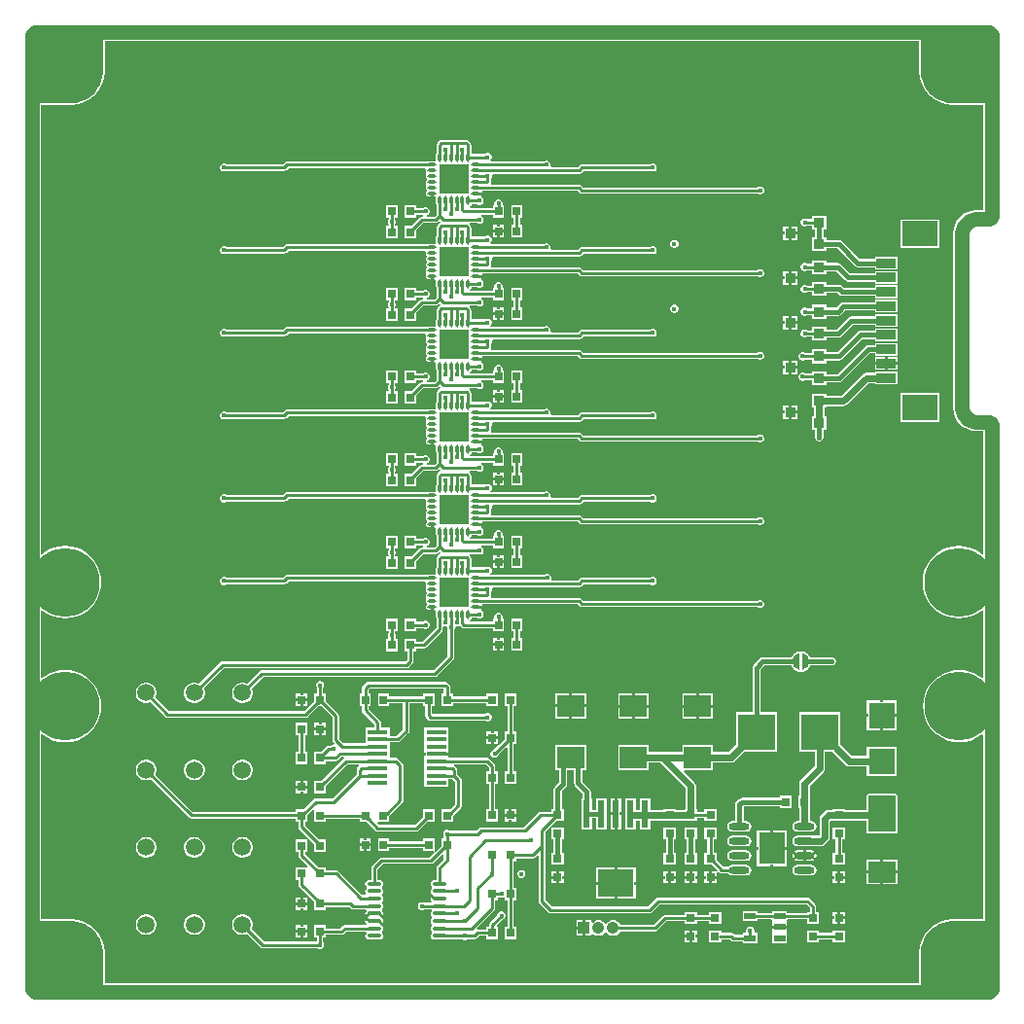
<source format=gbr>
G04*
G04 #@! TF.GenerationSoftware,Altium Limited,Altium Designer,24.1.2 (44)*
G04*
G04 Layer_Physical_Order=1*
G04 Layer_Color=255*
%FSLAX44Y44*%
%MOMM*%
G71*
G04*
G04 #@! TF.SameCoordinates,9195950A-8220-4955-82C2-9B8F86C7291D*
G04*
G04*
G04 #@! TF.FilePolarity,Positive*
G04*
G01*
G75*
%ADD16C,0.6000*%
%ADD20C,0.2540*%
%ADD22R,0.8000X0.7000*%
%ADD23R,1.0000X0.6000*%
%ADD24R,2.3622X1.8796*%
%ADD25R,0.9500X0.9000*%
%ADD26R,0.7000X0.8000*%
%ADD27R,2.3000X2.2860*%
%ADD28R,1.7018X0.8128*%
%ADD29R,3.0988X2.2098*%
G04:AMPARAMS|DCode=30|XSize=0.2746mm|YSize=0.8048mm|CornerRadius=0.1373mm|HoleSize=0mm|Usage=FLASHONLY|Rotation=90.000|XOffset=0mm|YOffset=0mm|HoleType=Round|Shape=RoundedRectangle|*
%AMROUNDEDRECTD30*
21,1,0.2746,0.5302,0,0,90.0*
21,1,0.0000,0.8048,0,0,90.0*
1,1,0.2746,0.2651,0.0000*
1,1,0.2746,0.2651,0.0000*
1,1,0.2746,-0.2651,0.0000*
1,1,0.2746,-0.2651,0.0000*
%
%ADD30ROUNDEDRECTD30*%
%ADD31R,3.3000X3.1500*%
%ADD32O,1.8000X0.6000*%
%ADD33R,2.3000X2.8000*%
%ADD34R,3.1725X2.3455*%
%ADD35R,0.6325X2.3455*%
%ADD36O,1.3000X0.3500*%
%ADD37R,1.8000X0.4000*%
%ADD38R,2.5000X2.5000*%
G04:AMPARAMS|DCode=39|XSize=0.2746mm|YSize=0.8048mm|CornerRadius=0.1373mm|HoleSize=0mm|Usage=FLASHONLY|Rotation=180.000|XOffset=0mm|YOffset=0mm|HoleType=Round|Shape=RoundedRectangle|*
%AMROUNDEDRECTD39*
21,1,0.2746,0.5302,0,0,180.0*
21,1,0.0000,0.8048,0,0,180.0*
1,1,0.2746,0.0000,0.2651*
1,1,0.2746,0.0000,0.2651*
1,1,0.2746,0.0000,-0.2651*
1,1,0.2746,0.0000,-0.2651*
%
%ADD39ROUNDEDRECTD39*%
%ADD40C,1.2700*%
%ADD62C,1.5000*%
%ADD63C,0.4000*%
%ADD64C,6.0000*%
%ADD65C,0.8000*%
%ADD66R,1.0500X1.0500*%
%ADD67C,1.0500*%
%ADD68C,0.9000*%
%ADD69C,0.4000*%
%ADD70C,0.5000*%
G36*
X843526Y781000D02*
X809293Y781000D01*
X807438Y781000D01*
X803761Y781484D01*
X800179Y782444D01*
X796752Y783863D01*
X793540Y785718D01*
X790598Y787975D01*
X787975Y790598D01*
X785718Y793540D01*
X783863Y796752D01*
X782444Y800179D01*
X781484Y803761D01*
X781000Y807438D01*
X781000Y809293D01*
X781000D01*
Y843526D01*
X843526D01*
Y781000D01*
D02*
G37*
G36*
X69000Y809293D02*
X69000D01*
X69000Y807438D01*
X68516Y803761D01*
X67556Y800179D01*
X66137Y796752D01*
X64282Y793540D01*
X62024Y790598D01*
X59402Y787975D01*
X56460Y785718D01*
X53248Y783863D01*
X49821Y782444D01*
X46239Y781484D01*
X42562Y781000D01*
X40707Y781000D01*
X6474Y781000D01*
Y843526D01*
X69000D01*
Y809293D01*
D02*
G37*
G36*
X779376D02*
X779376Y809293D01*
X779376Y807438D01*
X779419Y807335D01*
X779390Y807226D01*
X779874Y803549D01*
X779930Y803452D01*
X779916Y803341D01*
X780876Y799759D01*
X780944Y799669D01*
Y799557D01*
X782363Y796131D01*
X782443Y796052D01*
X782457Y795940D01*
X784312Y792729D01*
X784400Y792660D01*
X784430Y792552D01*
X786687Y789610D01*
X786785Y789554D01*
X786827Y789450D01*
X789450Y786827D01*
X789554Y786785D01*
X789610Y786687D01*
X792552Y784430D01*
X792660Y784401D01*
X792729Y784312D01*
X795940Y782457D01*
X796052Y782443D01*
X796131Y782363D01*
X799557Y780944D01*
X799669D01*
X799759Y780876D01*
X803341Y779916D01*
X803452Y779930D01*
X803549Y779874D01*
X807226Y779390D01*
X807335Y779419D01*
X807438Y779376D01*
X809293Y779376D01*
X835232Y779376D01*
Y687825D01*
X828860D01*
X828860Y687853D01*
X824998Y687472D01*
X821285Y686346D01*
X817862Y684517D01*
X814863Y682055D01*
X812401Y679055D01*
X810572Y675633D01*
X809445Y671919D01*
X809065Y668057D01*
X809092D01*
Y515497D01*
X809065D01*
X809445Y511635D01*
X810572Y507922D01*
X812401Y504499D01*
X814863Y501500D01*
X817862Y499038D01*
X821285Y497209D01*
X824998Y496082D01*
X828860Y495702D01*
X828860Y495729D01*
X835232D01*
Y388808D01*
X834079Y388276D01*
X832572Y389563D01*
X828345Y392154D01*
X823764Y394051D01*
X818943Y395208D01*
X814000Y395597D01*
X809057Y395208D01*
X804236Y394051D01*
X799655Y392154D01*
X795427Y389563D01*
X791657Y386343D01*
X788437Y382573D01*
X785846Y378345D01*
X783949Y373764D01*
X782792Y368943D01*
X782403Y364000D01*
X782792Y359057D01*
X783949Y354236D01*
X785846Y349655D01*
X788437Y345428D01*
X791657Y341657D01*
X795427Y338437D01*
X799655Y335846D01*
X804236Y333949D01*
X809057Y332792D01*
X814000Y332403D01*
X818943Y332792D01*
X823764Y333949D01*
X828345Y335846D01*
X832572Y338437D01*
X834079Y339724D01*
X835232Y339192D01*
Y281215D01*
X834079Y280683D01*
X833049Y281563D01*
X828822Y284153D01*
X824241Y286051D01*
X819420Y287208D01*
X814477Y287597D01*
X809534Y287208D01*
X804713Y286051D01*
X800132Y284153D01*
X795904Y281563D01*
X792134Y278343D01*
X788914Y274573D01*
X786323Y270345D01*
X784426Y265764D01*
X783269Y260943D01*
X782879Y256000D01*
X783269Y251057D01*
X784426Y246236D01*
X786323Y241655D01*
X788914Y237428D01*
X792134Y233657D01*
X795904Y230437D01*
X800132Y227847D01*
X804713Y225949D01*
X809534Y224792D01*
X814477Y224403D01*
X819420Y224792D01*
X824241Y225949D01*
X828822Y227847D01*
X833049Y230437D01*
X834079Y231317D01*
X835232Y230785D01*
Y70624D01*
X809293Y70624D01*
X807438Y70624D01*
X807335Y70581D01*
X807226Y70610D01*
X803549Y70126D01*
X803452Y70069D01*
X803341Y70084D01*
X799759Y69124D01*
X799669Y69056D01*
X799557D01*
X796131Y67637D01*
X796052Y67557D01*
X795940Y67543D01*
X792729Y65688D01*
X792660Y65599D01*
X792552Y65570D01*
X789610Y63313D01*
X789554Y63215D01*
X789450Y63173D01*
X786827Y60550D01*
X786785Y60447D01*
X786687Y60390D01*
X784430Y57448D01*
X784400Y57340D01*
X784312Y57271D01*
X782457Y54060D01*
X782443Y53948D01*
X782363Y53869D01*
X780944Y50443D01*
Y50331D01*
X780876Y50241D01*
X779916Y46659D01*
X779930Y46548D01*
X779874Y46451D01*
X779390Y42774D01*
X779419Y42665D01*
X779376Y42562D01*
X779376Y40707D01*
X779376Y40707D01*
Y14768D01*
X70624D01*
Y40707D01*
X70624Y40708D01*
X70624Y42562D01*
X70581Y42665D01*
X70610Y42774D01*
X70126Y46451D01*
X70069Y46548D01*
X70084Y46659D01*
X69124Y50241D01*
X69056Y50331D01*
Y50443D01*
X67637Y53869D01*
X67557Y53948D01*
X67543Y54060D01*
X65688Y57271D01*
X65599Y57340D01*
X65570Y57448D01*
X63313Y60390D01*
X63215Y60447D01*
X63173Y60550D01*
X60550Y63173D01*
X60447Y63215D01*
X60390Y63313D01*
X57448Y65570D01*
X57340Y65599D01*
X57271Y65688D01*
X54060Y67543D01*
X53948Y67557D01*
X53869Y67637D01*
X50443Y69056D01*
X50331D01*
X50241Y69124D01*
X46659Y70084D01*
X46548Y70069D01*
X46451Y70126D01*
X42774Y70610D01*
X42665Y70581D01*
X42562Y70624D01*
X40707Y70624D01*
X14768Y70624D01*
Y231192D01*
X15921Y231724D01*
X17428Y230437D01*
X21655Y227847D01*
X26236Y225949D01*
X31057Y224792D01*
X36000Y224403D01*
X40943Y224792D01*
X45764Y225949D01*
X50345Y227847D01*
X54573Y230437D01*
X58343Y233657D01*
X61563Y237428D01*
X64153Y241655D01*
X66051Y246236D01*
X67208Y251057D01*
X67597Y256000D01*
X67208Y260943D01*
X66051Y265764D01*
X64153Y270345D01*
X61563Y274573D01*
X58343Y278343D01*
X54573Y281563D01*
X50345Y284153D01*
X45764Y286051D01*
X40943Y287208D01*
X36000Y287597D01*
X31057Y287208D01*
X26236Y286051D01*
X21655Y284153D01*
X17428Y281563D01*
X15921Y280276D01*
X14768Y280808D01*
Y339192D01*
X15921Y339724D01*
X17428Y338437D01*
X21655Y335846D01*
X26236Y333949D01*
X31057Y332792D01*
X36000Y332403D01*
X40943Y332792D01*
X45764Y333949D01*
X50345Y335846D01*
X54573Y338437D01*
X58343Y341657D01*
X61563Y345428D01*
X64153Y349655D01*
X66051Y354236D01*
X67208Y359057D01*
X67597Y364000D01*
X67208Y368943D01*
X66051Y373764D01*
X64153Y378345D01*
X61563Y382573D01*
X58343Y386343D01*
X54573Y389563D01*
X50345Y392154D01*
X45764Y394051D01*
X40943Y395208D01*
X36000Y395597D01*
X31057Y395208D01*
X26236Y394051D01*
X21655Y392154D01*
X17428Y389563D01*
X15921Y388276D01*
X14768Y388808D01*
Y779376D01*
X40707Y779376D01*
X42562Y779376D01*
X42665Y779419D01*
X42774Y779390D01*
X46451Y779874D01*
X46548Y779930D01*
X46659Y779916D01*
X50241Y780876D01*
X50331Y780944D01*
X50443D01*
X53869Y782363D01*
X53948Y782443D01*
X54060Y782457D01*
X57271Y784312D01*
X57340Y784401D01*
X57448Y784430D01*
X60390Y786687D01*
X60447Y786785D01*
X60550Y786827D01*
X63173Y789450D01*
X63215Y789554D01*
X63313Y789610D01*
X65570Y792552D01*
X65599Y792660D01*
X65688Y792729D01*
X67543Y795940D01*
X67557Y796052D01*
X67637Y796131D01*
X69056Y799557D01*
Y799669D01*
X69124Y799759D01*
X70084Y803341D01*
X70069Y803452D01*
X70126Y803549D01*
X70610Y807226D01*
X70581Y807335D01*
X70624Y807438D01*
X70624Y809292D01*
X70624Y809293D01*
Y835232D01*
X779376D01*
Y809293D01*
D02*
G37*
G36*
X843526Y6474D02*
X781000D01*
Y40707D01*
X781000Y40707D01*
X781000Y40707D01*
X781000Y42562D01*
X781484Y46239D01*
X782444Y49821D01*
X783863Y53248D01*
X785718Y56460D01*
X787975Y59402D01*
X790598Y62024D01*
X793540Y64282D01*
X796752Y66137D01*
X800179Y67556D01*
X803761Y68516D01*
X807438Y69000D01*
X809293Y69000D01*
X843526Y69000D01*
Y6474D01*
D02*
G37*
G36*
X40707Y69000D02*
X42562Y69000D01*
X46239Y68516D01*
X49821Y67556D01*
X53248Y66137D01*
X56460Y64282D01*
X59402Y62024D01*
X62024Y59402D01*
X64282Y56460D01*
X66137Y53248D01*
X67556Y49821D01*
X68516Y46239D01*
X69000Y42562D01*
X69000Y40707D01*
X69000D01*
X69000Y40707D01*
Y6474D01*
X6474D01*
Y69000D01*
X40707Y69000D01*
D02*
G37*
%LPC*%
G36*
X823842Y840620D02*
X821845Y840620D01*
X822542Y838937D01*
X820195Y837965D01*
X819498Y839648D01*
X818085Y838235D01*
X817248Y836214D01*
X817248Y834216D01*
X818931Y834913D01*
X819903Y832567D01*
X818220Y831870D01*
X819633Y830457D01*
X821654Y829620D01*
X823652Y829620D01*
X822955Y831302D01*
X825301Y832274D01*
X825998Y830592D01*
X827411Y832004D01*
X828248Y834026D01*
X828248Y836023D01*
X826566Y835327D01*
X825594Y837673D01*
X827276Y838370D01*
X825864Y839782D01*
X823842Y840620D01*
D02*
G37*
G36*
X804158Y840620D02*
X802136Y839783D01*
X800724Y838370D01*
X802406Y837673D01*
X801434Y835327D01*
X799752Y836023D01*
X799752Y834026D01*
X800589Y832004D01*
X802002Y830592D01*
X802699Y832274D01*
X805045Y831302D01*
X804348Y829620D01*
X806346Y829620D01*
X808367Y830457D01*
X809780Y831870D01*
X808097Y832567D01*
X809069Y834913D01*
X810752Y834216D01*
X810752Y836214D01*
X809914Y838235D01*
X808502Y839648D01*
X807805Y837965D01*
X805459Y838937D01*
X806155Y840620D01*
X804158Y840620D01*
D02*
G37*
G36*
X793974Y828248D02*
X791977Y828248D01*
X792673Y826566D01*
X790327Y825594D01*
X789630Y827276D01*
X788217Y825864D01*
X787380Y823842D01*
X787380Y821845D01*
X789063Y822542D01*
X790035Y820195D01*
X788352Y819498D01*
X789765Y818085D01*
X791786Y817248D01*
X793784Y817248D01*
X793087Y818931D01*
X795433Y819903D01*
X796130Y818220D01*
X797543Y819633D01*
X798380Y821654D01*
X798380Y823652D01*
X796698Y822955D01*
X795726Y825301D01*
X797408Y825998D01*
X795996Y827411D01*
X793974Y828248D01*
D02*
G37*
G36*
X834026D02*
X832004Y827411D01*
X830592Y825998D01*
X832274Y825301D01*
X831302Y822955D01*
X829620Y823652D01*
X829620Y821654D01*
X830457Y819633D01*
X831870Y818220D01*
X832567Y819903D01*
X834913Y818931D01*
X834216Y817248D01*
X836214Y817248D01*
X838235Y818085D01*
X839648Y819498D01*
X837965Y820195D01*
X838937Y822542D01*
X840620Y821845D01*
X840620Y823842D01*
X839783Y825864D01*
X838370Y827276D01*
X837673Y825594D01*
X835327Y826566D01*
X836023Y828248D01*
X834026Y828248D01*
D02*
G37*
G36*
X836214Y810752D02*
X834216Y810752D01*
X834913Y809069D01*
X832567Y808097D01*
X831870Y809780D01*
X830457Y808367D01*
X829620Y806346D01*
X829620Y804348D01*
X831302Y805045D01*
X832274Y802699D01*
X830592Y802002D01*
X832004Y800589D01*
X834026Y799752D01*
X836023Y799752D01*
X835327Y801434D01*
X837673Y802406D01*
X838370Y800724D01*
X839782Y802136D01*
X840620Y804158D01*
X840620Y806155D01*
X838937Y805459D01*
X837965Y807805D01*
X839648Y808502D01*
X838235Y809914D01*
X836214Y810752D01*
D02*
G37*
G36*
X791786D02*
X789765Y809914D01*
X788352Y808502D01*
X790035Y807805D01*
X789063Y805459D01*
X787380Y806155D01*
X787380Y804158D01*
X788217Y802136D01*
X789630Y800724D01*
X790327Y802406D01*
X792673Y801434D01*
X791977Y799752D01*
X793974Y799752D01*
X795996Y800589D01*
X797408Y802002D01*
X795726Y802699D01*
X796698Y805045D01*
X798380Y804348D01*
X798380Y806346D01*
X797543Y808367D01*
X796130Y809780D01*
X795433Y808097D01*
X793087Y809069D01*
X793784Y810752D01*
X791786Y810752D01*
D02*
G37*
G36*
X806346Y798380D02*
X804348Y798380D01*
X805045Y796698D01*
X802699Y795726D01*
X802002Y797408D01*
X800589Y795996D01*
X799752Y793974D01*
X799752Y791977D01*
X801434Y792673D01*
X802406Y790327D01*
X800724Y789630D01*
X802136Y788217D01*
X804158Y787380D01*
X806155Y787380D01*
X805459Y789063D01*
X807805Y790035D01*
X808502Y788352D01*
X809914Y789765D01*
X810752Y791786D01*
X810752Y793784D01*
X809069Y793087D01*
X808097Y795433D01*
X809780Y796130D01*
X808367Y797543D01*
X806346Y798380D01*
D02*
G37*
G36*
X821654Y798380D02*
X819633Y797543D01*
X818220Y796130D01*
X819903Y795433D01*
X818931Y793087D01*
X817248Y793784D01*
X817248Y791786D01*
X818085Y789765D01*
X819498Y788352D01*
X820195Y790035D01*
X822542Y789063D01*
X821845Y787380D01*
X823842Y787380D01*
X825864Y788217D01*
X827276Y789630D01*
X825594Y790327D01*
X826566Y792673D01*
X828248Y791977D01*
X828248Y793974D01*
X827411Y795996D01*
X825998Y797408D01*
X825301Y795726D01*
X822955Y796698D01*
X823652Y798380D01*
X821654Y798380D01*
D02*
G37*
G36*
X45842Y840620D02*
X43845Y840620D01*
X44542Y838937D01*
X42195Y837965D01*
X41498Y839648D01*
X40086Y838235D01*
X39248Y836214D01*
X39248Y834216D01*
X40931Y834913D01*
X41903Y832567D01*
X40220Y831870D01*
X41633Y830457D01*
X43654Y829620D01*
X45652Y829620D01*
X44955Y831302D01*
X47301Y832274D01*
X47998Y830592D01*
X49411Y832004D01*
X50248Y834026D01*
X50248Y836023D01*
X48566Y835327D01*
X47594Y837673D01*
X49276Y838370D01*
X47864Y839782D01*
X45842Y840620D01*
D02*
G37*
G36*
X26158Y840620D02*
X24136Y839783D01*
X22724Y838370D01*
X24406Y837673D01*
X23434Y835327D01*
X21752Y836023D01*
X21752Y834026D01*
X22589Y832004D01*
X24002Y830592D01*
X24699Y832274D01*
X27045Y831302D01*
X26348Y829620D01*
X28346Y829620D01*
X30367Y830457D01*
X31780Y831870D01*
X30097Y832567D01*
X31069Y834913D01*
X32752Y834216D01*
X32752Y836214D01*
X31915Y838235D01*
X30502Y839648D01*
X29805Y837965D01*
X27459Y838937D01*
X28155Y840620D01*
X26158Y840620D01*
D02*
G37*
G36*
X15974Y828248D02*
X13977Y828248D01*
X14674Y826566D01*
X12327Y825594D01*
X11630Y827276D01*
X10217Y825864D01*
X9380Y823842D01*
X9380Y821845D01*
X11063Y822542D01*
X12035Y820195D01*
X10352Y819498D01*
X11765Y818085D01*
X13786Y817248D01*
X15784Y817248D01*
X15087Y818931D01*
X17433Y819903D01*
X18130Y818220D01*
X19543Y819633D01*
X20380Y821654D01*
X20380Y823652D01*
X18698Y822955D01*
X17726Y825301D01*
X19408Y825998D01*
X17996Y827411D01*
X15974Y828248D01*
D02*
G37*
G36*
X56026D02*
X54004Y827411D01*
X52592Y825998D01*
X54274Y825301D01*
X53302Y822955D01*
X51620Y823652D01*
X51620Y821654D01*
X52457Y819633D01*
X53870Y818220D01*
X54567Y819903D01*
X56913Y818931D01*
X56216Y817248D01*
X58214Y817248D01*
X60235Y818085D01*
X61648Y819498D01*
X59965Y820195D01*
X60937Y822542D01*
X62620Y821845D01*
X62620Y823842D01*
X61783Y825864D01*
X60370Y827276D01*
X59673Y825594D01*
X57326Y826566D01*
X58023Y828248D01*
X56026Y828248D01*
D02*
G37*
G36*
X58214Y810752D02*
X56216Y810752D01*
X56913Y809069D01*
X54567Y808097D01*
X53870Y809780D01*
X52457Y808367D01*
X51620Y806346D01*
X51620Y804348D01*
X53302Y805045D01*
X54274Y802699D01*
X52592Y802002D01*
X54004Y800589D01*
X56026Y799752D01*
X58023Y799752D01*
X57326Y801434D01*
X59673Y802406D01*
X60370Y800724D01*
X61783Y802136D01*
X62620Y804158D01*
X62620Y806155D01*
X60937Y805459D01*
X59965Y807805D01*
X61648Y808502D01*
X60235Y809914D01*
X58214Y810752D01*
D02*
G37*
G36*
X13786D02*
X11765Y809914D01*
X10352Y808502D01*
X12035Y807805D01*
X11063Y805459D01*
X9380Y806155D01*
X9380Y804158D01*
X10217Y802136D01*
X11630Y800724D01*
X12327Y802406D01*
X14674Y801434D01*
X13977Y799752D01*
X15974Y799752D01*
X17996Y800589D01*
X19408Y802002D01*
X17726Y802699D01*
X18698Y805045D01*
X20380Y804348D01*
X20380Y806346D01*
X19543Y808367D01*
X18130Y809780D01*
X17433Y808097D01*
X15087Y809069D01*
X15784Y810752D01*
X13786Y810752D01*
D02*
G37*
G36*
X28346Y798380D02*
X26348Y798380D01*
X27045Y796698D01*
X24699Y795726D01*
X24002Y797408D01*
X22589Y795996D01*
X21752Y793974D01*
X21752Y791977D01*
X23434Y792673D01*
X24406Y790327D01*
X22724Y789630D01*
X24136Y788217D01*
X26158Y787380D01*
X28155Y787380D01*
X27459Y789063D01*
X29805Y790035D01*
X30502Y788352D01*
X31915Y789765D01*
X32752Y791786D01*
X32752Y793784D01*
X31069Y793087D01*
X30097Y795433D01*
X31780Y796130D01*
X30367Y797543D01*
X28346Y798380D01*
D02*
G37*
G36*
X43654Y798380D02*
X41633Y797543D01*
X40220Y796130D01*
X41903Y795433D01*
X40931Y793087D01*
X39248Y793784D01*
X39248Y791786D01*
X40086Y789765D01*
X41498Y788352D01*
X42195Y790035D01*
X44542Y789063D01*
X43845Y787380D01*
X45842Y787380D01*
X47864Y788217D01*
X49276Y789630D01*
X47594Y790327D01*
X48566Y792673D01*
X50248Y791977D01*
X50248Y793974D01*
X49411Y795996D01*
X47998Y797408D01*
X47301Y795726D01*
X44955Y796698D01*
X45652Y798380D01*
X43654Y798380D01*
D02*
G37*
G36*
X385362Y748822D02*
X385362Y748822D01*
X363338D01*
X362257Y748607D01*
X361341Y747995D01*
X361341Y747995D01*
X359853Y746507D01*
X359241Y745591D01*
X359026Y744510D01*
X359026Y744510D01*
Y737203D01*
X358921Y736675D01*
Y731536D01*
X358720Y731172D01*
X358178Y730630D01*
X357814Y730429D01*
X352675D01*
X352147Y730324D01*
X229152D01*
X229152Y730324D01*
X228071Y730109D01*
X227155Y729497D01*
X227155Y729497D01*
X225482Y727824D01*
X176390D01*
X176247Y727967D01*
X174960Y728500D01*
X173568D01*
X172281Y727967D01*
X171297Y726982D01*
X170764Y725696D01*
Y724304D01*
X171297Y723017D01*
X172281Y722033D01*
X173568Y721500D01*
X174960D01*
X176247Y722033D01*
X176390Y722176D01*
X226652D01*
X226652Y722176D01*
X227733Y722391D01*
X228649Y723003D01*
X230322Y724676D01*
X349146D01*
X349498Y724224D01*
X349926Y723406D01*
X349746Y722500D01*
X349969Y721379D01*
X350294Y720892D01*
X350503Y720000D01*
X350294Y719108D01*
X349969Y718621D01*
X349746Y717500D01*
X349969Y716379D01*
X350604Y715429D01*
Y714571D01*
X349969Y713621D01*
X349746Y712500D01*
X349969Y711379D01*
X350294Y710892D01*
X350503Y710000D01*
X350294Y709108D01*
X349969Y708621D01*
X349746Y707500D01*
X349969Y706379D01*
X350604Y705429D01*
Y704571D01*
X349969Y703621D01*
X349746Y702500D01*
X349969Y701379D01*
X350604Y700429D01*
X351554Y699794D01*
X352675Y699571D01*
X354056D01*
Y701315D01*
X356596D01*
Y699571D01*
X357814D01*
X358178Y699370D01*
X358720Y698828D01*
X358921Y698464D01*
Y693325D01*
X359026Y692797D01*
Y683986D01*
X357314Y682274D01*
X351282D01*
X351029Y683544D01*
X351761Y683847D01*
X352745Y684832D01*
X353278Y686118D01*
Y687511D01*
X352745Y688797D01*
X351761Y689781D01*
X350474Y690314D01*
X349082D01*
X347795Y689781D01*
X347653Y689639D01*
X341458D01*
Y692316D01*
X331458D01*
Y681316D01*
X341458D01*
Y683990D01*
X347413D01*
X347889Y683544D01*
X347387Y682274D01*
X346724D01*
X346724Y682274D01*
X345643Y682059D01*
X344727Y681447D01*
X337464Y674184D01*
X331458D01*
Y663184D01*
X341458D01*
Y670190D01*
X347894Y676626D01*
X358484D01*
X358484Y676626D01*
X359565Y676841D01*
X360481Y677453D01*
X361850Y678822D01*
X362685Y677987D01*
X362267Y676609D01*
X362257Y676607D01*
X361341Y675995D01*
X361341Y675995D01*
X359853Y674507D01*
X359241Y673591D01*
X359026Y672510D01*
X359026Y672510D01*
Y665203D01*
X358921Y664675D01*
Y659537D01*
X358720Y659172D01*
X358178Y658630D01*
X357814Y658429D01*
X352675D01*
X352147Y658324D01*
X229152D01*
X229152Y658324D01*
X228071Y658109D01*
X227155Y657497D01*
X227155Y657497D01*
X225482Y655824D01*
X176390D01*
X176247Y655967D01*
X174960Y656500D01*
X173568D01*
X172281Y655967D01*
X171297Y654983D01*
X170764Y653696D01*
Y652304D01*
X171297Y651017D01*
X172281Y650033D01*
X173568Y649500D01*
X174960D01*
X176247Y650033D01*
X176390Y650176D01*
X226652D01*
X226652Y650176D01*
X227733Y650391D01*
X228649Y651003D01*
X230322Y652676D01*
X349146D01*
X349498Y652224D01*
X349926Y651406D01*
X349746Y650500D01*
X349969Y649379D01*
X350604Y648429D01*
Y647571D01*
X349969Y646621D01*
X349746Y645500D01*
X349969Y644379D01*
X350604Y643429D01*
Y642571D01*
X349969Y641621D01*
X349746Y640500D01*
X349969Y639379D01*
X350604Y638429D01*
Y637571D01*
X349969Y636621D01*
X349746Y635500D01*
X349969Y634379D01*
X350294Y633892D01*
X350503Y633000D01*
X350294Y632108D01*
X349969Y631621D01*
X349746Y630500D01*
X349969Y629379D01*
X350604Y628429D01*
X351554Y627794D01*
X352675Y627571D01*
X354056D01*
Y629315D01*
X356596D01*
Y627571D01*
X357814D01*
X358178Y627370D01*
X358720Y626828D01*
X358921Y626464D01*
Y621325D01*
X359026Y620797D01*
Y611986D01*
X357314Y610274D01*
X351282D01*
X351029Y611544D01*
X351761Y611847D01*
X352745Y612832D01*
X353278Y614118D01*
Y615511D01*
X352745Y616797D01*
X351761Y617782D01*
X350474Y618314D01*
X349082D01*
X347795Y617782D01*
X347653Y617639D01*
X341458D01*
Y620316D01*
X331458D01*
Y609316D01*
X341458D01*
Y611990D01*
X347413D01*
X347889Y611544D01*
X347387Y610274D01*
X346724D01*
X346724Y610274D01*
X345643Y610059D01*
X344727Y609447D01*
X337464Y602184D01*
X331458D01*
Y591184D01*
X341458D01*
Y598190D01*
X347894Y604626D01*
X358484D01*
X358484Y604626D01*
X359565Y604841D01*
X360481Y605453D01*
X361850Y606822D01*
X362685Y605987D01*
X362267Y604609D01*
X362257Y604607D01*
X361341Y603995D01*
X361341Y603995D01*
X359853Y602507D01*
X359241Y601591D01*
X359026Y600510D01*
X359026Y600510D01*
Y593203D01*
X358921Y592675D01*
Y587536D01*
X358720Y587172D01*
X358178Y586630D01*
X357814Y586429D01*
X352675D01*
X352147Y586324D01*
X229152D01*
X229152Y586324D01*
X228071Y586109D01*
X227155Y585497D01*
X227155Y585497D01*
X225482Y583824D01*
X176390D01*
X176247Y583967D01*
X174960Y584500D01*
X173568D01*
X172281Y583967D01*
X171297Y582982D01*
X170764Y581696D01*
Y580304D01*
X171297Y579017D01*
X172281Y578033D01*
X173568Y577500D01*
X174960D01*
X176247Y578033D01*
X176390Y578176D01*
X226652D01*
X226652Y578176D01*
X227733Y578391D01*
X228649Y579003D01*
X230322Y580676D01*
X349146D01*
X349498Y580224D01*
X349926Y579406D01*
X349746Y578500D01*
X349969Y577379D01*
X350294Y576892D01*
X350503Y576000D01*
X350294Y575108D01*
X349969Y574621D01*
X349746Y573500D01*
X349969Y572379D01*
X350604Y571429D01*
Y570571D01*
X349969Y569621D01*
X349746Y568500D01*
X349969Y567379D01*
X350294Y566892D01*
X350503Y566000D01*
X350294Y565108D01*
X349969Y564621D01*
X349746Y563500D01*
X349969Y562379D01*
X350604Y561429D01*
Y560571D01*
X349969Y559621D01*
X349746Y558500D01*
X349969Y557379D01*
X350604Y556429D01*
X351554Y555794D01*
X352675Y555571D01*
X354056D01*
Y557315D01*
X356596D01*
Y555571D01*
X357814D01*
X358178Y555370D01*
X358720Y554828D01*
X358921Y554464D01*
Y549325D01*
X359026Y548797D01*
Y539986D01*
X357314Y538274D01*
X351282D01*
X351029Y539544D01*
X351761Y539847D01*
X352745Y540832D01*
X353278Y542118D01*
Y543511D01*
X352745Y544797D01*
X351761Y545782D01*
X350474Y546314D01*
X349082D01*
X347795Y545782D01*
X347653Y545639D01*
X341458D01*
Y548316D01*
X331458D01*
Y537316D01*
X341458D01*
Y539990D01*
X347413D01*
X347889Y539544D01*
X347387Y538274D01*
X346724D01*
X346724Y538274D01*
X345643Y538059D01*
X344727Y537447D01*
X337464Y530184D01*
X331458D01*
Y519184D01*
X341458D01*
Y526190D01*
X347894Y532626D01*
X358484D01*
X358484Y532626D01*
X359565Y532841D01*
X360481Y533453D01*
X361850Y534822D01*
X362685Y533987D01*
X362267Y532609D01*
X362257Y532607D01*
X361341Y531995D01*
X361341Y531995D01*
X359853Y530507D01*
X359241Y529591D01*
X359026Y528510D01*
X359026Y528510D01*
Y521203D01*
X358921Y520675D01*
Y515536D01*
X358720Y515172D01*
X358178Y514630D01*
X357814Y514429D01*
X352675D01*
X352147Y514324D01*
X229152D01*
X229152Y514324D01*
X228071Y514109D01*
X227155Y513497D01*
X227155Y513497D01*
X225482Y511824D01*
X176390D01*
X176247Y511967D01*
X174960Y512500D01*
X173568D01*
X172281Y511967D01*
X171297Y510983D01*
X170764Y509696D01*
Y508304D01*
X171297Y507017D01*
X172281Y506033D01*
X173568Y505500D01*
X174960D01*
X176247Y506033D01*
X176390Y506176D01*
X226652D01*
X226652Y506176D01*
X227733Y506391D01*
X228649Y507003D01*
X230322Y508676D01*
X349146D01*
X349498Y508224D01*
X349926Y507406D01*
X349746Y506500D01*
X349969Y505379D01*
X350294Y504892D01*
X350503Y504000D01*
X350294Y503108D01*
X349969Y502621D01*
X349746Y501500D01*
X349969Y500379D01*
X350604Y499429D01*
Y498571D01*
X349969Y497621D01*
X349746Y496500D01*
X349969Y495379D01*
X350294Y494892D01*
X350503Y494000D01*
X350294Y493108D01*
X349969Y492621D01*
X349746Y491500D01*
X349969Y490379D01*
X350604Y489429D01*
Y488571D01*
X349969Y487621D01*
X349746Y486500D01*
X349969Y485379D01*
X350604Y484429D01*
X351554Y483794D01*
X352675Y483571D01*
X354056D01*
Y485315D01*
X356596D01*
Y483571D01*
X357814D01*
X358178Y483370D01*
X358720Y482828D01*
X358921Y482463D01*
Y477325D01*
X359026Y476797D01*
Y467986D01*
X357314Y466274D01*
X351282D01*
X351029Y467544D01*
X351761Y467847D01*
X352745Y468832D01*
X353278Y470118D01*
Y471511D01*
X352745Y472797D01*
X351761Y473782D01*
X350474Y474314D01*
X349082D01*
X347795Y473782D01*
X347653Y473639D01*
X341458D01*
Y476316D01*
X331458D01*
Y465316D01*
X341458D01*
Y467990D01*
X347413D01*
X347889Y467544D01*
X347387Y466274D01*
X346724D01*
X346724Y466274D01*
X345643Y466059D01*
X344727Y465447D01*
X337464Y458184D01*
X331458D01*
Y447184D01*
X341458D01*
Y454190D01*
X347894Y460626D01*
X358484D01*
X358484Y460626D01*
X359565Y460841D01*
X360481Y461453D01*
X361850Y462822D01*
X362685Y461987D01*
X362267Y460609D01*
X362257Y460607D01*
X361341Y459995D01*
X361341Y459995D01*
X359853Y458507D01*
X359241Y457591D01*
X359026Y456510D01*
X359026Y456510D01*
Y449203D01*
X358921Y448675D01*
Y443536D01*
X358720Y443172D01*
X358178Y442630D01*
X357814Y442429D01*
X352675D01*
X352147Y442324D01*
X229152D01*
X229152Y442324D01*
X228071Y442109D01*
X227155Y441497D01*
X227155Y441497D01*
X225482Y439824D01*
X176390D01*
X176247Y439967D01*
X174960Y440500D01*
X173568D01*
X172281Y439967D01*
X171297Y438983D01*
X170764Y437696D01*
Y436304D01*
X171297Y435017D01*
X172281Y434033D01*
X173568Y433500D01*
X174960D01*
X176247Y434033D01*
X176390Y434176D01*
X226652D01*
X226652Y434176D01*
X227733Y434391D01*
X228649Y435003D01*
X230322Y436676D01*
X349146D01*
X349498Y436224D01*
X349926Y435406D01*
X349746Y434500D01*
X349969Y433379D01*
X350294Y432892D01*
X350503Y432000D01*
X350294Y431108D01*
X349969Y430621D01*
X349746Y429500D01*
X349969Y428379D01*
X350604Y427429D01*
Y426571D01*
X349969Y425621D01*
X349746Y424500D01*
X349969Y423379D01*
X350294Y422892D01*
X350503Y422000D01*
X350294Y421108D01*
X349969Y420621D01*
X349746Y419500D01*
X349969Y418379D01*
X350604Y417429D01*
Y416571D01*
X349969Y415621D01*
X349746Y414500D01*
X349969Y413379D01*
X350604Y412429D01*
X351554Y411794D01*
X352675Y411571D01*
X354056D01*
Y413315D01*
X356596D01*
Y411571D01*
X357814D01*
X358178Y411370D01*
X358720Y410828D01*
X358921Y410463D01*
Y405325D01*
X359026Y404797D01*
Y395986D01*
X357314Y394274D01*
X351282D01*
X351029Y395544D01*
X351761Y395847D01*
X352745Y396832D01*
X353278Y398118D01*
Y399511D01*
X352745Y400797D01*
X351761Y401782D01*
X350474Y402314D01*
X349082D01*
X347795Y401782D01*
X347653Y401639D01*
X341458D01*
Y404316D01*
X331458D01*
Y393316D01*
X341458D01*
Y395990D01*
X347413D01*
X347889Y395544D01*
X347387Y394274D01*
X346724D01*
X346724Y394274D01*
X345643Y394059D01*
X344727Y393447D01*
X337464Y386184D01*
X331458D01*
Y375184D01*
X341458D01*
Y382190D01*
X347894Y388626D01*
X358484D01*
X358484Y388626D01*
X359565Y388841D01*
X360481Y389453D01*
X361850Y390822D01*
X362685Y389987D01*
X362267Y388609D01*
X362257Y388607D01*
X361341Y387995D01*
X361341Y387995D01*
X359853Y386507D01*
X359241Y385591D01*
X359026Y384510D01*
X359026Y384510D01*
Y377203D01*
X358921Y376675D01*
Y371536D01*
X358720Y371172D01*
X358178Y370630D01*
X357814Y370429D01*
X352675D01*
X352147Y370324D01*
X229152D01*
X229152Y370324D01*
X228071Y370109D01*
X227155Y369497D01*
X227155Y369497D01*
X225482Y367824D01*
X176390D01*
X176247Y367967D01*
X174960Y368500D01*
X173568D01*
X172281Y367967D01*
X171297Y366982D01*
X170764Y365696D01*
Y364304D01*
X171297Y363017D01*
X172281Y362033D01*
X173568Y361500D01*
X174960D01*
X176247Y362033D01*
X176390Y362176D01*
X226652D01*
X226652Y362176D01*
X227733Y362391D01*
X228649Y363003D01*
X230322Y364676D01*
X349146D01*
X349498Y364224D01*
X349926Y363406D01*
X349746Y362500D01*
X349969Y361379D01*
X350294Y360892D01*
X350503Y360000D01*
X350294Y359108D01*
X349969Y358621D01*
X349746Y357500D01*
X349969Y356379D01*
X350604Y355429D01*
Y354571D01*
X349969Y353621D01*
X349746Y352500D01*
X349969Y351379D01*
X350294Y350892D01*
X350503Y350000D01*
X350294Y349108D01*
X349969Y348621D01*
X349746Y347500D01*
X349969Y346379D01*
X350604Y345429D01*
Y344571D01*
X349969Y343621D01*
X349746Y342500D01*
X349969Y341379D01*
X350604Y340429D01*
X351554Y339794D01*
X352675Y339571D01*
X354056D01*
Y341315D01*
X356596D01*
Y339571D01*
X357814D01*
X358178Y339370D01*
X358720Y338828D01*
X358921Y338464D01*
Y333325D01*
X359026Y332797D01*
Y323986D01*
X347048Y312008D01*
X341458D01*
Y314684D01*
X331458D01*
Y303684D01*
X333634D01*
Y296168D01*
X332390Y294924D01*
X172983D01*
X171902Y294709D01*
X170986Y294097D01*
X170986Y294097D01*
X152566Y275677D01*
X151984Y276013D01*
X149695Y276627D01*
X147325D01*
X145036Y276013D01*
X142984Y274828D01*
X141308Y273153D01*
X140123Y271101D01*
X139510Y268812D01*
Y266442D01*
X140123Y264153D01*
X141308Y262101D01*
X142984Y260425D01*
X145036Y259240D01*
X147325Y258627D01*
X149695D01*
X151984Y259240D01*
X154036Y260425D01*
X155712Y262101D01*
X156896Y264153D01*
X157510Y266442D01*
Y268812D01*
X156896Y271101D01*
X156560Y271683D01*
X174153Y289276D01*
X333560D01*
X333560Y289276D01*
X334641Y289491D01*
X335557Y290103D01*
X338455Y293001D01*
X338455Y293001D01*
X339067Y293918D01*
X339282Y294998D01*
Y303684D01*
X341458D01*
Y306360D01*
X348218D01*
X348218Y306360D01*
X349299Y306575D01*
X350215Y307187D01*
X363847Y320819D01*
X364459Y321735D01*
X364674Y322816D01*
Y324548D01*
X365944Y325397D01*
X366154Y325310D01*
X367546D01*
X368350Y324268D01*
Y324114D01*
X368883Y322827D01*
X369026Y322685D01*
Y299532D01*
X356798Y287304D01*
X207273D01*
X206192Y287089D01*
X205276Y286477D01*
X205276Y286477D01*
X194476Y275677D01*
X193894Y276013D01*
X191605Y276627D01*
X189235D01*
X186946Y276013D01*
X184894Y274828D01*
X183218Y273153D01*
X182033Y271101D01*
X181420Y268812D01*
Y266442D01*
X182033Y264153D01*
X183218Y262101D01*
X184894Y260425D01*
X186946Y259240D01*
X189235Y258627D01*
X191605D01*
X193894Y259240D01*
X195946Y260425D01*
X197622Y262101D01*
X198806Y264153D01*
X199420Y266442D01*
Y268812D01*
X198806Y271101D01*
X198470Y271683D01*
X208443Y281656D01*
X357967D01*
X357968Y281656D01*
X359048Y281871D01*
X359965Y282483D01*
X373847Y296365D01*
X373847Y296365D01*
X374459Y297282D01*
X374674Y298362D01*
X374674Y298363D01*
Y322685D01*
X374817Y322827D01*
X375350Y324114D01*
Y324268D01*
X376154Y325310D01*
X377546D01*
X378833Y325843D01*
X379347Y326357D01*
X379853Y326307D01*
X381341Y324819D01*
X381341Y324819D01*
X382257Y324207D01*
X383338Y323992D01*
X408242D01*
Y321314D01*
X418242D01*
Y332314D01*
X417258D01*
X416740Y333089D01*
Y334482D01*
X416207Y335768D01*
X415223Y336752D01*
X413936Y337285D01*
X412544D01*
X411257Y336752D01*
X410273Y335768D01*
X409740Y334482D01*
Y333089D01*
X409222Y332314D01*
X408242D01*
Y329640D01*
X388793D01*
X388408Y330910D01*
X388921Y331254D01*
X389556Y332204D01*
X389745Y333152D01*
X394790D01*
X394933Y333009D01*
X396220Y332476D01*
X397612D01*
X398899Y333009D01*
X399883Y333993D01*
X400416Y335280D01*
Y336672D01*
X399883Y337958D01*
X398899Y338943D01*
X398442Y339132D01*
X398259Y339819D01*
X398212Y340602D01*
X398731Y341379D01*
X398954Y342500D01*
X398774Y343406D01*
X399202Y344224D01*
X399554Y344676D01*
X482319D01*
X483992Y343003D01*
X483992Y343003D01*
X484909Y342391D01*
X485989Y342176D01*
X485989Y342176D01*
X638839D01*
X638981Y342033D01*
X640268Y341500D01*
X641660D01*
X642947Y342033D01*
X643931Y343017D01*
X644464Y344304D01*
Y345696D01*
X643931Y346982D01*
X642947Y347967D01*
X641660Y348500D01*
X640268D01*
X638981Y347967D01*
X638839Y347824D01*
X487159D01*
X485486Y349497D01*
X484570Y350109D01*
X483489Y350324D01*
X483489Y350324D01*
X407265D01*
X406676Y351135D01*
X406504Y351594D01*
X406684Y352500D01*
Y355424D01*
X406827Y355567D01*
X407360Y356854D01*
Y358246D01*
X407294Y358406D01*
X408143Y359676D01*
X483487D01*
X483488Y359676D01*
X484568Y359891D01*
X485485Y360503D01*
X487157Y362176D01*
X545499D01*
X545641Y362033D01*
X546928Y361500D01*
X548320D01*
X549607Y362033D01*
X550591Y363017D01*
X551124Y364304D01*
Y365696D01*
X550591Y366982D01*
X549607Y367967D01*
X548320Y368500D01*
X546928D01*
X545641Y367967D01*
X545499Y367824D01*
X485988D01*
X484907Y367609D01*
X483990Y366997D01*
X482318Y365324D01*
X459986D01*
X459137Y366594D01*
X459224Y366804D01*
Y368196D01*
X458691Y369482D01*
X457707Y370467D01*
X456420Y371000D01*
X455028D01*
X453742Y370467D01*
X453599Y370324D01*
X406906D01*
X406380Y371594D01*
X406827Y372041D01*
X407360Y373328D01*
Y374720D01*
X406827Y376007D01*
X405843Y376991D01*
X404556Y377524D01*
X403164D01*
X401877Y376991D01*
X401735Y376848D01*
X389745D01*
X389674Y377203D01*
Y384510D01*
X389459Y385591D01*
X388847Y386507D01*
X388847Y386507D01*
X387999Y387356D01*
X388525Y388626D01*
X394790D01*
X394933Y388483D01*
X396220Y387950D01*
X397612D01*
X398899Y388483D01*
X399883Y389467D01*
X400416Y390754D01*
Y392146D01*
X399883Y393433D01*
X398899Y394417D01*
X398163Y394722D01*
X398416Y395992D01*
X408244D01*
Y393316D01*
X418244D01*
Y404316D01*
X417259D01*
X416742Y405091D01*
Y406483D01*
X416209Y407770D01*
X415224Y408754D01*
X413938Y409287D01*
X412545D01*
X411259Y408754D01*
X410275Y407770D01*
X409742Y406483D01*
Y405091D01*
X409224Y404316D01*
X408244D01*
Y401640D01*
X388793D01*
X388408Y402910D01*
X388921Y403254D01*
X389556Y404204D01*
X389745Y405152D01*
X394790D01*
X394933Y405009D01*
X396220Y404476D01*
X397612D01*
X398899Y405009D01*
X399883Y405993D01*
X400416Y407280D01*
Y408672D01*
X399883Y409959D01*
X398899Y410943D01*
X398442Y411132D01*
X398259Y411819D01*
X398212Y412602D01*
X398731Y413379D01*
X398954Y414500D01*
X398774Y415406D01*
X399202Y416224D01*
X399554Y416676D01*
X482319D01*
X483992Y415003D01*
X483992Y415003D01*
X484909Y414391D01*
X485989Y414176D01*
X485989Y414176D01*
X638839D01*
X638981Y414033D01*
X640268Y413500D01*
X641660D01*
X642947Y414033D01*
X643931Y415017D01*
X644464Y416304D01*
Y417696D01*
X643931Y418983D01*
X642947Y419967D01*
X641660Y420500D01*
X640268D01*
X638981Y419967D01*
X638839Y419824D01*
X487159D01*
X485486Y421497D01*
X484570Y422109D01*
X483489Y422324D01*
X483489Y422324D01*
X407265D01*
X406676Y423135D01*
X406504Y423594D01*
X406684Y424500D01*
Y427425D01*
X406827Y427567D01*
X407360Y428854D01*
Y430246D01*
X407294Y430406D01*
X408143Y431676D01*
X483487D01*
X483488Y431676D01*
X484568Y431891D01*
X485485Y432503D01*
X487157Y434176D01*
X545499D01*
X545641Y434033D01*
X546928Y433500D01*
X548320D01*
X549607Y434033D01*
X550591Y435017D01*
X551124Y436304D01*
Y437696D01*
X550591Y438983D01*
X549607Y439967D01*
X548320Y440500D01*
X546928D01*
X545641Y439967D01*
X545499Y439824D01*
X485988D01*
X484907Y439609D01*
X483990Y438997D01*
X482318Y437324D01*
X459261D01*
X458412Y438594D01*
X458499Y438804D01*
Y440196D01*
X457966Y441483D01*
X456982Y442467D01*
X455695Y443000D01*
X454303D01*
X453016Y442467D01*
X452874Y442324D01*
X406906D01*
X406380Y443594D01*
X406827Y444041D01*
X407360Y445328D01*
Y446720D01*
X406827Y448007D01*
X405843Y448991D01*
X404556Y449524D01*
X403164D01*
X401877Y448991D01*
X401735Y448848D01*
X389745D01*
X389674Y449203D01*
Y456510D01*
X389459Y457591D01*
X388847Y458507D01*
X388847Y458507D01*
X387999Y459356D01*
X388525Y460626D01*
X394790D01*
X394933Y460483D01*
X396220Y459950D01*
X397612D01*
X398899Y460483D01*
X399883Y461467D01*
X400416Y462754D01*
Y464146D01*
X399883Y465433D01*
X398899Y466417D01*
X398163Y466722D01*
X398416Y467992D01*
X408244D01*
Y465316D01*
X418244D01*
Y476316D01*
X417259D01*
X416742Y477091D01*
Y478483D01*
X416209Y479770D01*
X415224Y480754D01*
X413938Y481287D01*
X412545D01*
X411259Y480754D01*
X410275Y479770D01*
X409742Y478483D01*
Y477091D01*
X409224Y476316D01*
X408244D01*
Y473640D01*
X388793D01*
X388408Y474910D01*
X388921Y475254D01*
X389556Y476204D01*
X389745Y477152D01*
X394790D01*
X394933Y477009D01*
X396220Y476476D01*
X397612D01*
X398899Y477009D01*
X399883Y477993D01*
X400416Y479280D01*
Y480672D01*
X399883Y481959D01*
X398899Y482943D01*
X398442Y483132D01*
X398259Y483819D01*
X398212Y484602D01*
X398731Y485379D01*
X398954Y486500D01*
X398774Y487406D01*
X399202Y488224D01*
X399554Y488676D01*
X482319D01*
X483992Y487003D01*
X483992Y487003D01*
X484909Y486391D01*
X485989Y486176D01*
X485989Y486176D01*
X638839D01*
X638981Y486033D01*
X640268Y485500D01*
X641660D01*
X642947Y486033D01*
X643931Y487017D01*
X644464Y488304D01*
Y489696D01*
X643931Y490983D01*
X642947Y491967D01*
X641660Y492500D01*
X640268D01*
X638981Y491967D01*
X638839Y491824D01*
X487159D01*
X485486Y493497D01*
X484570Y494109D01*
X483489Y494324D01*
X483489Y494324D01*
X407265D01*
X406676Y495135D01*
X406504Y495594D01*
X406684Y496500D01*
Y499425D01*
X406827Y499567D01*
X407360Y500854D01*
Y502246D01*
X407294Y502406D01*
X408143Y503676D01*
X483487D01*
X483488Y503676D01*
X484568Y503891D01*
X485485Y504503D01*
X487157Y506176D01*
X545499D01*
X545641Y506033D01*
X546928Y505500D01*
X548320D01*
X549607Y506033D01*
X550591Y507017D01*
X551124Y508304D01*
Y509696D01*
X550591Y510983D01*
X549607Y511967D01*
X548320Y512500D01*
X546928D01*
X545641Y511967D01*
X545499Y511824D01*
X485988D01*
X484907Y511609D01*
X483990Y510997D01*
X482318Y509324D01*
X459261D01*
X458412Y510594D01*
X458499Y510804D01*
Y512196D01*
X457966Y513483D01*
X456982Y514467D01*
X455695Y515000D01*
X454303D01*
X453016Y514467D01*
X452874Y514324D01*
X406906D01*
X406380Y515594D01*
X406827Y516041D01*
X407360Y517328D01*
Y518720D01*
X406827Y520007D01*
X405843Y520991D01*
X404556Y521524D01*
X403164D01*
X401877Y520991D01*
X401735Y520848D01*
X389745D01*
X389674Y521203D01*
Y528510D01*
X389459Y529591D01*
X388847Y530507D01*
X388847Y530507D01*
X387999Y531356D01*
X388525Y532626D01*
X394790D01*
X394933Y532483D01*
X396220Y531950D01*
X397612D01*
X398899Y532483D01*
X399883Y533467D01*
X400416Y534754D01*
Y536146D01*
X399883Y537433D01*
X398899Y538417D01*
X398163Y538722D01*
X398416Y539992D01*
X408244D01*
Y537316D01*
X418244D01*
Y548316D01*
X417259D01*
X416742Y549091D01*
Y550483D01*
X416209Y551769D01*
X415224Y552754D01*
X413938Y553287D01*
X412545D01*
X411259Y552754D01*
X410275Y551769D01*
X409742Y550483D01*
Y549091D01*
X409224Y548316D01*
X408244D01*
Y545640D01*
X388793D01*
X388408Y546910D01*
X388921Y547254D01*
X389556Y548204D01*
X389745Y549152D01*
X394790D01*
X394933Y549009D01*
X396220Y548476D01*
X397612D01*
X398899Y549009D01*
X399883Y549993D01*
X400416Y551280D01*
Y552672D01*
X399883Y553959D01*
X398899Y554943D01*
X398442Y555132D01*
X398259Y555819D01*
X398212Y556602D01*
X398731Y557379D01*
X398954Y558500D01*
X398774Y559406D01*
X399202Y560224D01*
X399554Y560676D01*
X482319D01*
X483992Y559003D01*
X483992Y559003D01*
X484909Y558391D01*
X485989Y558176D01*
X485989Y558176D01*
X638839D01*
X638981Y558033D01*
X640268Y557500D01*
X641660D01*
X642947Y558033D01*
X643931Y559017D01*
X644464Y560304D01*
Y561696D01*
X643931Y562982D01*
X642947Y563967D01*
X641660Y564500D01*
X640268D01*
X638981Y563967D01*
X638839Y563824D01*
X487159D01*
X485486Y565497D01*
X484570Y566109D01*
X483489Y566324D01*
X483489Y566324D01*
X407265D01*
X406676Y567135D01*
X406504Y567594D01*
X406684Y568500D01*
Y571424D01*
X406827Y571567D01*
X407360Y572854D01*
Y574246D01*
X407294Y574406D01*
X408143Y575676D01*
X483487D01*
X483488Y575676D01*
X484568Y575891D01*
X485485Y576503D01*
X487157Y578176D01*
X545499D01*
X545641Y578033D01*
X546928Y577500D01*
X548320D01*
X549607Y578033D01*
X550591Y579017D01*
X551124Y580304D01*
Y581696D01*
X550591Y582982D01*
X549607Y583967D01*
X548320Y584500D01*
X546928D01*
X545641Y583967D01*
X545499Y583824D01*
X485988D01*
X484907Y583609D01*
X483990Y582997D01*
X482318Y581324D01*
X459261D01*
X458412Y582594D01*
X458499Y582804D01*
Y584196D01*
X457966Y585482D01*
X456982Y586467D01*
X455695Y587000D01*
X454303D01*
X453016Y586467D01*
X452874Y586324D01*
X406906D01*
X406380Y587594D01*
X406827Y588041D01*
X407360Y589328D01*
Y590720D01*
X406827Y592007D01*
X405843Y592991D01*
X404556Y593524D01*
X403164D01*
X401877Y592991D01*
X401735Y592848D01*
X389745D01*
X389674Y593203D01*
Y600510D01*
X389459Y601591D01*
X388847Y602507D01*
X388847Y602507D01*
X387999Y603356D01*
X388525Y604626D01*
X394790D01*
X394933Y604483D01*
X396220Y603950D01*
X397612D01*
X398899Y604483D01*
X399883Y605467D01*
X400416Y606754D01*
Y608146D01*
X399883Y609433D01*
X398899Y610417D01*
X398163Y610722D01*
X398416Y611992D01*
X408244D01*
Y609316D01*
X418244D01*
Y620316D01*
X417259D01*
X416742Y621091D01*
Y622483D01*
X416209Y623769D01*
X415224Y624754D01*
X413938Y625287D01*
X412545D01*
X411259Y624754D01*
X410275Y623769D01*
X409742Y622483D01*
Y621091D01*
X409224Y620316D01*
X408244D01*
Y617640D01*
X388793D01*
X388408Y618910D01*
X388921Y619254D01*
X389556Y620204D01*
X389745Y621152D01*
X394790D01*
X394933Y621009D01*
X396220Y620476D01*
X397612D01*
X398899Y621009D01*
X399883Y621993D01*
X400416Y623280D01*
Y624672D01*
X399883Y625959D01*
X398899Y626943D01*
X398442Y627132D01*
X398259Y627819D01*
X398212Y628602D01*
X398731Y629379D01*
X398954Y630500D01*
X398774Y631406D01*
X399202Y632224D01*
X399554Y632676D01*
X482319D01*
X483992Y631003D01*
X483992Y631003D01*
X484909Y630391D01*
X485989Y630176D01*
X485989Y630176D01*
X638839D01*
X638981Y630033D01*
X640268Y629500D01*
X641660D01*
X642947Y630033D01*
X643931Y631017D01*
X644464Y632304D01*
Y633696D01*
X643931Y634983D01*
X642947Y635967D01*
X641660Y636500D01*
X640268D01*
X638981Y635967D01*
X638839Y635824D01*
X487159D01*
X485486Y637497D01*
X484570Y638109D01*
X483489Y638324D01*
X483489Y638324D01*
X407265D01*
X406676Y639135D01*
X406504Y639594D01*
X406684Y640500D01*
Y643425D01*
X406827Y643567D01*
X407360Y644854D01*
Y646246D01*
X407294Y646406D01*
X408143Y647676D01*
X483487D01*
X483488Y647676D01*
X484568Y647891D01*
X485485Y648503D01*
X487157Y650176D01*
X545499D01*
X545641Y650033D01*
X546928Y649500D01*
X548320D01*
X549607Y650033D01*
X550591Y651017D01*
X551124Y652304D01*
Y653696D01*
X550591Y654983D01*
X549607Y655967D01*
X548320Y656500D01*
X546928D01*
X545641Y655967D01*
X545499Y655824D01*
X485988D01*
X484907Y655609D01*
X483990Y654997D01*
X482318Y653324D01*
X459261D01*
X458412Y654594D01*
X458499Y654804D01*
Y656196D01*
X457966Y657483D01*
X456982Y658467D01*
X455695Y659000D01*
X454303D01*
X453016Y658467D01*
X452874Y658324D01*
X406906D01*
X406380Y659594D01*
X406827Y660041D01*
X407360Y661328D01*
Y662720D01*
X406827Y664007D01*
X405843Y664991D01*
X404556Y665524D01*
X403164D01*
X401877Y664991D01*
X401735Y664848D01*
X389745D01*
X389674Y665203D01*
Y672510D01*
X389459Y673591D01*
X388847Y674507D01*
X388847Y674507D01*
X387999Y675356D01*
X388525Y676626D01*
X394790D01*
X394933Y676483D01*
X396220Y675950D01*
X397612D01*
X398899Y676483D01*
X399883Y677467D01*
X400416Y678754D01*
Y680146D01*
X399883Y681433D01*
X398899Y682417D01*
X398163Y682722D01*
X398416Y683992D01*
X408244D01*
Y681316D01*
X418244D01*
Y692316D01*
X417259D01*
X416742Y693091D01*
Y694483D01*
X416209Y695770D01*
X415224Y696754D01*
X413938Y697287D01*
X412545D01*
X411259Y696754D01*
X410275Y695770D01*
X409742Y694483D01*
Y693091D01*
X409224Y692316D01*
X408244D01*
Y689640D01*
X388793D01*
X388408Y690910D01*
X388921Y691254D01*
X389556Y692204D01*
X389745Y693152D01*
X394790D01*
X394933Y693009D01*
X396220Y692476D01*
X397612D01*
X398899Y693009D01*
X399883Y693993D01*
X400416Y695280D01*
Y696672D01*
X399883Y697959D01*
X398899Y698943D01*
X398442Y699132D01*
X398259Y699819D01*
X398212Y700602D01*
X398731Y701379D01*
X398954Y702500D01*
X398774Y703406D01*
X399202Y704224D01*
X399554Y704676D01*
X482319D01*
X483992Y703003D01*
X483992Y703003D01*
X484909Y702391D01*
X485989Y702176D01*
X485989Y702176D01*
X638839D01*
X638981Y702033D01*
X640268Y701500D01*
X641660D01*
X642947Y702033D01*
X643931Y703017D01*
X644464Y704304D01*
Y705696D01*
X643931Y706982D01*
X642947Y707967D01*
X641660Y708500D01*
X640268D01*
X638981Y707967D01*
X638839Y707824D01*
X487159D01*
X485486Y709497D01*
X484570Y710109D01*
X483489Y710324D01*
X483489Y710324D01*
X407265D01*
X406676Y711135D01*
X406504Y711594D01*
X406684Y712500D01*
Y715424D01*
X406827Y715567D01*
X407360Y716854D01*
Y718246D01*
X407294Y718406D01*
X408143Y719676D01*
X483487D01*
X483488Y719676D01*
X484568Y719891D01*
X485485Y720503D01*
X487157Y722176D01*
X545499D01*
X545641Y722033D01*
X546928Y721500D01*
X548320D01*
X549607Y722033D01*
X550591Y723017D01*
X551124Y724304D01*
Y725696D01*
X550591Y726982D01*
X549607Y727967D01*
X548320Y728500D01*
X546928D01*
X545641Y727967D01*
X545499Y727824D01*
X485988D01*
X484907Y727609D01*
X483990Y726997D01*
X482318Y725324D01*
X459261D01*
X458412Y726594D01*
X458499Y726804D01*
Y728196D01*
X457966Y729483D01*
X456982Y730467D01*
X455695Y731000D01*
X454303D01*
X453016Y730467D01*
X452874Y730324D01*
X406906D01*
X406380Y731594D01*
X406827Y732041D01*
X407360Y733328D01*
Y734720D01*
X406827Y736007D01*
X405843Y736991D01*
X404556Y737524D01*
X403164D01*
X401877Y736991D01*
X401735Y736848D01*
X389745D01*
X389674Y737203D01*
Y744510D01*
X389459Y745591D01*
X388847Y746507D01*
X388847Y746507D01*
X387359Y747995D01*
X386443Y748607D01*
X385362Y748822D01*
D02*
G37*
G36*
X698734Y683211D02*
X686234D01*
Y680036D01*
X682110D01*
X681967Y680179D01*
X680680Y680711D01*
X679288D01*
X678001Y680179D01*
X677017Y679194D01*
X676484Y677908D01*
Y676515D01*
X677017Y675229D01*
X678001Y674244D01*
X679288Y673711D01*
X680680D01*
X681967Y674244D01*
X682110Y674387D01*
X686234D01*
Y671211D01*
X688915D01*
Y664211D01*
X686234D01*
Y652211D01*
X698734D01*
Y654643D01*
X708274D01*
X723688Y639229D01*
X724846Y638455D01*
X726211Y638183D01*
X740946D01*
Y636188D01*
X760964D01*
Y647316D01*
X740946D01*
Y645321D01*
X727690D01*
X712275Y660735D01*
X711118Y661508D01*
X709752Y661780D01*
X698734D01*
Y664211D01*
X696053D01*
Y671211D01*
X698734D01*
Y683211D01*
D02*
G37*
G36*
X418242Y675084D02*
X414512D01*
Y673396D01*
X411972D01*
Y675084D01*
X408242D01*
Y670854D01*
X409930D01*
Y668314D01*
X408242D01*
Y664084D01*
X411972D01*
Y665772D01*
X414512D01*
Y664084D01*
X418242D01*
Y668314D01*
X416554D01*
Y670854D01*
X418242D01*
Y675084D01*
D02*
G37*
G36*
X673734Y673711D02*
X668754D01*
Y672024D01*
X666214D01*
Y673711D01*
X661234D01*
Y668981D01*
X662922D01*
Y666441D01*
X661234D01*
Y661711D01*
X666214D01*
Y663399D01*
X668754D01*
Y661711D01*
X673734D01*
Y666441D01*
X672047D01*
Y668981D01*
X673734D01*
Y673711D01*
D02*
G37*
G36*
X434244Y692316D02*
X424244D01*
Y681316D01*
X426418D01*
Y675084D01*
X424242D01*
Y664084D01*
X434242D01*
Y675084D01*
X432066D01*
Y681316D01*
X434244D01*
Y692316D01*
D02*
G37*
G36*
X325458D02*
X315458D01*
Y681316D01*
X317634D01*
Y679877D01*
X317491Y679734D01*
X316959Y678448D01*
Y677055D01*
X317491Y675769D01*
X317634Y675626D01*
Y674184D01*
X315458D01*
Y663184D01*
X325458D01*
Y674184D01*
X323283D01*
Y675626D01*
X323426Y675769D01*
X323959Y677055D01*
Y678448D01*
X323426Y679734D01*
X323283Y679877D01*
Y681316D01*
X325458D01*
Y692316D01*
D02*
G37*
G36*
X567116Y661994D02*
X565724D01*
X564437Y661461D01*
X563453Y660477D01*
X562920Y659190D01*
Y657798D01*
X563453Y656511D01*
X564437Y655527D01*
X565724Y654994D01*
X567116D01*
X568403Y655527D01*
X569387Y656511D01*
X569920Y657798D01*
Y659190D01*
X569387Y660477D01*
X568403Y661461D01*
X567116Y661994D01*
D02*
G37*
G36*
X796949Y679801D02*
X762961D01*
Y654703D01*
X796949D01*
Y679801D01*
D02*
G37*
G36*
X698734Y644320D02*
X686234D01*
Y641144D01*
X682110D01*
X681967Y641287D01*
X680680Y641820D01*
X679288D01*
X678001Y641287D01*
X677017Y640302D01*
X676484Y639016D01*
Y637623D01*
X677017Y636337D01*
X678001Y635352D01*
X679288Y634820D01*
X680680D01*
X681967Y635352D01*
X682110Y635495D01*
X686234D01*
Y632320D01*
X698734D01*
Y634751D01*
X707274D01*
X715296Y626729D01*
X716454Y625955D01*
X717820Y625683D01*
X740946D01*
Y623688D01*
X760964D01*
Y634816D01*
X740946D01*
Y632821D01*
X719298D01*
X711275Y640843D01*
X710118Y641617D01*
X708752Y641888D01*
X698734D01*
Y644320D01*
D02*
G37*
G36*
X673734Y634820D02*
X668754D01*
Y633132D01*
X666214D01*
Y634820D01*
X661234D01*
Y630090D01*
X662922D01*
Y627550D01*
X661234D01*
Y622820D01*
X666214D01*
Y624507D01*
X668754D01*
Y622820D01*
X673734D01*
Y627550D01*
X672047D01*
Y630090D01*
X673734D01*
Y634820D01*
D02*
G37*
G36*
X698734Y625320D02*
X686234D01*
Y622144D01*
X682110D01*
X681967Y622287D01*
X680680Y622820D01*
X679288D01*
X678001Y622287D01*
X677017Y621302D01*
X676484Y620016D01*
Y618623D01*
X677017Y617337D01*
X678001Y616352D01*
X679288Y615820D01*
X680680D01*
X681967Y616352D01*
X682110Y616495D01*
X686234D01*
Y613320D01*
X698734D01*
Y615751D01*
X708274D01*
X709796Y614229D01*
X710954Y613455D01*
X712320Y613183D01*
X740946D01*
Y611188D01*
X760964D01*
Y622316D01*
X740946D01*
Y620321D01*
X713798D01*
X712275Y621843D01*
X711118Y622617D01*
X709752Y622888D01*
X698734D01*
Y625320D01*
D02*
G37*
G36*
X760964Y609816D02*
X740946D01*
Y607821D01*
X713576D01*
X712211Y607549D01*
X711053Y606775D01*
X707274Y602996D01*
X698734D01*
Y605428D01*
X686234D01*
Y602252D01*
X682110D01*
X681967Y602395D01*
X680680Y602928D01*
X679288D01*
X678001Y602395D01*
X677017Y601410D01*
X676484Y600124D01*
Y598732D01*
X677017Y597445D01*
X678001Y596461D01*
X679288Y595928D01*
X680680D01*
X681967Y596461D01*
X682110Y596604D01*
X686234D01*
Y593428D01*
X698734D01*
Y595859D01*
X708752D01*
X710118Y596131D01*
X711275Y596904D01*
X715054Y600683D01*
X740946D01*
Y598688D01*
X760964D01*
Y609816D01*
D02*
G37*
G36*
X418242Y603084D02*
X414512D01*
Y601396D01*
X411972D01*
Y603084D01*
X408242D01*
Y598854D01*
X409930D01*
Y596314D01*
X408242D01*
Y592084D01*
X411972D01*
Y593772D01*
X414512D01*
Y592084D01*
X418242D01*
Y596314D01*
X416554D01*
Y598854D01*
X418242D01*
Y603084D01*
D02*
G37*
G36*
X567116Y605480D02*
X565724D01*
X564437Y604947D01*
X563453Y603963D01*
X562920Y602676D01*
Y601284D01*
X563453Y599997D01*
X564437Y599013D01*
X565724Y598480D01*
X567116D01*
X568403Y599013D01*
X569387Y599997D01*
X569920Y601284D01*
Y602676D01*
X569387Y603963D01*
X568403Y604947D01*
X567116Y605480D01*
D02*
G37*
G36*
X673734Y595928D02*
X668754D01*
Y594240D01*
X666214D01*
Y595928D01*
X661234D01*
Y591198D01*
X662922D01*
Y588658D01*
X661234D01*
Y583928D01*
X666214D01*
Y585615D01*
X668754D01*
Y583928D01*
X673734D01*
Y588658D01*
X672047D01*
Y591198D01*
X673734D01*
Y595928D01*
D02*
G37*
G36*
X434244Y620316D02*
X424244D01*
Y609316D01*
X426418D01*
Y603084D01*
X424242D01*
Y592084D01*
X434242D01*
Y603084D01*
X432066D01*
Y609316D01*
X434244D01*
Y620316D01*
D02*
G37*
G36*
X325458D02*
X315458D01*
Y609316D01*
X317634D01*
Y607876D01*
X317491Y607733D01*
X316958Y606446D01*
Y605054D01*
X317491Y603767D01*
X317634Y603625D01*
Y602184D01*
X315458D01*
Y591184D01*
X325458D01*
Y602184D01*
X323282D01*
Y603625D01*
X323425Y603767D01*
X323958Y605054D01*
Y606446D01*
X323425Y607733D01*
X323282Y607876D01*
Y609316D01*
X325458D01*
Y620316D01*
D02*
G37*
G36*
X760964Y597316D02*
X740946D01*
Y595321D01*
X720400D01*
X719035Y595049D01*
X717877Y594275D01*
X707598Y583996D01*
X698734D01*
Y586428D01*
X686234D01*
Y583252D01*
X682110D01*
X681967Y583395D01*
X680680Y583928D01*
X679288D01*
X678001Y583395D01*
X677017Y582410D01*
X676484Y581124D01*
Y579732D01*
X677017Y578445D01*
X678001Y577461D01*
X679288Y576928D01*
X680680D01*
X681967Y577461D01*
X682110Y577603D01*
X686234D01*
Y574428D01*
X698734D01*
Y576859D01*
X709076D01*
X710442Y577131D01*
X711600Y577904D01*
X721879Y588183D01*
X740946D01*
Y586188D01*
X760964D01*
Y597316D01*
D02*
G37*
G36*
Y584816D02*
X740946D01*
Y582821D01*
X728837D01*
X727471Y582549D01*
X726313Y581775D01*
X708642Y564104D01*
X698734D01*
Y566536D01*
X686234D01*
Y563360D01*
X680305D01*
X680163Y563503D01*
X678876Y564036D01*
X677484D01*
X676197Y563503D01*
X675213Y562519D01*
X674680Y561232D01*
Y559840D01*
X675213Y558553D01*
X676197Y557569D01*
X677484Y557036D01*
X678876D01*
X680163Y557569D01*
X680305Y557712D01*
X686234D01*
Y554536D01*
X698734D01*
Y556967D01*
X710120D01*
X711486Y557239D01*
X712644Y558013D01*
X730315Y575683D01*
X740946D01*
Y573688D01*
X760964D01*
Y584816D01*
D02*
G37*
G36*
Y572316D02*
X740946D01*
Y570321D01*
X735053D01*
X733687Y570049D01*
X732529Y569275D01*
X708358Y545104D01*
X698734D01*
Y547536D01*
X686234D01*
Y545639D01*
X680305D01*
X680163Y545782D01*
X678876Y546314D01*
X677484D01*
X676197Y545782D01*
X675213Y544797D01*
X674680Y543511D01*
Y542118D01*
X675213Y540832D01*
X676197Y539847D01*
X677484Y539314D01*
X678876D01*
X680163Y539847D01*
X680305Y539990D01*
X686234D01*
Y535536D01*
X698734D01*
Y537967D01*
X709837D01*
X711202Y538239D01*
X712360Y539013D01*
X736531Y563183D01*
X740946D01*
Y561188D01*
X760964D01*
Y572316D01*
D02*
G37*
G36*
Y559816D02*
X752225D01*
Y558128D01*
X749685D01*
Y559816D01*
X740946D01*
Y555522D01*
X742634D01*
Y552982D01*
X740946D01*
Y548688D01*
X749685D01*
Y550376D01*
X752225D01*
Y548688D01*
X760964D01*
Y552982D01*
X759276D01*
Y555522D01*
X760964D01*
Y559816D01*
D02*
G37*
G36*
X673734Y557036D02*
X668754D01*
Y555348D01*
X666214D01*
Y557036D01*
X661234D01*
Y552306D01*
X662922D01*
Y549766D01*
X661234D01*
Y545036D01*
X666214D01*
Y546724D01*
X668754D01*
Y545036D01*
X673734D01*
Y549766D01*
X672047D01*
Y552306D01*
X673734D01*
Y557036D01*
D02*
G37*
G36*
X760964Y547316D02*
X740946D01*
Y546340D01*
X733553D01*
X731797Y545991D01*
X730308Y544996D01*
X711544Y526232D01*
X698734D01*
Y527644D01*
X686234D01*
Y515644D01*
X687896D01*
Y508644D01*
X686234D01*
Y496644D01*
X688915D01*
Y490220D01*
X688984Y489875D01*
Y489524D01*
X689119Y489199D01*
X689187Y488854D01*
X689382Y488562D01*
X689517Y488237D01*
X689765Y487989D01*
X689961Y487697D01*
X690253Y487501D01*
X690501Y487253D01*
X690826Y487118D01*
X691118Y486923D01*
X691463Y486855D01*
X691788Y486720D01*
X692139D01*
X692484Y486651D01*
X692829Y486720D01*
X693180D01*
X693505Y486855D01*
X693850Y486923D01*
X694142Y487118D01*
X694467Y487253D01*
X694715Y487501D01*
X695007Y487697D01*
X695203Y487989D01*
X695451Y488237D01*
X695586Y488562D01*
X695781Y488854D01*
X695850Y489199D01*
X695984Y489524D01*
Y489875D01*
X696053Y490220D01*
Y496644D01*
X698734D01*
Y508644D01*
X697072D01*
Y515644D01*
X698734D01*
Y517056D01*
X713445D01*
X715201Y517405D01*
X716689Y518400D01*
X735453Y537164D01*
X740946D01*
Y536188D01*
X760964D01*
Y547316D01*
D02*
G37*
G36*
X418242Y531084D02*
X414512D01*
Y529396D01*
X411972D01*
Y531084D01*
X408242D01*
Y526854D01*
X409930D01*
Y524314D01*
X408242D01*
Y520084D01*
X411972D01*
Y521772D01*
X414512D01*
Y520084D01*
X418242D01*
Y524314D01*
X416554D01*
Y526854D01*
X418242D01*
Y531084D01*
D02*
G37*
G36*
X434244Y548316D02*
X424244D01*
Y537316D01*
X426418D01*
Y531084D01*
X424242D01*
Y520084D01*
X434242D01*
Y531084D01*
X432066D01*
Y537316D01*
X434244D01*
Y548316D01*
D02*
G37*
G36*
X325458D02*
X315458D01*
Y537316D01*
X317634D01*
Y535876D01*
X317491Y535733D01*
X316958Y534446D01*
Y533054D01*
X317491Y531767D01*
X317634Y531624D01*
Y530184D01*
X315458D01*
Y519184D01*
X325458D01*
Y530184D01*
X323282D01*
Y531624D01*
X323425Y531767D01*
X323958Y533054D01*
Y534446D01*
X323425Y535733D01*
X323282Y535876D01*
Y537316D01*
X325458D01*
Y548316D01*
D02*
G37*
G36*
X673734Y518144D02*
X668754D01*
Y516456D01*
X666214D01*
Y518144D01*
X661234D01*
Y513414D01*
X662922D01*
Y510874D01*
X661234D01*
Y506144D01*
X666214D01*
Y507832D01*
X668754D01*
Y506144D01*
X673734D01*
Y510874D01*
X672047D01*
Y513414D01*
X673734D01*
Y518144D01*
D02*
G37*
G36*
X796949Y528801D02*
X762961D01*
Y503703D01*
X796949D01*
Y528801D01*
D02*
G37*
G36*
X418242Y459084D02*
X414512D01*
Y457396D01*
X411972D01*
Y459084D01*
X408242D01*
Y454854D01*
X409930D01*
Y452314D01*
X408242D01*
Y448084D01*
X411972D01*
Y449772D01*
X414512D01*
Y448084D01*
X418242D01*
Y452314D01*
X416554D01*
Y454854D01*
X418242D01*
Y459084D01*
D02*
G37*
G36*
X434244Y476316D02*
X424244D01*
Y465316D01*
X426418D01*
Y459084D01*
X424242D01*
Y448084D01*
X434242D01*
Y459084D01*
X432066D01*
Y465316D01*
X434244D01*
Y476316D01*
D02*
G37*
G36*
X325458D02*
X315458D01*
Y465316D01*
X317634D01*
Y463876D01*
X317491Y463733D01*
X316958Y462446D01*
Y461054D01*
X317491Y459767D01*
X317634Y459624D01*
Y458184D01*
X315458D01*
Y447184D01*
X325458D01*
Y458184D01*
X323282D01*
Y459624D01*
X323425Y459767D01*
X323958Y461054D01*
Y462446D01*
X323425Y463733D01*
X323282Y463876D01*
Y465316D01*
X325458D01*
Y476316D01*
D02*
G37*
G36*
X418242Y387084D02*
X414512D01*
Y385396D01*
X411972D01*
Y387084D01*
X408242D01*
Y382854D01*
X409930D01*
Y380314D01*
X408242D01*
Y376084D01*
X411972D01*
Y377772D01*
X414512D01*
Y376084D01*
X418242D01*
Y380314D01*
X416554D01*
Y382854D01*
X418242D01*
Y387084D01*
D02*
G37*
G36*
X434244Y404316D02*
X424244D01*
Y393316D01*
X426418D01*
Y387084D01*
X424242D01*
Y376084D01*
X434242D01*
Y387084D01*
X432066D01*
Y393316D01*
X434244D01*
Y404316D01*
D02*
G37*
G36*
X325458D02*
X315458D01*
Y393316D01*
X317634D01*
Y391875D01*
X317491Y391733D01*
X316958Y390446D01*
Y389054D01*
X317491Y387767D01*
X317634Y387625D01*
Y386184D01*
X315458D01*
Y375184D01*
X325458D01*
Y386184D01*
X323282D01*
Y387625D01*
X323425Y387767D01*
X323958Y389054D01*
Y390446D01*
X323425Y391733D01*
X323282Y391875D01*
Y393316D01*
X325458D01*
Y404316D01*
D02*
G37*
G36*
X341460Y332314D02*
X331460D01*
Y321314D01*
X341460D01*
Y323990D01*
X347653D01*
X347795Y323847D01*
X349082Y323314D01*
X350474D01*
X351761Y323847D01*
X352745Y324832D01*
X353278Y326118D01*
Y327510D01*
X352745Y328797D01*
X351761Y329781D01*
X350474Y330314D01*
X349082D01*
X347795Y329781D01*
X347653Y329639D01*
X341460D01*
Y332314D01*
D02*
G37*
G36*
X418242Y315084D02*
X414512D01*
Y313396D01*
X411972D01*
Y315084D01*
X408242D01*
Y310854D01*
X409930D01*
Y308314D01*
X408242D01*
Y304084D01*
X411972D01*
Y305772D01*
X414512D01*
Y304084D01*
X418242D01*
Y308314D01*
X416554D01*
Y310854D01*
X418242D01*
Y315084D01*
D02*
G37*
G36*
X434242Y332314D02*
X424242D01*
Y321314D01*
X426418D01*
Y315084D01*
X424242D01*
Y304084D01*
X434242D01*
Y315084D01*
X432066D01*
Y321314D01*
X434242D01*
Y332314D01*
D02*
G37*
G36*
X677782Y304010D02*
X677329Y303822D01*
X676851Y303716D01*
X676109D01*
X675630Y303822D01*
X675178Y304010D01*
X675041Y303953D01*
X674896Y303985D01*
X674379Y303894D01*
X674278Y303830D01*
X674159Y303839D01*
X673162Y303515D01*
X673071Y303437D01*
X672952Y303430D01*
X672009Y302970D01*
X671930Y302881D01*
X671813Y302857D01*
X670943Y302271D01*
X670877Y302171D01*
X670765Y302131D01*
X669985Y301429D01*
X669934Y301321D01*
X669828Y301266D01*
X669154Y300463D01*
X669118Y300349D01*
X669021Y300280D01*
X668465Y299390D01*
X668445Y299272D01*
X668359Y299190D01*
X668082Y298569D01*
X643420D01*
X642054Y298297D01*
X640897Y297523D01*
X635457Y292083D01*
X634683Y290926D01*
X634411Y289560D01*
Y250930D01*
X619980D01*
Y222169D01*
X613727Y215916D01*
X600051D01*
Y222226D01*
X573429D01*
Y215916D01*
X544171D01*
Y222226D01*
X517549D01*
Y200430D01*
X544171D01*
Y206740D01*
X553852D01*
X576082Y184510D01*
Y166170D01*
X575170D01*
Y165758D01*
X567969D01*
Y166169D01*
X556969D01*
Y165758D01*
X545682D01*
Y175411D01*
X536358D01*
Y165758D01*
X532982D01*
Y175411D01*
X523658D01*
Y148956D01*
X532982D01*
Y156582D01*
X536358D01*
Y148956D01*
X545682D01*
Y156582D01*
X556969D01*
Y156169D01*
X567969D01*
Y156582D01*
X575170D01*
Y156170D01*
X586170D01*
Y158346D01*
X592470D01*
Y156170D01*
X603470D01*
Y166170D01*
X592470D01*
Y163994D01*
X586170D01*
Y166170D01*
X585258D01*
Y186410D01*
X584909Y188166D01*
X583914Y189655D01*
X574409Y199160D01*
X574935Y200430D01*
X600051D01*
Y206740D01*
X615628D01*
X617384Y207089D01*
X618872Y208084D01*
X627219Y216430D01*
X655980D01*
Y250930D01*
X641549D01*
Y288082D01*
X644898Y291431D01*
X668082D01*
X668359Y290810D01*
X668445Y290728D01*
X668465Y290610D01*
X669021Y289720D01*
X669118Y289651D01*
X669154Y289537D01*
X669828Y288734D01*
X669934Y288679D01*
X669985Y288571D01*
X670765Y287869D01*
X670877Y287829D01*
X670943Y287729D01*
X671813Y287143D01*
X671930Y287119D01*
X672009Y287030D01*
X672952Y286570D01*
X673071Y286563D01*
X673162Y286485D01*
X674159Y286161D01*
X674278Y286170D01*
X674379Y286106D01*
X674896Y286015D01*
X675041Y286047D01*
X675178Y285990D01*
X675630Y286178D01*
X676109Y286284D01*
X676851D01*
X677329Y286178D01*
X677782Y285990D01*
X677919Y286047D01*
X678064Y286015D01*
X678581Y286106D01*
X678681Y286170D01*
X678801Y286161D01*
X679798Y286485D01*
X679889Y286563D01*
X680008Y286570D01*
X680951Y287030D01*
X681030Y287119D01*
X681147Y287143D01*
X682017Y287729D01*
X682083Y287829D01*
X682195Y287869D01*
X682975Y288571D01*
X683026Y288679D01*
X683132Y288734D01*
X683806Y289537D01*
X683842Y289651D01*
X683939Y289720D01*
X684495Y290610D01*
X684515Y290728D01*
X684602Y290810D01*
X684878Y291431D01*
X703480D01*
X703825Y291500D01*
X704176D01*
X704501Y291635D01*
X704846Y291703D01*
X705138Y291898D01*
X705463Y292033D01*
X705711Y292281D01*
X706003Y292477D01*
X706199Y292769D01*
X706447Y293017D01*
X706582Y293342D01*
X706777Y293634D01*
X706845Y293979D01*
X706980Y294304D01*
Y294655D01*
X707049Y295000D01*
X706980Y295345D01*
Y295696D01*
X706845Y296021D01*
X706777Y296366D01*
X706582Y296658D01*
X706447Y296983D01*
X706199Y297231D01*
X706003Y297523D01*
X705711Y297719D01*
X705463Y297967D01*
X705138Y298102D01*
X704846Y298297D01*
X704501Y298365D01*
X704176Y298500D01*
X703825D01*
X703480Y298569D01*
X684878D01*
X684602Y299190D01*
X684515Y299272D01*
X684495Y299390D01*
X683939Y300280D01*
X683842Y300349D01*
X683806Y300463D01*
X683132Y301266D01*
X683026Y301321D01*
X682975Y301429D01*
X682195Y302131D01*
X682083Y302171D01*
X682017Y302271D01*
X681147Y302857D01*
X681030Y302881D01*
X680951Y302970D01*
X680008Y303430D01*
X679889Y303437D01*
X679798Y303515D01*
X678801Y303839D01*
X678682Y303830D01*
X678581Y303894D01*
X678064Y303985D01*
X677919Y303953D01*
X677808Y303999D01*
X677782Y304010D01*
D02*
G37*
G36*
X325460Y332314D02*
X315460D01*
Y321314D01*
X317635D01*
Y319874D01*
X317493Y319731D01*
X316960Y318444D01*
Y317052D01*
X317415Y315954D01*
X317060Y315054D01*
X316836Y314684D01*
X315458D01*
Y303684D01*
X325458D01*
Y314684D01*
X324083D01*
X323859Y315054D01*
X323505Y315954D01*
X323960Y317052D01*
Y318444D01*
X323427Y319731D01*
X323284Y319874D01*
Y321314D01*
X325460D01*
Y332314D01*
D02*
G37*
G36*
X489431Y267049D02*
X477390D01*
Y265361D01*
X474850D01*
Y267049D01*
X462809D01*
Y257421D01*
X464497D01*
Y254881D01*
X462809D01*
Y245253D01*
X474850D01*
Y246940D01*
X477390D01*
Y245253D01*
X489431D01*
Y254881D01*
X487743D01*
Y257421D01*
X489431D01*
Y267049D01*
D02*
G37*
G36*
X600051Y266930D02*
X588010D01*
Y265242D01*
X585470D01*
Y266930D01*
X573429D01*
Y257302D01*
X575117D01*
Y254762D01*
X573429D01*
Y245134D01*
X585470D01*
Y246822D01*
X588010D01*
Y245134D01*
X600051D01*
Y254762D01*
X598363D01*
Y257302D01*
X600051D01*
Y266930D01*
D02*
G37*
G36*
X544171D02*
X532130D01*
Y265242D01*
X529590D01*
Y266930D01*
X517549D01*
Y257302D01*
X519237D01*
Y254762D01*
X517549D01*
Y245134D01*
X529590D01*
Y246822D01*
X532130D01*
Y245134D01*
X544171D01*
Y254762D01*
X542483D01*
Y257302D01*
X544171D01*
Y266930D01*
D02*
G37*
G36*
X760061Y260887D02*
X748331D01*
Y259199D01*
X745791D01*
Y260887D01*
X734061D01*
Y249227D01*
X735749D01*
Y246687D01*
X734061D01*
Y235027D01*
X745791D01*
Y236714D01*
X748331D01*
Y235027D01*
X760061D01*
Y246687D01*
X758373D01*
Y249227D01*
X760061D01*
Y260887D01*
D02*
G37*
G36*
X258646Y277820D02*
X257254D01*
X255967Y277287D01*
X254983Y276303D01*
X254450Y275016D01*
Y273624D01*
X254983Y272337D01*
X255124Y272196D01*
Y266877D01*
X252948D01*
Y260371D01*
X248052Y255474D01*
X246948Y256167D01*
X246948Y257027D01*
Y260107D01*
X245261D01*
Y262647D01*
X246948D01*
Y266877D01*
X243218D01*
Y265189D01*
X240678D01*
Y266877D01*
X236948D01*
Y262647D01*
X238636D01*
Y260107D01*
X236948D01*
Y255877D01*
X240678D01*
Y257564D01*
X243218D01*
Y255877D01*
X245715D01*
X246658Y255877D01*
X247351Y254774D01*
X244322Y251744D01*
X126476D01*
X114650Y263570D01*
X114986Y264153D01*
X115600Y266442D01*
Y268811D01*
X114986Y271101D01*
X113802Y273153D01*
X112126Y274828D01*
X110074Y276013D01*
X107785Y276627D01*
X105415D01*
X103126Y276013D01*
X101074Y274828D01*
X99398Y273153D01*
X98213Y271101D01*
X97600Y268811D01*
Y266442D01*
X98213Y264153D01*
X99398Y262101D01*
X101074Y260425D01*
X103126Y259240D01*
X105415Y258627D01*
X107785D01*
X110074Y259240D01*
X110656Y259576D01*
X123309Y246923D01*
X123309Y246923D01*
X124226Y246311D01*
X125307Y246096D01*
X245492D01*
X245492Y246096D01*
X246572Y246311D01*
X247489Y246923D01*
X256443Y255877D01*
X259454D01*
X268766Y246565D01*
Y226561D01*
X268766Y226561D01*
X268981Y225480D01*
X269593Y224564D01*
X270450Y223707D01*
X269924Y222437D01*
X269288D01*
X268002Y221904D01*
X267580Y221482D01*
X265143D01*
X264062Y221267D01*
X263146Y220655D01*
X263146Y220655D01*
X258954Y216463D01*
X252948D01*
Y205463D01*
X262948D01*
Y208138D01*
X271590D01*
X271590Y208138D01*
X272671Y208353D01*
X273587Y208965D01*
X276384Y211763D01*
X278435D01*
X278820Y210492D01*
X278433Y210234D01*
X278433Y210234D01*
X259454Y191255D01*
X252948D01*
Y180255D01*
X262948D01*
Y186761D01*
X281600Y205413D01*
X291861D01*
X292246Y204142D01*
X291227Y203461D01*
X290280Y202045D01*
X289947Y200373D01*
X289977D01*
Y196707D01*
X268815Y175544D01*
X254120D01*
X253039Y175329D01*
X252123Y174717D01*
X252123Y174717D01*
X243454Y166048D01*
X236948D01*
Y163873D01*
X147094D01*
X114650Y196317D01*
X114986Y196899D01*
X115600Y199188D01*
Y201558D01*
X114986Y203847D01*
X113802Y205899D01*
X112126Y207575D01*
X110074Y208760D01*
X107785Y209373D01*
X105415D01*
X103126Y208760D01*
X101074Y207575D01*
X99398Y205899D01*
X98213Y203847D01*
X97600Y201558D01*
Y199188D01*
X98213Y196899D01*
X99398Y194847D01*
X101074Y193171D01*
X103126Y191987D01*
X105415Y191373D01*
X107785D01*
X110074Y191987D01*
X110656Y192323D01*
X143928Y159051D01*
X143928Y159051D01*
X144844Y158439D01*
X145925Y158224D01*
X145925Y158224D01*
X236948D01*
Y155048D01*
X239124D01*
Y150941D01*
X239124Y150941D01*
X239339Y149860D01*
X239951Y148944D01*
X252948Y135947D01*
Y128941D01*
X262948D01*
Y139941D01*
X256943D01*
X244773Y152111D01*
Y155048D01*
X246948D01*
Y161554D01*
X251625Y166230D01*
X251881Y166248D01*
X252948Y165355D01*
X252948Y164899D01*
Y155048D01*
X262948D01*
Y157724D01*
X292218D01*
Y155048D01*
X298724D01*
X305910Y147863D01*
X305910Y147863D01*
X306826Y147251D01*
X307907Y147036D01*
X307907Y147036D01*
X341799D01*
X341799Y147036D01*
X342880Y147251D01*
X343796Y147863D01*
X350982Y155048D01*
X357488D01*
Y166048D01*
X347488D01*
Y159543D01*
X340629Y152684D01*
X309077D01*
X308036Y153724D01*
X308019Y153981D01*
X308911Y155048D01*
X309368Y155048D01*
X318218D01*
Y160654D01*
X329657Y172093D01*
X330269Y173009D01*
X330484Y174090D01*
Y204401D01*
X330484Y204401D01*
X330269Y205482D01*
X329657Y206398D01*
X325821Y210234D01*
X324905Y210846D01*
X323824Y211061D01*
X323824Y211061D01*
X318676D01*
Y217437D01*
Y224463D01*
X325660D01*
X325660Y224463D01*
X326741Y224678D01*
X327657Y225290D01*
X334850Y232483D01*
X334851Y232483D01*
X335463Y233399D01*
X335678Y234480D01*
Y258553D01*
X347488D01*
Y255877D01*
X349663D01*
Y247868D01*
X349663Y247868D01*
X349878Y246787D01*
X350490Y245871D01*
X351978Y244383D01*
X351978Y244383D01*
X352895Y243771D01*
X353975Y243556D01*
X401735D01*
X401877Y243413D01*
X403164Y242880D01*
X404556D01*
X405843Y243413D01*
X406827Y244397D01*
X407360Y245684D01*
Y247076D01*
X406827Y248363D01*
X405843Y249347D01*
X404556Y249880D01*
X403164D01*
X401877Y249347D01*
X401735Y249204D01*
X355312D01*
Y255877D01*
X357488D01*
Y266877D01*
X347488D01*
Y264201D01*
X318219D01*
Y266877D01*
X308219D01*
Y255877D01*
X318219D01*
Y258553D01*
X330029D01*
Y235650D01*
X324490Y230111D01*
X318676D01*
Y237137D01*
X311000D01*
Y241463D01*
X310786Y242544D01*
X310173Y243460D01*
X310173Y243460D01*
X300044Y253590D01*
Y255877D01*
X302219D01*
Y266877D01*
X300044D01*
Y270610D01*
X300929Y271496D01*
X365663D01*
Y266877D01*
X363488D01*
Y255877D01*
X373488D01*
Y258553D01*
X402757D01*
Y255877D01*
X412757D01*
Y266877D01*
X402757D01*
Y264201D01*
X373488D01*
Y266877D01*
X371312D01*
Y272832D01*
X371097Y273913D01*
X370485Y274829D01*
X370485Y274829D01*
X368997Y276317D01*
X368080Y276929D01*
X367000Y277144D01*
X367000Y277144D01*
X299759D01*
X298678Y276929D01*
X297762Y276317D01*
X297762Y276317D01*
X295222Y273777D01*
X294610Y272861D01*
X294395Y271780D01*
X294395Y271780D01*
Y266877D01*
X292219D01*
Y255877D01*
X294395D01*
Y252420D01*
X294395Y252420D01*
X294610Y251339D01*
X295222Y250423D01*
X305352Y240293D01*
Y237137D01*
X297676D01*
Y230137D01*
Y223761D01*
X278384D01*
X274414Y227731D01*
Y247735D01*
X274414Y247735D01*
X274199Y248816D01*
X273587Y249732D01*
X262948Y260371D01*
Y266877D01*
X260773D01*
Y272193D01*
X260917Y272337D01*
X261450Y273624D01*
Y275016D01*
X260917Y276303D01*
X259933Y277287D01*
X258646Y277820D01*
D02*
G37*
G36*
X262950Y241670D02*
X259220D01*
Y239982D01*
X256680D01*
Y241670D01*
X252950D01*
Y237440D01*
X254638D01*
Y234900D01*
X252950D01*
Y230670D01*
X256680D01*
Y232357D01*
X259220D01*
Y230670D01*
X262950D01*
Y234900D01*
X261262D01*
Y237440D01*
X262950D01*
Y241670D01*
D02*
G37*
G36*
X428757Y266877D02*
X418757D01*
Y255877D01*
X420933D01*
Y234017D01*
X418756D01*
Y227511D01*
X413859Y222614D01*
X412756Y223307D01*
X412756Y224167D01*
Y227247D01*
X411068D01*
Y229787D01*
X412756D01*
Y234017D01*
X409026D01*
Y232330D01*
X406486D01*
Y234017D01*
X402756D01*
Y229787D01*
X404444D01*
Y227247D01*
X402756D01*
Y223017D01*
X406486D01*
Y224705D01*
X409026D01*
Y223017D01*
X411523D01*
X412467Y223017D01*
X413160Y221915D01*
X409332Y218087D01*
X409130D01*
X407844Y217554D01*
X406859Y216569D01*
X406326Y215283D01*
Y213891D01*
X406859Y212604D01*
X407844Y211620D01*
X409130Y211087D01*
X410522D01*
X411809Y211620D01*
X412793Y212604D01*
X413326Y213891D01*
Y214093D01*
X419759Y220526D01*
X420933Y220040D01*
Y199358D01*
X418757D01*
Y188358D01*
X428757D01*
Y199358D01*
X426581D01*
Y223017D01*
X428756D01*
Y234017D01*
X426581D01*
Y255877D01*
X428757D01*
Y266877D01*
D02*
G37*
G36*
X246950Y241670D02*
X236950D01*
Y230670D01*
X239126D01*
Y216463D01*
X236948D01*
Y205463D01*
X246948D01*
Y216463D01*
X244774D01*
Y230670D01*
X246950D01*
Y241670D01*
D02*
G37*
G36*
X710980Y250930D02*
X674980D01*
Y216430D01*
X688392D01*
Y203764D01*
X676316Y191688D01*
X675321Y190200D01*
X674972Y188444D01*
Y178220D01*
X674560D01*
Y167220D01*
X674972D01*
Y155972D01*
X673560D01*
X671804Y155623D01*
X670316Y154628D01*
X669321Y153140D01*
X668972Y151384D01*
X669321Y149628D01*
X670316Y148140D01*
X671804Y147145D01*
X673560Y146796D01*
X685560D01*
X687316Y147145D01*
X688804Y148140D01*
X689799Y149628D01*
X690148Y151384D01*
X689799Y153140D01*
X688804Y154628D01*
X687316Y155623D01*
X685560Y155972D01*
X684148D01*
Y167220D01*
X684560D01*
Y178220D01*
X684148D01*
Y186544D01*
X696224Y198620D01*
X697219Y200108D01*
X697568Y201864D01*
Y216430D01*
X703741D01*
X715459Y204713D01*
X716947Y203718D01*
X718703Y203369D01*
X734061D01*
Y195027D01*
X760061D01*
Y220887D01*
X734061D01*
Y212545D01*
X720604D01*
X710980Y222169D01*
Y250930D01*
D02*
G37*
G36*
X191605Y209373D02*
X189235D01*
X186946Y208760D01*
X184894Y207575D01*
X183218Y205899D01*
X182033Y203847D01*
X181420Y201558D01*
Y199188D01*
X182033Y196899D01*
X183218Y194847D01*
X184894Y193171D01*
X186946Y191987D01*
X189235Y191373D01*
X191605D01*
X193894Y191987D01*
X195946Y193171D01*
X197622Y194847D01*
X198806Y196899D01*
X199420Y199188D01*
Y201558D01*
X198806Y203847D01*
X197622Y205899D01*
X195946Y207575D01*
X193894Y208760D01*
X191605Y209373D01*
D02*
G37*
G36*
X149695D02*
X147325D01*
X145036Y208760D01*
X142984Y207575D01*
X141308Y205899D01*
X140123Y203847D01*
X139510Y201558D01*
Y199188D01*
X140123Y196899D01*
X141308Y194847D01*
X142984Y193171D01*
X145036Y191987D01*
X147325Y191373D01*
X149695D01*
X151984Y191987D01*
X154036Y193171D01*
X155712Y194847D01*
X156896Y196899D01*
X157510Y199188D01*
Y201558D01*
X156896Y203847D01*
X155712Y205899D01*
X154036Y207575D01*
X151984Y208760D01*
X149695Y209373D01*
D02*
G37*
G36*
X246948Y191255D02*
X243218D01*
Y189568D01*
X240678D01*
Y191255D01*
X236948D01*
Y187025D01*
X238636D01*
Y184485D01*
X236948D01*
Y180255D01*
X240678D01*
Y181943D01*
X243218D01*
Y180255D01*
X246948D01*
Y184485D01*
X245261D01*
Y187025D01*
X246948D01*
Y191255D01*
D02*
G37*
G36*
X520282Y175411D02*
X516890D01*
Y173723D01*
X514350D01*
Y175411D01*
X510958D01*
Y163453D01*
X512645D01*
Y160913D01*
X510958D01*
Y148956D01*
X514350D01*
Y150643D01*
X516890D01*
Y148956D01*
X520282D01*
Y160913D01*
X518595D01*
Y163453D01*
X520282D01*
Y175411D01*
D02*
G37*
G36*
X668560Y178220D02*
X658560D01*
Y176289D01*
X625403D01*
X624038Y176017D01*
X622880Y175243D01*
X620537Y172900D01*
X619763Y171742D01*
X619491Y170377D01*
Y155972D01*
X617060D01*
X615304Y155623D01*
X613816Y154628D01*
X612821Y153140D01*
X612472Y151384D01*
X612821Y149628D01*
X613816Y148140D01*
X615304Y147145D01*
X617060Y146796D01*
X629060D01*
X630816Y147145D01*
X632304Y148140D01*
X633299Y149628D01*
X633648Y151384D01*
X633299Y153140D01*
X632304Y154628D01*
X630816Y155623D01*
X629060Y155972D01*
X626629D01*
Y168899D01*
X626881Y169151D01*
X658560D01*
Y167220D01*
X668560D01*
Y178220D01*
D02*
G37*
G36*
X758872Y179844D02*
X735246D01*
X734098Y179368D01*
X733623Y178220D01*
Y165757D01*
X715240D01*
Y166169D01*
X704240D01*
Y165757D01*
X700734D01*
X698978Y165408D01*
X697489Y164414D01*
X693975Y160899D01*
X692980Y159410D01*
X692631Y157654D01*
Y144099D01*
X691804Y143272D01*
X673560D01*
X671804Y142923D01*
X670316Y141928D01*
X669321Y140440D01*
X668972Y138684D01*
X669321Y136928D01*
X670316Y135440D01*
X671804Y134445D01*
X673560Y134096D01*
X693704D01*
X695460Y134445D01*
X696948Y135440D01*
X700463Y138954D01*
X701458Y140443D01*
X701807Y142199D01*
Y155754D01*
X702634Y156581D01*
X704240D01*
Y156169D01*
X715240D01*
Y156581D01*
X733623D01*
Y147066D01*
X733750Y146759D01*
Y145566D01*
X734948D01*
X735246Y145442D01*
X758872D01*
X759170Y145566D01*
X760372D01*
Y146768D01*
X760496Y147066D01*
Y178220D01*
X760020Y179368D01*
X758872Y179844D01*
D02*
G37*
G36*
X428758Y166499D02*
X425028D01*
Y164811D01*
X422488D01*
Y166499D01*
X418758D01*
Y162269D01*
X420445D01*
Y159728D01*
X418758D01*
Y155499D01*
X422488D01*
Y157186D01*
X425028D01*
Y155499D01*
X428758D01*
Y159728D01*
X427070D01*
Y162269D01*
X428758D01*
Y166499D01*
D02*
G37*
G36*
X369730Y237137D02*
X348730D01*
Y230137D01*
Y223787D01*
Y217437D01*
Y215857D01*
X350418D01*
Y213317D01*
X348730D01*
Y211087D01*
Y204737D01*
Y198387D01*
Y192037D01*
Y185687D01*
X369730D01*
Y192712D01*
X373288D01*
X375636Y190365D01*
Y170791D01*
X370893Y166048D01*
X363488D01*
Y155048D01*
X373488D01*
Y160654D01*
X380457Y167624D01*
X380457Y167624D01*
X381069Y168540D01*
X381284Y169621D01*
Y191534D01*
X381284Y191534D01*
X381069Y192615D01*
X380457Y193531D01*
X380457Y193531D01*
X377282Y196707D01*
Y200399D01*
X377067Y201480D01*
X376455Y202396D01*
X376455Y202396D01*
X374967Y203884D01*
X374580Y204142D01*
X374965Y205413D01*
X402238D01*
X404933Y202717D01*
Y199358D01*
X402757D01*
Y188358D01*
X404933D01*
Y166499D01*
X402758D01*
Y155499D01*
X412758D01*
Y166499D01*
X410582D01*
Y188358D01*
X412757D01*
Y199358D01*
X410582D01*
Y203887D01*
X410367Y204968D01*
X409755Y205884D01*
X409755Y205884D01*
X405405Y210234D01*
X404488Y210846D01*
X403408Y211061D01*
X403408Y211061D01*
X369730D01*
Y213317D01*
X368043D01*
Y215857D01*
X369730D01*
Y217437D01*
Y223787D01*
Y230137D01*
Y237137D01*
D02*
G37*
G36*
X489431Y222345D02*
X462809D01*
Y200549D01*
X466101D01*
Y189836D01*
X462297Y186031D01*
X461523Y184874D01*
X461251Y183508D01*
Y166169D01*
X459320D01*
Y163993D01*
X449709D01*
X449709Y163993D01*
X448628Y163778D01*
X447712Y163166D01*
X447712Y163166D01*
X434930Y150384D01*
X398093D01*
X398092Y150384D01*
X397012Y150169D01*
X396095Y149557D01*
X394143Y147604D01*
X370612D01*
X370469Y147747D01*
X369183Y148280D01*
X367791D01*
X366504Y147747D01*
X365520Y146763D01*
X364987Y145476D01*
Y144084D01*
X365520Y142797D01*
X365662Y142654D01*
Y140841D01*
X363487D01*
Y134335D01*
X358590Y129439D01*
X357487Y130132D01*
X357487Y130991D01*
Y140841D01*
X347487D01*
Y138166D01*
X318218D01*
Y140841D01*
X308218D01*
Y129841D01*
X318218D01*
Y132517D01*
X347487D01*
Y129841D01*
X356254D01*
X357197Y129841D01*
X357889Y128738D01*
X353498Y124347D01*
X311527D01*
X311527Y124347D01*
X310446Y124132D01*
X309530Y123520D01*
X309530Y123520D01*
X303206Y117196D01*
X302594Y116280D01*
X302379Y115199D01*
X302379Y115199D01*
Y104784D01*
X300453D01*
X299185Y104531D01*
X298110Y103813D01*
X297392Y102738D01*
X297140Y101470D01*
X297392Y100202D01*
X298110Y99127D01*
X298324Y98984D01*
Y97456D01*
X298110Y97313D01*
X297392Y96238D01*
X297140Y94970D01*
X297392Y93702D01*
X298029Y92748D01*
X297890Y92181D01*
X297544Y91478D01*
X294506D01*
X273853Y112131D01*
X272937Y112744D01*
X271856Y112958D01*
X271856Y112958D01*
X262950D01*
Y115634D01*
X256444D01*
X244773Y127306D01*
Y128941D01*
X246948D01*
Y139941D01*
X236948D01*
Y128941D01*
X239124D01*
Y126136D01*
X239124Y126136D01*
X239339Y125055D01*
X239951Y124139D01*
X247132Y116958D01*
X247149Y116701D01*
X246257Y115634D01*
X245800Y115634D01*
X236950D01*
Y104634D01*
X239126D01*
Y100526D01*
X239126Y100526D01*
X239341Y99445D01*
X239953Y98529D01*
X252949Y85533D01*
Y78527D01*
X262949D01*
Y81203D01*
X283310D01*
X284540Y79973D01*
X284540Y79973D01*
X285456Y79361D01*
X286537Y79146D01*
X286537Y79146D01*
X297819D01*
X298204Y77876D01*
X298110Y77813D01*
X297392Y76738D01*
X297140Y75470D01*
X297391Y74204D01*
X298836Y75649D01*
X300632Y73853D01*
X298999Y72220D01*
X300632Y70587D01*
X298836Y68791D01*
X297391Y70236D01*
X297140Y68970D01*
X297392Y67702D01*
X298110Y66627D01*
X298204Y66564D01*
X297819Y65294D01*
X279610D01*
X279610Y65294D01*
X278529Y65079D01*
X277613Y64467D01*
X277613Y64467D01*
X275690Y62544D01*
X262948D01*
Y65220D01*
X252948D01*
Y54220D01*
X255124D01*
Y51084D01*
X209196D01*
X198470Y61810D01*
X198806Y62392D01*
X199420Y64681D01*
Y67051D01*
X198806Y69340D01*
X197622Y71392D01*
X195946Y73068D01*
X193894Y74253D01*
X191605Y74866D01*
X189235D01*
X186946Y74253D01*
X184894Y73068D01*
X183218Y71392D01*
X182033Y69340D01*
X181420Y67051D01*
Y64681D01*
X182033Y62392D01*
X183218Y60340D01*
X184894Y58664D01*
X186946Y57480D01*
X189235Y56866D01*
X191605D01*
X193894Y57480D01*
X194476Y57816D01*
X206029Y46263D01*
X206029Y46263D01*
X206945Y45651D01*
X208026Y45436D01*
X208026Y45436D01*
X255823D01*
X255966Y45293D01*
X257252Y44760D01*
X258645D01*
X259931Y45293D01*
X260916Y46277D01*
X261448Y47564D01*
Y48956D01*
X260916Y50243D01*
X260773Y50385D01*
Y54220D01*
X262948D01*
Y56896D01*
X276860D01*
X276860Y56896D01*
X277941Y57111D01*
X278857Y57723D01*
X280780Y59646D01*
X297819D01*
X298204Y58376D01*
X298110Y58313D01*
X297392Y57238D01*
X297140Y55970D01*
X297392Y54702D01*
X298110Y53627D01*
X299185Y52909D01*
X300453Y52656D01*
X309953D01*
X311221Y52909D01*
X312296Y53627D01*
X313015Y54702D01*
X313267Y55970D01*
X313015Y57238D01*
X312296Y58313D01*
X312082Y58456D01*
Y59984D01*
X312296Y60127D01*
X313015Y61202D01*
X313267Y62470D01*
X313015Y63738D01*
X312296Y64813D01*
X312082Y64956D01*
Y65045D01*
X309774Y67353D01*
X311570Y69149D01*
X313015Y67704D01*
X313267Y68970D01*
X313015Y70238D01*
X312296Y71313D01*
X312082Y71456D01*
Y71545D01*
X309774Y73853D01*
X311570Y75649D01*
X313015Y74204D01*
X313267Y75470D01*
X313015Y76738D01*
X312296Y77813D01*
X312082Y77956D01*
Y79484D01*
X312296Y79627D01*
X313015Y80702D01*
X313267Y81970D01*
X313015Y83238D01*
X312296Y84313D01*
X312082Y84456D01*
Y85984D01*
X312296Y86127D01*
X313015Y87202D01*
X313267Y88470D01*
X313015Y89738D01*
X312296Y90813D01*
X312082Y90956D01*
Y92484D01*
X312296Y92627D01*
X313015Y93702D01*
X313267Y94970D01*
X313015Y96238D01*
X312296Y97313D01*
X312082Y97456D01*
Y98984D01*
X312296Y99127D01*
X313015Y100202D01*
X313267Y101470D01*
X313015Y102738D01*
X312296Y103813D01*
X311221Y104531D01*
X309953Y104784D01*
X308027D01*
Y114029D01*
X312697Y118698D01*
X354668D01*
X354668Y118698D01*
X355749Y118913D01*
X356665Y119525D01*
X364489Y127350D01*
X365662Y126864D01*
Y122692D01*
X360206Y117236D01*
X359594Y116320D01*
X359379Y115239D01*
X359379Y115239D01*
Y104784D01*
X357453D01*
X356185Y104531D01*
X355110Y103813D01*
X354392Y102738D01*
X354140Y101470D01*
X354392Y100202D01*
X355110Y99127D01*
X355324Y98984D01*
Y97456D01*
X355110Y97313D01*
X354392Y96238D01*
X354140Y94970D01*
X354392Y93702D01*
X355110Y92627D01*
X355324Y92484D01*
Y92395D01*
X357632Y90087D01*
X355836Y88291D01*
X354391Y89736D01*
X354140Y88470D01*
X354392Y87202D01*
X355110Y86127D01*
X355204Y86064D01*
X354819Y84794D01*
X348643D01*
X348500Y84937D01*
X347214Y85470D01*
X345821D01*
X344535Y84937D01*
X343550Y83953D01*
X343018Y82666D01*
Y81274D01*
X343550Y79987D01*
X344535Y79003D01*
X345821Y78470D01*
X347214D01*
X348500Y79003D01*
X348643Y79146D01*
X354819D01*
X355204Y77876D01*
X355110Y77813D01*
X354392Y76738D01*
X354140Y75470D01*
X354392Y74202D01*
X355110Y73127D01*
X355324Y72984D01*
Y71456D01*
X355110Y71313D01*
X354392Y70238D01*
X354140Y68970D01*
X354392Y67702D01*
X355110Y66627D01*
X355324Y66484D01*
Y64956D01*
X355110Y64813D01*
X354392Y63738D01*
X354140Y62470D01*
X354392Y61202D01*
X355110Y60127D01*
X355324Y59984D01*
Y58456D01*
X355110Y58313D01*
X354392Y57238D01*
X354140Y55970D01*
X354392Y54702D01*
X355110Y53627D01*
X356185Y52909D01*
X357453Y52656D01*
X366953D01*
X368221Y52909D01*
X368576Y53146D01*
X381805D01*
X381947Y53003D01*
X383234Y52470D01*
X384626D01*
X385913Y53003D01*
X386055Y53146D01*
X392462D01*
X392463Y53146D01*
X393543Y53361D01*
X394460Y53973D01*
X396482Y55996D01*
X402757D01*
Y53320D01*
X412757D01*
Y64320D01*
X412207D01*
X411681Y65590D01*
X416251Y70160D01*
X416453D01*
X417739Y70693D01*
X418724Y71677D01*
X419257Y72964D01*
Y74356D01*
X418724Y75643D01*
X417739Y76627D01*
X416453Y77160D01*
X415061D01*
X413774Y76627D01*
X412790Y75643D01*
X412257Y74356D01*
Y74154D01*
X405760Y67657D01*
X405148Y66741D01*
X404933Y65660D01*
X404933Y65660D01*
Y64320D01*
X402757D01*
Y61644D01*
X395313D01*
X394941Y61570D01*
X394315Y62741D01*
X409754Y78180D01*
X409754Y78180D01*
X410366Y79096D01*
X410581Y80177D01*
Y87080D01*
X412757D01*
Y88834D01*
X413156Y89139D01*
X414027Y89508D01*
X415061Y89080D01*
X416453D01*
X417487Y89508D01*
X418357Y89139D01*
X418757Y88834D01*
Y87080D01*
X420933D01*
Y64320D01*
X418757D01*
Y53320D01*
X428757D01*
Y64320D01*
X426581D01*
Y87080D01*
X428757D01*
Y98080D01*
X426581D01*
Y120839D01*
X428757D01*
Y123515D01*
X443040D01*
X443040Y123515D01*
X444121Y123730D01*
X445037Y124342D01*
X447213Y126518D01*
X448386Y126032D01*
Y86166D01*
X448386Y86166D01*
X448601Y85085D01*
X449214Y84169D01*
X456640Y76743D01*
X457556Y76131D01*
X458637Y75916D01*
X458637Y75916D01*
X544539D01*
X544539Y75916D01*
X545620Y76131D01*
X546536Y76743D01*
X553329Y83536D01*
X681166D01*
X684256Y80446D01*
Y76671D01*
X681580D01*
Y75995D01*
X664410D01*
Y77671D01*
X651410D01*
Y75995D01*
X638910D01*
Y77671D01*
X625910D01*
Y68671D01*
X638910D01*
Y70346D01*
X650512D01*
X651410Y69448D01*
Y68671D01*
X651410Y67401D01*
Y64941D01*
X653098D01*
Y62401D01*
X651410D01*
Y59941D01*
X651410Y59171D01*
X651410Y57901D01*
Y49671D01*
X664410D01*
Y57901D01*
X664410Y58671D01*
X664410Y59941D01*
Y62401D01*
X662722D01*
Y64941D01*
X664410D01*
Y67401D01*
X664410Y68171D01*
X664410Y69448D01*
X665308Y70346D01*
X681580D01*
Y66671D01*
X692580D01*
Y76671D01*
X689904D01*
Y81616D01*
X689904Y81616D01*
X689689Y82697D01*
X689077Y83613D01*
X684333Y88357D01*
X683416Y88969D01*
X682336Y89184D01*
X682336Y89184D01*
X552159D01*
X551078Y88969D01*
X550162Y88357D01*
X543369Y81564D01*
X459807D01*
X454035Y87336D01*
Y134510D01*
Y146890D01*
X463314Y156169D01*
X470320D01*
Y166169D01*
X468389D01*
Y182030D01*
X472193Y185835D01*
X472967Y186992D01*
X473239Y188358D01*
Y200549D01*
X478955D01*
Y188954D01*
X479227Y187589D01*
X480000Y186431D01*
X486651Y179780D01*
Y175411D01*
X485558D01*
Y148956D01*
X494882D01*
Y158615D01*
X498258D01*
Y148956D01*
X507582D01*
Y175411D01*
X498258D01*
Y165752D01*
X494882D01*
Y175411D01*
X493789D01*
Y181258D01*
X493517Y182624D01*
X492743Y183781D01*
X486092Y190432D01*
Y200549D01*
X489431D01*
Y222345D01*
D02*
G37*
G36*
X664310Y147834D02*
X652580D01*
Y146146D01*
X650040D01*
Y147834D01*
X638310D01*
Y133604D01*
X639998D01*
Y131064D01*
X638310D01*
Y116834D01*
X650040D01*
Y118522D01*
X652580D01*
Y116834D01*
X664310D01*
Y131064D01*
X662622D01*
Y133604D01*
X664310D01*
Y147834D01*
D02*
G37*
G36*
X302218Y140841D02*
X298488D01*
Y139154D01*
X295948D01*
Y140841D01*
X292218D01*
Y136611D01*
X293905D01*
Y134071D01*
X292218D01*
Y129841D01*
X295948D01*
Y131529D01*
X298488D01*
Y129841D01*
X302218D01*
Y134071D01*
X300530D01*
Y136611D01*
X302218D01*
Y140841D01*
D02*
G37*
G36*
X629060Y143272D02*
X617060D01*
X615304Y142923D01*
X613816Y141928D01*
X612821Y140440D01*
X612472Y138684D01*
X612821Y136928D01*
X613816Y135440D01*
X615304Y134445D01*
X617060Y134096D01*
X629060D01*
X630816Y134445D01*
X632304Y135440D01*
X633299Y136928D01*
X633648Y138684D01*
X633299Y140440D01*
X632304Y141928D01*
X630816Y142923D01*
X629060Y143272D01*
D02*
G37*
G36*
X685560Y130572D02*
X680830D01*
Y128796D01*
X678290D01*
Y130572D01*
X673560D01*
X671804Y130223D01*
X671392Y129948D01*
X672669Y128672D01*
X670872Y126875D01*
X669596Y128152D01*
X669321Y127740D01*
X668972Y125984D01*
X669321Y124228D01*
X669596Y123816D01*
X670872Y125092D01*
X672669Y123296D01*
X671392Y122020D01*
X671804Y121745D01*
X673560Y121396D01*
X678290D01*
Y123172D01*
X680830D01*
Y121396D01*
X685560D01*
X687316Y121745D01*
X687728Y122020D01*
X686452Y123296D01*
X688248Y125092D01*
X689524Y123816D01*
X689799Y124228D01*
X690148Y125984D01*
X689799Y127740D01*
X689524Y128152D01*
X688248Y126875D01*
X686452Y128672D01*
X687728Y129948D01*
X687316Y130223D01*
X685560Y130572D01*
D02*
G37*
G36*
X191605Y142120D02*
X189235D01*
X186946Y141506D01*
X184894Y140321D01*
X183218Y138646D01*
X182033Y136594D01*
X181420Y134305D01*
Y131935D01*
X182033Y129646D01*
X183218Y127593D01*
X184894Y125918D01*
X186946Y124733D01*
X189235Y124120D01*
X191605D01*
X193894Y124733D01*
X195946Y125918D01*
X197622Y127593D01*
X198806Y129646D01*
X199420Y131935D01*
Y134305D01*
X198806Y136594D01*
X197622Y138646D01*
X195946Y140321D01*
X193894Y141506D01*
X191605Y142120D01*
D02*
G37*
G36*
X149695D02*
X147325D01*
X145036Y141506D01*
X142984Y140321D01*
X141308Y138646D01*
X140123Y136594D01*
X139510Y134305D01*
Y131935D01*
X140123Y129646D01*
X141308Y127593D01*
X142984Y125918D01*
X145036Y124733D01*
X147325Y124120D01*
X149695D01*
X151984Y124733D01*
X154036Y125918D01*
X155712Y127593D01*
X156896Y129646D01*
X157510Y131935D01*
Y134305D01*
X156896Y136594D01*
X155712Y138646D01*
X154036Y140321D01*
X151984Y141506D01*
X149695Y142120D01*
D02*
G37*
G36*
X107785D02*
X105415D01*
X103126Y141506D01*
X101074Y140321D01*
X99398Y138646D01*
X98213Y136594D01*
X97600Y134305D01*
Y131935D01*
X98213Y129646D01*
X99398Y127593D01*
X101074Y125918D01*
X103126Y124733D01*
X105415Y124120D01*
X107785D01*
X110074Y124733D01*
X112126Y125918D01*
X113802Y127593D01*
X114986Y129646D01*
X115600Y131935D01*
Y134305D01*
X114986Y136594D01*
X113802Y138646D01*
X112126Y140321D01*
X110074Y141506D01*
X107785Y142120D01*
D02*
G37*
G36*
X629060Y130572D02*
X617060D01*
X615304Y130223D01*
X613816Y129228D01*
X612821Y127740D01*
X612472Y125984D01*
X612821Y124228D01*
X613816Y122740D01*
X615304Y121745D01*
X617060Y121396D01*
X629060D01*
X630816Y121745D01*
X632304Y122740D01*
X633299Y124228D01*
X633648Y125984D01*
X633299Y127740D01*
X632304Y129228D01*
X630816Y130223D01*
X629060Y130572D01*
D02*
G37*
G36*
X760372Y122658D02*
X748331D01*
Y120970D01*
X745791D01*
Y122658D01*
X733750D01*
Y113030D01*
X735438D01*
Y110490D01*
X733750D01*
Y100862D01*
X745791D01*
Y102550D01*
X748331D01*
Y100862D01*
X760372D01*
Y110490D01*
X758684D01*
Y113030D01*
X760372D01*
Y122658D01*
D02*
G37*
G36*
X586170Y150170D02*
X575170D01*
Y140170D01*
X577101D01*
Y128054D01*
X575170D01*
Y118054D01*
X586170D01*
Y128054D01*
X584238D01*
Y140170D01*
X586170D01*
Y150170D01*
D02*
G37*
G36*
X567969Y150169D02*
X556969D01*
Y140169D01*
X558901D01*
Y128054D01*
X556969D01*
Y118054D01*
X567969D01*
Y128054D01*
X566038D01*
Y140169D01*
X567969D01*
Y150169D01*
D02*
G37*
G36*
X470320D02*
X459320D01*
Y140169D01*
X461251D01*
Y128054D01*
X459320D01*
Y118054D01*
X470320D01*
Y128054D01*
X468389D01*
Y140169D01*
X470320D01*
Y150169D01*
D02*
G37*
G36*
X715240D02*
X704240D01*
Y140169D01*
X706916D01*
Y128053D01*
X704240D01*
Y118053D01*
X715240D01*
Y128053D01*
X712564D01*
Y140169D01*
X715240D01*
Y150169D01*
D02*
G37*
G36*
X532982Y115204D02*
X516890D01*
Y113517D01*
X514350D01*
Y115204D01*
X498258D01*
Y103247D01*
X499945D01*
Y100707D01*
X498258D01*
Y88749D01*
X514350D01*
Y90437D01*
X516890D01*
Y88749D01*
X532982D01*
Y100707D01*
X531295D01*
Y103247D01*
X532982D01*
Y115204D01*
D02*
G37*
G36*
X586170Y112054D02*
X581940D01*
Y110366D01*
X579400D01*
Y112054D01*
X575170D01*
Y108324D01*
X576857D01*
Y105784D01*
X575170D01*
Y102054D01*
X579400D01*
Y103742D01*
X581940D01*
Y102054D01*
X586170D01*
Y105784D01*
X584482D01*
Y108324D01*
X586170D01*
Y112054D01*
D02*
G37*
G36*
X567969D02*
X563739D01*
Y110366D01*
X561199D01*
Y112054D01*
X556969D01*
Y108324D01*
X558657D01*
Y105784D01*
X556969D01*
Y102054D01*
X561199D01*
Y103742D01*
X563739D01*
Y102054D01*
X567969D01*
Y105784D01*
X566282D01*
Y108324D01*
X567969D01*
Y112054D01*
D02*
G37*
G36*
X470320D02*
X466090D01*
Y110366D01*
X463550D01*
Y112054D01*
X459320D01*
Y108324D01*
X461008D01*
Y105784D01*
X459320D01*
Y102054D01*
X463550D01*
Y103742D01*
X466090D01*
Y102054D01*
X470320D01*
Y105784D01*
X468632D01*
Y108324D01*
X470320D01*
Y112054D01*
D02*
G37*
G36*
X715240Y112053D02*
X711010D01*
Y110366D01*
X708470D01*
Y112053D01*
X704240D01*
Y108323D01*
X705928D01*
Y105783D01*
X704240D01*
Y102053D01*
X708470D01*
Y103741D01*
X711010D01*
Y102053D01*
X715240D01*
Y105783D01*
X713552D01*
Y108323D01*
X715240D01*
Y112053D01*
D02*
G37*
G36*
X685560Y117872D02*
X673560D01*
X671804Y117523D01*
X670316Y116528D01*
X669321Y115040D01*
X668972Y113284D01*
X669321Y111528D01*
X670316Y110040D01*
X671804Y109045D01*
X673560Y108696D01*
X685560D01*
X687316Y109045D01*
X688804Y110040D01*
X689799Y111528D01*
X690148Y113284D01*
X689799Y115040D01*
X688804Y116528D01*
X687316Y117523D01*
X685560Y117872D01*
D02*
G37*
G36*
X603470Y150170D02*
X592470D01*
Y140170D01*
X595146D01*
Y128054D01*
X592470D01*
Y118054D01*
X598976D01*
X603873Y113157D01*
X603180Y112054D01*
X602320Y112054D01*
X599240D01*
Y110366D01*
X596700D01*
Y112054D01*
X592470D01*
Y108324D01*
X594158D01*
Y105784D01*
X592470D01*
Y102054D01*
X596700D01*
Y103742D01*
X599240D01*
Y102054D01*
X603470D01*
Y105784D01*
X601782D01*
Y108324D01*
X603470D01*
Y110821D01*
X603470Y111764D01*
X604573Y112457D01*
X605743Y111287D01*
X605743Y111287D01*
X606659Y110675D01*
X607740Y110460D01*
X607740Y110460D01*
X613535D01*
X613816Y110040D01*
X615304Y109045D01*
X617060Y108696D01*
X629060D01*
X630816Y109045D01*
X632304Y110040D01*
X633299Y111528D01*
X633648Y113284D01*
X633299Y115040D01*
X632304Y116528D01*
X630816Y117523D01*
X629060Y117872D01*
X617060D01*
X615304Y117523D01*
X613816Y116528D01*
X613535Y116108D01*
X608910D01*
X603470Y121548D01*
Y128054D01*
X600794D01*
Y140170D01*
X603470D01*
Y150170D01*
D02*
G37*
G36*
X433810Y113450D02*
X432417D01*
X431131Y112917D01*
X430146Y111933D01*
X429613Y110646D01*
Y109254D01*
X430146Y107967D01*
X431131Y106983D01*
X432417Y106450D01*
X433810D01*
X435096Y106983D01*
X436080Y107967D01*
X436613Y109254D01*
Y110646D01*
X436080Y111933D01*
X435096Y112917D01*
X433810Y113450D01*
D02*
G37*
G36*
X246949Y89527D02*
X243219D01*
Y87840D01*
X240679D01*
Y89527D01*
X236949D01*
Y85297D01*
X238637D01*
Y82757D01*
X236949D01*
Y78527D01*
X240679D01*
Y80215D01*
X243219D01*
Y78527D01*
X246949D01*
Y82757D01*
X245262D01*
Y85297D01*
X246949D01*
Y89527D01*
D02*
G37*
G36*
X715240Y76671D02*
X711010D01*
Y74983D01*
X708470D01*
Y76671D01*
X704240D01*
Y72941D01*
X705928D01*
Y70401D01*
X704240D01*
Y66671D01*
X708470D01*
Y68358D01*
X711010D01*
Y66671D01*
X715240D01*
Y70401D01*
X713552D01*
Y72941D01*
X715240D01*
Y76671D01*
D02*
G37*
G36*
X607470D02*
X596470D01*
Y74495D01*
X586170D01*
Y76671D01*
X575170D01*
Y74495D01*
X558470D01*
X558469Y74495D01*
X557389Y74280D01*
X556472Y73668D01*
X556472Y73668D01*
X548449Y65644D01*
X519244D01*
X518481Y66965D01*
X517225Y68221D01*
X515685Y69110D01*
X513969Y69570D01*
X512191D01*
X510475Y69110D01*
X508935Y68221D01*
X507679Y66965D01*
X507463Y66592D01*
X505997D01*
X505781Y66965D01*
X504525Y68221D01*
X502985Y69110D01*
X501269Y69570D01*
X499491D01*
X497775Y69110D01*
X496235Y68221D01*
X495700Y67686D01*
X494430Y68212D01*
Y69570D01*
X488950D01*
Y67882D01*
X486410D01*
Y69570D01*
X480930D01*
Y64090D01*
X482618D01*
Y61550D01*
X480930D01*
Y56070D01*
X486410D01*
Y57758D01*
X488950D01*
Y56070D01*
X494430D01*
Y57428D01*
X495700Y57954D01*
X496235Y57419D01*
X497775Y56530D01*
X499491Y56070D01*
X501269D01*
X502985Y56530D01*
X504525Y57419D01*
X505781Y58675D01*
X505997Y59049D01*
X507463D01*
X507679Y58675D01*
X508935Y57419D01*
X510475Y56530D01*
X512191Y56070D01*
X513969D01*
X515685Y56530D01*
X517225Y57419D01*
X518481Y58675D01*
X519244Y59996D01*
X549619D01*
X549619Y59996D01*
X550700Y60211D01*
X551616Y60823D01*
X559639Y68847D01*
X575170D01*
Y66671D01*
X586170D01*
Y68847D01*
X596470D01*
Y66671D01*
X607470D01*
Y76671D01*
D02*
G37*
G36*
X246948Y65220D02*
X243218D01*
Y63533D01*
X240678D01*
Y65220D01*
X236948D01*
Y60990D01*
X238636D01*
Y58450D01*
X236948D01*
Y54220D01*
X240678D01*
Y55908D01*
X243218D01*
Y54220D01*
X246948D01*
Y58450D01*
X245261D01*
Y60990D01*
X246948D01*
Y65220D01*
D02*
G37*
G36*
X586170Y60671D02*
X581940D01*
Y58983D01*
X579400D01*
Y60671D01*
X575170D01*
Y56941D01*
X576857D01*
Y54401D01*
X575170D01*
Y50671D01*
X579400D01*
Y52358D01*
X581940D01*
Y50671D01*
X586170D01*
Y54401D01*
X584482D01*
Y56941D01*
X586170D01*
Y60671D01*
D02*
G37*
G36*
X715240D02*
X704240D01*
Y58495D01*
X692580D01*
Y60671D01*
X681580D01*
Y50671D01*
X692580D01*
Y52846D01*
X704240D01*
Y50671D01*
X715240D01*
Y60671D01*
D02*
G37*
G36*
X633106Y64171D02*
X631714D01*
X630427Y63638D01*
X629443Y62653D01*
X628910Y61367D01*
Y59975D01*
X628924Y59941D01*
X628075Y58671D01*
X625910D01*
Y56995D01*
X618828D01*
X618155Y57668D01*
X617239Y58280D01*
X616158Y58495D01*
X616158Y58495D01*
X607470D01*
Y60671D01*
X596470D01*
Y50671D01*
X607470D01*
Y52846D01*
X614989D01*
X615661Y52174D01*
X615661Y52174D01*
X616578Y51561D01*
X617658Y51347D01*
X617659Y51347D01*
X625910D01*
Y49671D01*
X638910D01*
Y58671D01*
X636745D01*
X635896Y59941D01*
X635910Y59975D01*
Y61367D01*
X635377Y62653D01*
X634393Y63638D01*
X633106Y64171D01*
D02*
G37*
G36*
X149695Y74866D02*
X147325D01*
X145036Y74253D01*
X142984Y73068D01*
X141308Y71392D01*
X140123Y69340D01*
X139510Y67051D01*
Y64681D01*
X140123Y62392D01*
X141308Y60340D01*
X142984Y58664D01*
X145036Y57480D01*
X147325Y56866D01*
X149695D01*
X151984Y57480D01*
X154036Y58664D01*
X155712Y60340D01*
X156896Y62392D01*
X157510Y64681D01*
Y67051D01*
X156896Y69340D01*
X155712Y71392D01*
X154036Y73068D01*
X151984Y74253D01*
X149695Y74866D01*
D02*
G37*
G36*
X107785D02*
X105415D01*
X103126Y74253D01*
X101074Y73068D01*
X99398Y71392D01*
X98213Y69340D01*
X97600Y67051D01*
Y64681D01*
X98213Y62392D01*
X99398Y60340D01*
X101074Y58664D01*
X103126Y57480D01*
X105415Y56866D01*
X107785D01*
X110074Y57480D01*
X112126Y58664D01*
X113802Y60340D01*
X114986Y62392D01*
X115600Y64681D01*
Y67051D01*
X114986Y69340D01*
X113802Y71392D01*
X112126Y73068D01*
X110074Y74253D01*
X107785Y74866D01*
D02*
G37*
%LPD*%
G36*
X758872Y147066D02*
X735246D01*
Y156581D01*
X742473D01*
Y156464D01*
X742822Y154708D01*
X743817Y153220D01*
X745305Y152225D01*
X747061Y151876D01*
X748817Y152225D01*
X750305Y153220D01*
X751300Y154708D01*
X751649Y156464D01*
Y161169D01*
X751300Y162925D01*
X750305Y164414D01*
X748817Y165408D01*
X747061Y165757D01*
X735246D01*
Y178220D01*
X758872D01*
Y147066D01*
D02*
G37*
%LPC*%
G36*
X823842Y62620D02*
X821845Y62620D01*
X822542Y60937D01*
X820195Y59965D01*
X819498Y61648D01*
X818085Y60235D01*
X817248Y58214D01*
X817248Y56216D01*
X818931Y56913D01*
X819903Y54567D01*
X818220Y53870D01*
X819633Y52457D01*
X821654Y51620D01*
X823652Y51620D01*
X822955Y53302D01*
X825301Y54274D01*
X825998Y52592D01*
X827411Y54004D01*
X828248Y56026D01*
X828248Y58023D01*
X826566Y57326D01*
X825594Y59673D01*
X827276Y60370D01*
X825864Y61783D01*
X823842Y62620D01*
D02*
G37*
G36*
X804158Y62620D02*
X802136Y61783D01*
X800724Y60370D01*
X802406Y59673D01*
X801434Y57326D01*
X799752Y58023D01*
X799752Y56026D01*
X800589Y54004D01*
X802002Y52592D01*
X802699Y54274D01*
X805045Y53302D01*
X804348Y51620D01*
X806346Y51620D01*
X808367Y52457D01*
X809780Y53870D01*
X808097Y54567D01*
X809069Y56913D01*
X810752Y56216D01*
X810752Y58214D01*
X809914Y60235D01*
X808502Y61648D01*
X807805Y59965D01*
X805459Y60937D01*
X806155Y62620D01*
X804158Y62620D01*
D02*
G37*
G36*
X793974Y50248D02*
X791977Y50248D01*
X792673Y48566D01*
X790327Y47594D01*
X789630Y49276D01*
X788217Y47864D01*
X787380Y45842D01*
X787380Y43845D01*
X789063Y44542D01*
X790035Y42195D01*
X788352Y41498D01*
X789765Y40086D01*
X791786Y39248D01*
X793784Y39248D01*
X793087Y40931D01*
X795433Y41903D01*
X796130Y40220D01*
X797543Y41633D01*
X798380Y43654D01*
X798380Y45652D01*
X796698Y44955D01*
X795726Y47301D01*
X797408Y47998D01*
X795996Y49411D01*
X793974Y50248D01*
D02*
G37*
G36*
X834026D02*
X832004Y49411D01*
X830592Y47998D01*
X832274Y47301D01*
X831302Y44955D01*
X829620Y45652D01*
X829620Y43654D01*
X830457Y41633D01*
X831870Y40220D01*
X832567Y41903D01*
X834913Y40931D01*
X834216Y39248D01*
X836214Y39248D01*
X838235Y40086D01*
X839648Y41498D01*
X837965Y42195D01*
X838937Y44542D01*
X840620Y43845D01*
X840620Y45842D01*
X839783Y47864D01*
X838370Y49276D01*
X837673Y47594D01*
X835327Y48566D01*
X836023Y50248D01*
X834026Y50248D01*
D02*
G37*
G36*
X836214Y32752D02*
X834216Y32752D01*
X834913Y31069D01*
X832567Y30097D01*
X831870Y31780D01*
X830457Y30367D01*
X829620Y28346D01*
X829620Y26348D01*
X831302Y27045D01*
X832274Y24699D01*
X830592Y24002D01*
X832004Y22589D01*
X834026Y21752D01*
X836023Y21752D01*
X835327Y23434D01*
X837673Y24406D01*
X838370Y22724D01*
X839782Y24136D01*
X840620Y26158D01*
X840620Y28155D01*
X838937Y27459D01*
X837965Y29805D01*
X839648Y30502D01*
X838235Y31915D01*
X836214Y32752D01*
D02*
G37*
G36*
X791786D02*
X789765Y31915D01*
X788352Y30502D01*
X790035Y29805D01*
X789063Y27459D01*
X787380Y28155D01*
X787380Y26158D01*
X788217Y24136D01*
X789630Y22724D01*
X790327Y24406D01*
X792673Y23434D01*
X791977Y21752D01*
X793974Y21752D01*
X795996Y22589D01*
X797408Y24002D01*
X795726Y24699D01*
X796698Y27045D01*
X798380Y26348D01*
X798380Y28346D01*
X797543Y30367D01*
X796130Y31780D01*
X795433Y30097D01*
X793087Y31069D01*
X793784Y32752D01*
X791786Y32752D01*
D02*
G37*
G36*
X806346Y20380D02*
X804348Y20380D01*
X805045Y18698D01*
X802699Y17726D01*
X802002Y19408D01*
X800589Y17996D01*
X799752Y15974D01*
X799752Y13977D01*
X801434Y14674D01*
X802406Y12327D01*
X800724Y11630D01*
X802136Y10217D01*
X804158Y9380D01*
X806155Y9380D01*
X805459Y11063D01*
X807805Y12035D01*
X808502Y10352D01*
X809914Y11765D01*
X810752Y13786D01*
X810752Y15784D01*
X809069Y15087D01*
X808097Y17433D01*
X809780Y18130D01*
X808367Y19543D01*
X806346Y20380D01*
D02*
G37*
G36*
X821654Y20380D02*
X819633Y19543D01*
X818220Y18130D01*
X819903Y17433D01*
X818931Y15087D01*
X817248Y15784D01*
X817248Y13786D01*
X818085Y11765D01*
X819498Y10352D01*
X820195Y12035D01*
X822542Y11063D01*
X821845Y9380D01*
X823842Y9380D01*
X825864Y10217D01*
X827276Y11630D01*
X825594Y12327D01*
X826566Y14674D01*
X828248Y13977D01*
X828248Y15974D01*
X827411Y17996D01*
X825998Y19408D01*
X825301Y17726D01*
X822955Y18698D01*
X823652Y20380D01*
X821654Y20380D01*
D02*
G37*
G36*
X45842Y62620D02*
X43845Y62620D01*
X44542Y60937D01*
X42195Y59965D01*
X41498Y61648D01*
X40086Y60235D01*
X39248Y58214D01*
X39248Y56216D01*
X40931Y56913D01*
X41903Y54567D01*
X40220Y53870D01*
X41633Y52457D01*
X43654Y51620D01*
X45652Y51620D01*
X44955Y53302D01*
X47301Y54274D01*
X47998Y52592D01*
X49411Y54004D01*
X50248Y56026D01*
X50248Y58023D01*
X48566Y57326D01*
X47594Y59673D01*
X49276Y60370D01*
X47864Y61783D01*
X45842Y62620D01*
D02*
G37*
G36*
X26158Y62620D02*
X24136Y61783D01*
X22724Y60370D01*
X24406Y59673D01*
X23434Y57326D01*
X21752Y58023D01*
X21752Y56026D01*
X22589Y54004D01*
X24002Y52592D01*
X24699Y54274D01*
X27045Y53302D01*
X26348Y51620D01*
X28346Y51620D01*
X30367Y52457D01*
X31780Y53870D01*
X30097Y54567D01*
X31069Y56913D01*
X32752Y56216D01*
X32752Y58214D01*
X31915Y60235D01*
X30502Y61648D01*
X29805Y59965D01*
X27459Y60937D01*
X28155Y62620D01*
X26158Y62620D01*
D02*
G37*
G36*
X15974Y50248D02*
X13977Y50248D01*
X14674Y48566D01*
X12327Y47594D01*
X11630Y49276D01*
X10217Y47864D01*
X9380Y45842D01*
X9380Y43845D01*
X11063Y44542D01*
X12035Y42195D01*
X10352Y41498D01*
X11765Y40086D01*
X13786Y39248D01*
X15784Y39248D01*
X15087Y40931D01*
X17433Y41903D01*
X18130Y40220D01*
X19543Y41633D01*
X20380Y43654D01*
X20380Y45652D01*
X18698Y44955D01*
X17726Y47301D01*
X19408Y47998D01*
X17996Y49411D01*
X15974Y50248D01*
D02*
G37*
G36*
X56026D02*
X54004Y49411D01*
X52592Y47998D01*
X54274Y47301D01*
X53302Y44955D01*
X51620Y45652D01*
X51620Y43654D01*
X52457Y41633D01*
X53870Y40220D01*
X54567Y41903D01*
X56913Y40931D01*
X56216Y39248D01*
X58214Y39248D01*
X60235Y40086D01*
X61648Y41498D01*
X59965Y42195D01*
X60937Y44542D01*
X62620Y43845D01*
X62620Y45842D01*
X61783Y47864D01*
X60370Y49276D01*
X59673Y47594D01*
X57326Y48566D01*
X58023Y50248D01*
X56026Y50248D01*
D02*
G37*
G36*
X58214Y32752D02*
X56216Y32752D01*
X56913Y31069D01*
X54567Y30097D01*
X53870Y31780D01*
X52457Y30367D01*
X51620Y28346D01*
X51620Y26348D01*
X53302Y27045D01*
X54274Y24699D01*
X52592Y24002D01*
X54004Y22589D01*
X56026Y21752D01*
X58023Y21752D01*
X57326Y23434D01*
X59673Y24406D01*
X60370Y22724D01*
X61783Y24136D01*
X62620Y26158D01*
X62620Y28155D01*
X60937Y27459D01*
X59965Y29805D01*
X61648Y30502D01*
X60235Y31915D01*
X58214Y32752D01*
D02*
G37*
G36*
X13786D02*
X11765Y31915D01*
X10352Y30502D01*
X12035Y29805D01*
X11063Y27459D01*
X9380Y28155D01*
X9380Y26158D01*
X10217Y24136D01*
X11630Y22724D01*
X12327Y24406D01*
X14674Y23434D01*
X13977Y21752D01*
X15974Y21752D01*
X17996Y22589D01*
X19408Y24002D01*
X17726Y24699D01*
X18698Y27045D01*
X20380Y26348D01*
X20380Y28346D01*
X19543Y30367D01*
X18130Y31780D01*
X17433Y30097D01*
X15087Y31069D01*
X15784Y32752D01*
X13786Y32752D01*
D02*
G37*
G36*
X28346Y20380D02*
X26348Y20380D01*
X27045Y18698D01*
X24699Y17726D01*
X24002Y19408D01*
X22589Y17996D01*
X21752Y15974D01*
X21752Y13977D01*
X23434Y14674D01*
X24406Y12327D01*
X22724Y11630D01*
X24136Y10217D01*
X26158Y9380D01*
X28155Y9380D01*
X27459Y11063D01*
X29805Y12035D01*
X30502Y10352D01*
X31915Y11765D01*
X32752Y13786D01*
X32752Y15784D01*
X31069Y15087D01*
X30097Y17433D01*
X31780Y18130D01*
X30367Y19543D01*
X28346Y20380D01*
D02*
G37*
G36*
X43654Y20380D02*
X41633Y19543D01*
X40220Y18130D01*
X41903Y17433D01*
X40931Y15087D01*
X39248Y15784D01*
X39248Y13786D01*
X40086Y11765D01*
X41498Y10352D01*
X42195Y12035D01*
X44542Y11063D01*
X43845Y9380D01*
X45842Y9380D01*
X47864Y10217D01*
X49276Y11630D01*
X47594Y12327D01*
X48566Y14674D01*
X50248Y13977D01*
X50248Y15974D01*
X49411Y17996D01*
X47998Y19408D01*
X47301Y17726D01*
X44955Y18698D01*
X45652Y20380D01*
X43654Y20380D01*
D02*
G37*
%LPD*%
G36*
G01X675178Y287614D02*
G02Y302386I1302J7386D01*
G01Y287614D01*
D02*
G37*
G36*
G01X677782Y302386D02*
G02Y287614I-1302J-7386D01*
G01Y302386D01*
D02*
G37*
D16*
X709740Y161169D02*
X747061D01*
X700734D02*
X709740D01*
X747061Y156464D02*
Y161169D01*
X697219Y157654D02*
X700734Y161169D01*
X679560Y138684D02*
X693704D01*
X697219Y142199D02*
Y157654D01*
X693704Y138684D02*
X697219Y142199D01*
X692484Y502644D02*
Y521644D01*
X713445D01*
X733553Y541752D01*
X750955D01*
X706480Y220180D02*
X718703Y207957D01*
X692980Y233680D02*
X693730D01*
X706480Y220930D01*
Y220180D02*
Y220930D01*
X718703Y207957D02*
X747061D01*
X679560Y172720D02*
Y188444D01*
Y151384D02*
Y172720D01*
X692980Y201864D02*
Y233680D01*
X679560Y188444D02*
X692980Y201864D01*
X529333Y161170D02*
X580670D01*
Y186410D01*
X555752Y211328D02*
X586740D01*
X555752D02*
X580670Y186410D01*
X530860Y211328D02*
X555752D01*
X615628D02*
X624480Y220180D01*
Y220930D02*
X637230Y233680D01*
X637980D01*
X624480Y220180D02*
Y220930D01*
X586740Y211328D02*
X615628D01*
D20*
X294315Y201887D02*
X292801Y200373D01*
X376850Y616810D02*
Y623976D01*
X371850Y324810D02*
Y335976D01*
Y298362D02*
Y324810D01*
X366850Y328810D02*
Y335976D01*
X376850Y328810D02*
Y335976D01*
X366850Y400810D02*
Y407976D01*
X376850Y400810D02*
Y407976D01*
X371850Y396810D02*
Y407976D01*
X366850Y472810D02*
Y479976D01*
X376850Y472810D02*
Y479976D01*
X371850Y468810D02*
Y479976D01*
X366850Y544810D02*
Y551976D01*
X376850Y544810D02*
Y551976D01*
X371850Y540810D02*
Y551976D01*
X366850Y616810D02*
Y623976D01*
X371850Y612810D02*
Y623976D01*
X371850Y684810D02*
Y695976D01*
X358484Y679450D02*
X361850Y682816D01*
X381850Y688304D02*
Y695976D01*
X376850Y688810D02*
Y695976D01*
X361850Y682816D02*
Y695976D01*
Y682816D02*
X365216Y679450D01*
X396916D01*
X383338Y686816D02*
X413244D01*
X366850Y688810D02*
Y695976D01*
X381850Y688304D02*
X383338Y686816D01*
X361850Y394816D02*
Y407976D01*
X451211Y148060D02*
X464320Y161169D01*
X451211Y134510D02*
Y148060D01*
X241948Y150941D02*
X257948Y134941D01*
X241948Y150941D02*
Y160548D01*
X348218Y309184D02*
X361850Y322816D01*
X336458Y309184D02*
X348218D01*
X336458Y294998D02*
Y309184D01*
X292801Y195537D02*
Y200373D01*
X294315Y201887D02*
X308176D01*
X254120Y172720D02*
X269985D01*
X372970Y201887D02*
X374458Y200399D01*
Y195537D02*
Y200399D01*
X359230Y201887D02*
X372970D01*
X394350Y702500D02*
X404836D01*
X394350Y630500D02*
X404836D01*
X393374Y558500D02*
X403860D01*
X393374Y486500D02*
X403860D01*
X393374Y414500D02*
X403860D01*
X393374Y342500D02*
X403860D01*
Y352500D02*
Y357550D01*
X393374Y352500D02*
X403860D01*
Y712500D02*
Y717550D01*
X393374Y712500D02*
X403860D01*
Y640500D02*
Y645550D01*
X393374Y640500D02*
X403860D01*
Y568500D02*
Y573550D01*
X393374Y568500D02*
X403860D01*
Y496500D02*
Y501550D01*
X393374Y496500D02*
X403860D01*
X393374Y424500D02*
X403860D01*
X393374Y429500D02*
X393424Y429550D01*
X403860Y424500D02*
Y429550D01*
X393424D02*
X403860D01*
X172983Y292100D02*
X333560D01*
X148510Y267627D02*
X172983Y292100D01*
X333560D02*
X336458Y294998D01*
X357968Y284480D02*
X371850Y298362D01*
X190420Y267627D02*
X207273Y284480D01*
X357968D01*
X106600Y267627D02*
X125307Y248920D01*
X245492D01*
X265143Y218657D02*
X269705D01*
X269985Y218937D01*
X257948Y211463D02*
X265143Y218657D01*
X106600Y200373D02*
X145925Y161048D01*
X241948D01*
X320460Y317748D02*
Y326814D01*
Y309186D02*
Y317748D01*
X320458Y309184D02*
X320460Y309186D01*
X336460Y326814D02*
X349778D01*
X361850Y322816D02*
Y335976D01*
X552159Y86360D02*
X682336D01*
X687080Y71671D02*
Y81616D01*
X682336Y86360D02*
X687080Y81616D01*
X451211Y86166D02*
Y134510D01*
Y86166D02*
X458637Y78740D01*
X544539D01*
X552159Y86360D01*
X368487Y144780D02*
X395313D01*
X398092Y147560D02*
X436100D01*
X395313Y144780D02*
X398092Y147560D01*
X464320Y161169D02*
X464820D01*
X449709D02*
X464320D01*
X436100Y147560D02*
X449709Y161169D01*
X388223Y125246D02*
X402177Y139200D01*
X441960D01*
X423757Y126339D02*
X443040D01*
X451211Y134510D01*
X395313Y80353D02*
Y97506D01*
X407757Y109950D01*
Y109950D02*
Y126339D01*
X368487Y135341D02*
Y144780D01*
Y134841D02*
Y135341D01*
X260678Y188486D02*
X280430Y208237D01*
X313218Y159648D02*
Y160148D01*
X257948Y185756D02*
Y186255D01*
X260178Y188486D01*
X260678D01*
X280430Y208237D02*
X308176D01*
X269985Y172720D02*
X292801Y195537D01*
X257948Y210963D02*
Y211463D01*
Y274318D02*
X257950Y274320D01*
X257948Y260877D02*
Y274318D01*
X255718Y258647D02*
X257948Y260877D01*
X245492Y248920D02*
X255218Y258647D01*
X255718D01*
X353975Y246380D02*
X403860D01*
X423757Y228018D02*
Y261377D01*
Y193858D02*
Y228018D01*
X409826Y214587D02*
X421027Y225787D01*
X421526D01*
X423757Y228018D01*
X393374Y367500D02*
X455724D01*
X407757Y58820D02*
Y65660D01*
X415757Y73660D01*
X383930Y55970D02*
X392463D01*
X362203D02*
X383930D01*
X407757Y92579D02*
X415757D01*
X393374Y362500D02*
X483488D01*
X485988Y509000D02*
X547624D01*
X679984Y619320D02*
X692484D01*
X393424Y357550D02*
X403860D01*
X413240Y333166D02*
Y333785D01*
X413242Y326814D02*
Y333166D01*
X386850Y335976D02*
X396916D01*
X679984Y677211D02*
X692484D01*
X679984Y638320D02*
X692484D01*
X423757Y92579D02*
Y126339D01*
Y58820D02*
Y92579D01*
X241948Y126136D02*
X255220Y112864D01*
X255720D01*
X241948Y126136D02*
Y134441D01*
X346518Y81970D02*
X362203D01*
Y75470D02*
X376850D01*
X413244Y470816D02*
Y477785D01*
X485989Y561000D02*
X640964D01*
X485988Y437000D02*
X547624D01*
X362203Y81970D02*
X383350D01*
X388223Y86843D02*
Y125246D01*
X383350Y81970D02*
X388223Y86843D01*
X362203Y68970D02*
X383930D01*
X386850Y551976D02*
X396916D01*
X413244Y542816D02*
Y549785D01*
X365216Y535450D02*
X396916D01*
X678180Y560536D02*
X692484D01*
X413244Y686816D02*
Y693785D01*
X413242Y693787D02*
X413244Y693785D01*
X386850Y695976D02*
X396916D01*
X485989Y633000D02*
X640964D01*
X365216Y607450D02*
X396916D01*
X386850Y623976D02*
X396916D01*
X386850Y590024D02*
X403860D01*
X381850D02*
Y596684D01*
X678180Y542814D02*
X691206D01*
X692484Y541536D01*
X679984Y599428D02*
X692484D01*
X679984Y580428D02*
X692484D01*
X386850Y662024D02*
X403860D01*
X381850Y662024D02*
Y668684D01*
X390050Y62470D02*
X407757Y80177D01*
X362203Y62470D02*
X390050D01*
X395313Y58820D02*
X407757D01*
Y80177D02*
Y92579D01*
X190420Y65866D02*
X208026Y48260D01*
X257948D01*
Y59720D01*
X632410Y54171D02*
Y60671D01*
X393374Y347500D02*
X483489D01*
X393374Y357500D02*
X393424Y357550D01*
X352488Y247868D02*
X353975Y246380D01*
X352488Y247868D02*
Y261377D01*
X362203Y94970D02*
X376850D01*
X687080Y55671D02*
X709740D01*
X657910Y73171D02*
X685580D01*
X632410D02*
X657910D01*
X685580D02*
X687080Y71671D01*
X605970Y55671D02*
X616158D01*
X617658Y54171D01*
X632410D01*
X580670Y71671D02*
X601970D01*
X558469D02*
X580670D01*
X513080Y62820D02*
X549619D01*
X558469Y71671D01*
X580670Y161170D02*
X597970D01*
X598470Y123054D02*
X600700Y120824D01*
Y120324D02*
X607740Y113284D01*
X623060D01*
X597970Y123054D02*
X598470D01*
X600700Y120324D02*
Y120824D01*
X597970Y123054D02*
Y145170D01*
X709740Y123053D02*
Y145169D01*
X383930Y68970D02*
X395313Y80353D01*
X392463Y55970D02*
X395313Y58820D01*
X276860Y59720D02*
X279610Y62470D01*
X257948Y59720D02*
X276860D01*
X279610Y62470D02*
X305203D01*
X255719Y86757D02*
X255719D01*
X241950Y100526D02*
X255719Y86757D01*
X241950Y100526D02*
Y110134D01*
X255719Y86757D02*
X257949Y84527D01*
Y84027D02*
Y84527D01*
X284480Y84027D02*
X286537Y81970D01*
X257949Y84027D02*
X284480D01*
X286537Y81970D02*
X305203D01*
X257950Y110134D02*
X271856D01*
X293336Y88654D02*
X305020D01*
X271856Y110134D02*
X293336Y88654D01*
X305020D02*
X305203Y88470D01*
X255720Y112864D02*
X257950Y110634D01*
Y110134D02*
Y110634D01*
X257948Y134441D02*
Y134941D01*
X241948Y161048D02*
X244178Y163278D01*
X244678D02*
X254120Y172720D01*
X241948Y160548D02*
Y161048D01*
X244178Y163278D02*
X244678D01*
X292801Y195537D02*
X308176D01*
X297218Y160048D02*
X299448Y157818D01*
X299948D02*
X307907Y149860D01*
X297218Y160048D02*
Y160548D01*
X299448Y157818D02*
X299948D01*
X307907Y149860D02*
X341799D01*
X350258Y157818D02*
X352488Y160048D01*
Y160548D01*
X349758Y157818D02*
X350258D01*
X341799Y149860D02*
X349758Y157818D01*
X257948Y160548D02*
X297218D01*
X423757Y261377D02*
X423757Y261377D01*
X368487Y121523D02*
Y134841D01*
X366257Y132611D02*
X368487Y134841D01*
X354668Y121523D02*
X365757Y132611D01*
X366257D01*
X311527Y121523D02*
X354668D01*
X305203Y115199D02*
X311527Y121523D01*
X305203Y101470D02*
Y115199D01*
X362203Y115239D02*
X368487Y121523D01*
X362203Y101470D02*
Y115239D01*
X313218Y135341D02*
X352487D01*
X368488Y160148D02*
X370718Y162378D01*
X371218D02*
X378460Y169621D01*
X368488Y159648D02*
Y160148D01*
X370718Y162378D02*
X371218D01*
X378460Y169621D02*
Y191534D01*
X374458Y195537D02*
X378460Y191534D01*
X359230Y195537D02*
X374458D01*
X407758Y160998D02*
Y203887D01*
X403408Y208237D02*
X407758Y203887D01*
X359230Y208237D02*
X403408D01*
X308176D02*
X323824D01*
X327660Y204401D01*
Y174090D02*
Y204401D01*
X313218Y160148D02*
X315448Y162378D01*
X315948D02*
X327660Y174090D01*
X315448Y162378D02*
X315948D01*
X257948Y260877D02*
X260178Y258647D01*
X260678D02*
X271590Y247735D01*
Y226561D02*
Y247735D01*
X260178Y258647D02*
X260678D01*
X277214Y220937D02*
X308176D01*
X271590Y226561D02*
X277214Y220937D01*
X257948Y210963D02*
X271590D01*
X275214Y214587D02*
X308176D01*
X271590Y210963D02*
X275214Y214587D01*
X241948Y210963D02*
X241950Y210964D01*
Y236170D01*
X368488Y261377D02*
Y272832D01*
X299759Y274320D02*
X367000D01*
X368488Y272832D01*
X297219Y271780D02*
X299759Y274320D01*
X297219Y261377D02*
Y271780D01*
X332853Y261377D02*
X352488D01*
X313219D02*
X332853D01*
Y234480D02*
Y261377D01*
X325660Y227287D02*
X332853Y234480D01*
X308176Y227287D02*
X325660D01*
X297219Y252420D02*
X308176Y241463D01*
X297219Y252420D02*
Y261377D01*
X308176Y233637D02*
Y241463D01*
X368488Y261377D02*
X407757D01*
X413244Y614816D02*
Y621785D01*
X320458Y380684D02*
Y389750D01*
Y398816D01*
Y452684D02*
Y461750D01*
Y470816D01*
Y524684D02*
Y533750D01*
Y542816D01*
X320458Y668686D02*
Y677752D01*
Y686818D01*
X320458Y605750D02*
Y614816D01*
Y596684D02*
Y605750D01*
X381850Y616304D02*
X383338Y614816D01*
X381850Y616304D02*
Y623976D01*
X383338Y614816D02*
X413244D01*
Y398816D02*
Y405785D01*
X346724Y679450D02*
X358484D01*
X361850Y672510D02*
X363338Y673998D01*
X361850Y662024D02*
Y672510D01*
X363338Y673998D02*
X371850D01*
X366850Y662024D02*
Y668684D01*
X371850Y662024D02*
Y673998D01*
X376850D01*
X386850Y662024D02*
Y672510D01*
Y407976D02*
X396916D01*
X361850Y394816D02*
X365216Y391450D01*
X396916D01*
X358484D02*
X361850Y394816D01*
X336458Y381184D02*
X346724Y391450D01*
X358484D01*
X386850Y479976D02*
X396916D01*
X361850Y466816D02*
Y479976D01*
Y466816D02*
X365216Y463450D01*
X396916D01*
X358484D02*
X361850Y466816D01*
X336458Y453184D02*
X346724Y463450D01*
X358484D01*
X361850Y538816D02*
Y551976D01*
Y538816D02*
X365216Y535450D01*
X358484D02*
X361850Y538816D01*
X336458Y525184D02*
X346724Y535450D01*
X358484D01*
X361850Y610816D02*
Y623976D01*
Y610816D02*
X365216Y607450D01*
X358484D02*
X361850Y610816D01*
X336458Y597184D02*
X346724Y607450D01*
X358484D01*
X336458Y669184D02*
X346724Y679450D01*
X383338Y398816D02*
X412242D01*
X386850Y374024D02*
X403860D01*
X376850D02*
Y385998D01*
X371850Y374024D02*
Y385998D01*
X376850D01*
X385362D01*
X386850Y374024D02*
Y384510D01*
X385362Y385998D02*
X386850Y384510D01*
X361850Y374024D02*
Y384510D01*
X363338Y385998D01*
X371850D01*
X386850Y446024D02*
X403860D01*
X376850D02*
Y457998D01*
X371850Y446024D02*
Y457998D01*
X376850D01*
X385362D01*
X386850Y446024D02*
Y456510D01*
X385362Y457998D02*
X386850Y456510D01*
X361850Y446024D02*
Y456510D01*
X363338Y457998D01*
X371850D01*
X393374Y501500D02*
X393424Y501550D01*
X403860D01*
X386850Y518024D02*
X403860D01*
X376850D02*
Y529998D01*
X371850Y518024D02*
Y529998D01*
X376850D01*
X385362D01*
X386850Y518024D02*
Y528510D01*
X385362Y529998D02*
X386850Y528510D01*
X361850Y518024D02*
Y528510D01*
X363338Y529998D01*
X371850D01*
X393374Y573500D02*
X393424Y573550D01*
X403860D01*
X376850Y590024D02*
Y601998D01*
X371850Y590024D02*
Y601998D01*
X376850D01*
X385362D01*
X386850Y590024D02*
Y600510D01*
X385362Y601998D02*
X386850Y600510D01*
X361850Y590024D02*
Y600510D01*
X363338Y601998D01*
X371850D01*
X393374Y645500D02*
X393424Y645550D01*
X403860D01*
X376850Y662024D02*
Y673998D01*
X385362D01*
X386850Y672510D01*
X429242Y309584D02*
Y326814D01*
X383338Y326816D02*
X412242D01*
X381850Y328304D02*
X383338Y326816D01*
X381850Y328304D02*
Y335976D01*
X485989Y345000D02*
X640964D01*
X483489Y347500D02*
X485989Y345000D01*
X485988Y365000D02*
X547624D01*
X483488Y362500D02*
X485988Y365000D01*
X381850Y374024D02*
Y380684D01*
X366850Y374024D02*
Y380684D01*
X174264Y365000D02*
X226652D01*
X229152Y367500D01*
X355326D01*
X336460Y398814D02*
X349778D01*
X229152Y439500D02*
X355326D01*
X226652Y437000D02*
X229152Y439500D01*
X174264Y437000D02*
X226652D01*
X366850Y446024D02*
Y452684D01*
X381850Y446024D02*
Y452684D01*
X393374Y439500D02*
X454999D01*
X393374Y434500D02*
X483488D01*
X485988Y437000D01*
X393374Y419500D02*
X483489D01*
X485989Y417000D01*
X640964D01*
X381850Y400304D02*
Y407976D01*
Y400304D02*
X383338Y398816D01*
X429242Y381584D02*
Y398814D01*
X336460Y470814D02*
X349778D01*
X229152Y511500D02*
X355326D01*
X226652Y509000D02*
X229152Y511500D01*
X174264Y509000D02*
X226652D01*
X366850Y518024D02*
Y524684D01*
X381850Y518024D02*
Y524684D01*
X393374Y511500D02*
X454999D01*
X393374Y506500D02*
X483488D01*
X485988Y509000D01*
X393374Y491500D02*
X483489D01*
X485989Y489000D01*
X640964D01*
X381850Y472304D02*
Y479976D01*
Y472304D02*
X383338Y470816D01*
X412242D01*
X429242Y453584D02*
Y470814D01*
X336460Y542814D02*
X349778D01*
X229152Y583500D02*
X355326D01*
X226652Y581000D02*
X229152Y583500D01*
X174264Y581000D02*
X226652D01*
X366850Y590024D02*
Y596684D01*
X393374Y583500D02*
X454999D01*
X393374Y578500D02*
X483488D01*
X485988Y581000D01*
X547624D01*
X393374Y563500D02*
X483489D01*
X485989Y561000D01*
X381850Y544304D02*
Y551976D01*
Y544304D02*
X383338Y542816D01*
X412242D01*
X429242Y525584D02*
Y542814D01*
X336460Y614814D02*
X349778D01*
X229152Y655500D02*
X355326D01*
X226652Y653000D02*
X229152Y655500D01*
X174264Y653000D02*
X226652D01*
X393374Y655500D02*
X454999D01*
X393374Y650500D02*
X483488D01*
X485988Y653000D01*
X547624D01*
X393374Y635500D02*
X483489D01*
X485989Y633000D01*
X429242Y597584D02*
Y614814D01*
Y669584D02*
Y686814D01*
X429244Y686816D01*
X336460Y686814D02*
X349778D01*
X336458Y686816D02*
X336460Y686814D01*
X363338Y745998D02*
X371850D01*
X361850Y744510D02*
X363338Y745998D01*
X361850Y734024D02*
Y744510D01*
X385362Y745998D02*
X386850Y744510D01*
Y734024D02*
Y744510D01*
X376850Y745998D02*
X385362D01*
X371850D02*
X376850D01*
X371850Y734024D02*
Y745998D01*
X376850Y734024D02*
Y745998D01*
X366850Y734024D02*
Y740684D01*
X381850Y734024D02*
Y740684D01*
X393374Y727500D02*
X454999D01*
X393374Y722500D02*
X483488D01*
X386850Y734024D02*
X403860D01*
X226652Y725000D02*
X229152Y727500D01*
X174264Y725000D02*
X226652D01*
X229152Y727500D02*
X355326D01*
X393424Y717550D02*
X403860D01*
X393374Y717500D02*
X393424Y717550D01*
X485989Y705000D02*
X640964D01*
X483489Y707500D02*
X485989Y705000D01*
X393374Y707500D02*
X483489D01*
X485988Y725000D02*
X547624D01*
X483488Y722500D02*
X485988Y725000D01*
D22*
X709740Y71671D02*
D03*
Y55671D02*
D03*
X580670Y71671D02*
D03*
Y55671D02*
D03*
X687080D02*
D03*
Y71671D02*
D03*
X601970D02*
D03*
Y55671D02*
D03*
X709740Y123053D02*
D03*
Y107053D02*
D03*
X580670Y123054D02*
D03*
Y107054D02*
D03*
X709740Y161169D02*
D03*
Y145169D02*
D03*
X580670Y161170D02*
D03*
Y145170D02*
D03*
X597970Y123054D02*
D03*
Y107054D02*
D03*
Y161170D02*
D03*
Y145170D02*
D03*
X562469Y107054D02*
D03*
Y123054D02*
D03*
X464820Y107054D02*
D03*
Y123054D02*
D03*
Y145169D02*
D03*
Y161169D02*
D03*
X562469Y145169D02*
D03*
Y161169D02*
D03*
D23*
X632410Y54171D02*
D03*
Y73171D02*
D03*
X657910D02*
D03*
Y63671D02*
D03*
Y54171D02*
D03*
D24*
X747061Y156464D02*
D03*
Y111760D02*
D03*
X586740Y211328D02*
D03*
Y256032D02*
D03*
X530860D02*
D03*
Y211328D02*
D03*
X476120Y256151D02*
D03*
Y211447D02*
D03*
D25*
X692484Y521644D02*
D03*
X667484Y512144D02*
D03*
X692484Y502644D02*
D03*
Y560536D02*
D03*
X667484Y551036D02*
D03*
X692484Y541536D02*
D03*
Y599428D02*
D03*
X667484Y589928D02*
D03*
X692484Y580428D02*
D03*
Y638320D02*
D03*
X667484Y628820D02*
D03*
X692484Y619320D02*
D03*
Y658211D02*
D03*
X667484Y667711D02*
D03*
X692484Y677211D02*
D03*
D26*
X352487Y135341D02*
D03*
X368487D02*
D03*
X241948Y134441D02*
D03*
X257948D02*
D03*
X336458Y309184D02*
D03*
X320458D02*
D03*
X663560Y172720D02*
D03*
X679560D02*
D03*
X313218Y135341D02*
D03*
X297218D02*
D03*
X297219Y261377D02*
D03*
X313219D02*
D03*
X368488D02*
D03*
X352488D02*
D03*
X313218Y160548D02*
D03*
X297218D02*
D03*
X352488D02*
D03*
X368488D02*
D03*
X423756Y228517D02*
D03*
X407756D02*
D03*
X407758Y160998D02*
D03*
X423758D02*
D03*
X407757Y193858D02*
D03*
X423757D02*
D03*
X423757Y261377D02*
D03*
X407757D02*
D03*
X423757Y126339D02*
D03*
X407757D02*
D03*
X423757Y58820D02*
D03*
X407757D02*
D03*
X423757Y92579D02*
D03*
X407757D02*
D03*
X257948Y160548D02*
D03*
X241948D02*
D03*
X257948Y185755D02*
D03*
X241948D02*
D03*
X257948Y210963D02*
D03*
X241948D02*
D03*
X241950Y236170D02*
D03*
X257950D02*
D03*
X257948Y261377D02*
D03*
X241948D02*
D03*
X257950Y110134D02*
D03*
X241950D02*
D03*
X257948Y59720D02*
D03*
X241948D02*
D03*
X241949Y84027D02*
D03*
X257949D02*
D03*
X413244Y470816D02*
D03*
X429244D02*
D03*
X413244Y686816D02*
D03*
X429244D02*
D03*
X429242Y669584D02*
D03*
X413242D02*
D03*
X413244Y614816D02*
D03*
X429244D02*
D03*
X429242Y597584D02*
D03*
X413242D02*
D03*
X413244Y542816D02*
D03*
X429244D02*
D03*
X429242Y525584D02*
D03*
X413242D02*
D03*
X429242Y453584D02*
D03*
X413242D02*
D03*
X413244Y398816D02*
D03*
X429244D02*
D03*
X429242Y381584D02*
D03*
X413242D02*
D03*
Y326814D02*
D03*
X429242D02*
D03*
Y309584D02*
D03*
X413242D02*
D03*
X320458Y614816D02*
D03*
X336458D02*
D03*
X320458Y668684D02*
D03*
X336458D02*
D03*
X320458Y542816D02*
D03*
X336458D02*
D03*
X320458Y596684D02*
D03*
X336458D02*
D03*
X320458Y524684D02*
D03*
X336458D02*
D03*
Y452684D02*
D03*
X320458D02*
D03*
Y380684D02*
D03*
X336458D02*
D03*
Y470816D02*
D03*
X320458D02*
D03*
Y398816D02*
D03*
X336458D02*
D03*
X320460Y326814D02*
D03*
X336460D02*
D03*
X320458Y686816D02*
D03*
X336458D02*
D03*
D27*
X747061Y207957D02*
D03*
Y247957D02*
D03*
D28*
X750955Y541752D02*
D03*
Y554252D02*
D03*
Y566752D02*
D03*
Y579252D02*
D03*
Y591752D02*
D03*
Y604252D02*
D03*
Y616752D02*
D03*
Y629252D02*
D03*
Y641752D02*
D03*
D29*
X779955Y667252D02*
D03*
Y516252D02*
D03*
D30*
X393374Y367500D02*
D03*
X355326Y630500D02*
D03*
X355326Y635500D02*
D03*
Y640500D02*
D03*
Y645500D02*
D03*
Y650500D02*
D03*
Y655500D02*
D03*
X393374D02*
D03*
X393374Y650500D02*
D03*
Y645500D02*
D03*
Y640500D02*
D03*
Y635500D02*
D03*
Y630500D02*
D03*
Y702500D02*
D03*
Y707500D02*
D03*
Y712500D02*
D03*
Y717500D02*
D03*
Y722500D02*
D03*
Y727500D02*
D03*
X355326D02*
D03*
Y722500D02*
D03*
Y717500D02*
D03*
Y712500D02*
D03*
Y707500D02*
D03*
Y702500D02*
D03*
X393374Y558500D02*
D03*
Y563500D02*
D03*
Y568500D02*
D03*
Y573500D02*
D03*
Y578500D02*
D03*
Y583500D02*
D03*
X355326D02*
D03*
Y578500D02*
D03*
Y573500D02*
D03*
Y568500D02*
D03*
Y563500D02*
D03*
Y558500D02*
D03*
X393374Y486500D02*
D03*
Y491500D02*
D03*
Y496500D02*
D03*
Y501500D02*
D03*
Y506500D02*
D03*
Y511500D02*
D03*
X355326D02*
D03*
Y506500D02*
D03*
Y501500D02*
D03*
Y496500D02*
D03*
Y491500D02*
D03*
Y486500D02*
D03*
X393374Y414500D02*
D03*
Y419500D02*
D03*
Y424500D02*
D03*
Y429500D02*
D03*
Y434500D02*
D03*
Y439500D02*
D03*
X355326D02*
D03*
Y434500D02*
D03*
Y429500D02*
D03*
Y424500D02*
D03*
Y419500D02*
D03*
Y414500D02*
D03*
X393374Y342500D02*
D03*
Y347500D02*
D03*
Y352500D02*
D03*
Y357500D02*
D03*
Y362500D02*
D03*
X355326Y367500D02*
D03*
Y362500D02*
D03*
Y357500D02*
D03*
Y352500D02*
D03*
Y347500D02*
D03*
Y342500D02*
D03*
D31*
X692980Y233680D02*
D03*
X637980D02*
D03*
D32*
X623060Y151384D02*
D03*
Y138684D02*
D03*
Y125984D02*
D03*
Y113284D02*
D03*
X679560Y151384D02*
D03*
Y138684D02*
D03*
Y125984D02*
D03*
Y113284D02*
D03*
D33*
X651310Y132334D02*
D03*
D34*
X515620Y101977D02*
D03*
D35*
X490220Y162183D02*
D03*
X502920D02*
D03*
X515620D02*
D03*
X528320D02*
D03*
X541020D02*
D03*
D36*
X305203Y101470D02*
D03*
Y94970D02*
D03*
Y88470D02*
D03*
Y81970D02*
D03*
Y75470D02*
D03*
Y68970D02*
D03*
Y62470D02*
D03*
Y55970D02*
D03*
X362203Y101470D02*
D03*
Y94970D02*
D03*
Y88470D02*
D03*
Y81970D02*
D03*
Y75470D02*
D03*
Y68970D02*
D03*
Y62470D02*
D03*
Y55970D02*
D03*
D37*
X359230Y233637D02*
D03*
Y227287D02*
D03*
Y220937D02*
D03*
Y214587D02*
D03*
Y208237D02*
D03*
Y201887D02*
D03*
Y195537D02*
D03*
Y189187D02*
D03*
X308176D02*
D03*
Y195537D02*
D03*
Y201887D02*
D03*
Y208237D02*
D03*
Y214587D02*
D03*
Y220937D02*
D03*
Y227287D02*
D03*
Y233637D02*
D03*
D38*
X374350Y643000D02*
D03*
Y715000D02*
D03*
Y571000D02*
D03*
Y499000D02*
D03*
Y427000D02*
D03*
Y355000D02*
D03*
D39*
X386850Y623976D02*
D03*
X381850Y623976D02*
D03*
X376850D02*
D03*
X371850D02*
D03*
X366850D02*
D03*
X361850D02*
D03*
Y662024D02*
D03*
X366850Y662024D02*
D03*
X371850D02*
D03*
X376850D02*
D03*
X381850D02*
D03*
X386850D02*
D03*
Y734024D02*
D03*
X381850D02*
D03*
X376850D02*
D03*
X371850D02*
D03*
X366850D02*
D03*
X361850D02*
D03*
Y695976D02*
D03*
X366850D02*
D03*
X371850D02*
D03*
X376850D02*
D03*
X381850D02*
D03*
X386850D02*
D03*
Y590024D02*
D03*
X381850D02*
D03*
X376850D02*
D03*
X371850D02*
D03*
X366850D02*
D03*
X361850D02*
D03*
Y551976D02*
D03*
X366850D02*
D03*
X371850D02*
D03*
X376850D02*
D03*
X381850D02*
D03*
X386850D02*
D03*
Y518024D02*
D03*
X381850D02*
D03*
X376850D02*
D03*
X371850D02*
D03*
X366850D02*
D03*
X361850D02*
D03*
Y479976D02*
D03*
X366850D02*
D03*
X371850D02*
D03*
X376850D02*
D03*
X381850D02*
D03*
X386850D02*
D03*
Y446024D02*
D03*
X381850D02*
D03*
X376850D02*
D03*
X371850D02*
D03*
X366850D02*
D03*
X361850D02*
D03*
Y407976D02*
D03*
X366850D02*
D03*
X371850D02*
D03*
X376850D02*
D03*
X381850D02*
D03*
X386850D02*
D03*
Y374024D02*
D03*
X381850D02*
D03*
X376850D02*
D03*
X371850D02*
D03*
X366850D02*
D03*
X361850D02*
D03*
Y335976D02*
D03*
X366850D02*
D03*
X371850D02*
D03*
X376850D02*
D03*
X381850D02*
D03*
X386850D02*
D03*
D40*
X843150Y500497D02*
X842227Y502724D01*
X840000Y503647D01*
X838000Y6850D02*
X840575Y7540D01*
X842460Y9425D01*
X843150Y12000D01*
X840000Y679908D02*
X842227Y680830D01*
X843150Y683057D01*
X12000Y843150D02*
X9425Y842460D01*
X7540Y840575D01*
X6850Y838000D01*
X843150Y838000D02*
X842460Y840575D01*
X840575Y842460D01*
X838000Y843150D01*
X6850Y12000D02*
X7540Y9425D01*
X9425Y7540D01*
X12000Y6850D01*
X828860Y679908D02*
X826223Y679610D01*
X823719Y678734D01*
X821472Y677322D01*
X819595Y675446D01*
X818184Y673199D01*
X817307Y670694D01*
X817010Y668057D01*
Y515497D02*
X817307Y512860D01*
X818184Y510356D01*
X819595Y508109D01*
X821472Y506232D01*
X823719Y504821D01*
X826223Y503944D01*
X828860Y503647D01*
X843150Y683099D02*
Y838000D01*
X12059Y6850D02*
X838000D01*
X828860Y679908D02*
X840000D01*
X6850Y12000D02*
Y837941D01*
X843150Y12042D02*
Y500497D01*
X817010Y515497D02*
Y668057D01*
X828860Y503647D02*
X840000D01*
X12000Y843150D02*
X837941D01*
D62*
X190420Y267627D02*
D03*
X106600Y267627D02*
D03*
X148510Y267627D02*
D03*
X190420Y200373D02*
D03*
X148510D02*
D03*
X106600D02*
D03*
Y65866D02*
D03*
X148510D02*
D03*
X190420D02*
D03*
Y133120D02*
D03*
X148510D02*
D03*
X106600D02*
D03*
D63*
X637980Y233680D02*
Y289560D01*
X643420Y295000D01*
X672079D01*
X680881D02*
X703480D01*
X623060Y170377D02*
X625403Y172720D01*
X663560D01*
X623060Y151384D02*
Y170377D01*
X482524Y188954D02*
Y205043D01*
X490220Y162183D02*
Y181258D01*
X482524Y188954D02*
X490220Y181258D01*
X476120Y211447D02*
X482524Y205043D01*
X464820Y161169D02*
Y183508D01*
X469670Y188358D02*
Y204997D01*
X464820Y183508D02*
X469670Y188358D01*
Y204997D02*
X476120Y211447D01*
X490220Y162183D02*
X502920D01*
X692484Y490220D02*
Y502644D01*
Y541536D02*
X709837D01*
X735053Y566752D01*
X750955D01*
X692484Y560536D02*
X710120D01*
X728837Y579252D01*
X750955D01*
X692484Y580428D02*
X709076D01*
X720400Y591752D01*
X750955D01*
X692484Y599428D02*
X708752D01*
X713576Y604252D01*
X750955D01*
X692484Y619320D02*
X709752D01*
X712320Y616752D01*
X750955D01*
X692484Y638320D02*
X708752D01*
X717820Y629252D01*
X750955D01*
X692484Y658211D02*
Y677211D01*
X726211Y641752D02*
X750955D01*
X692484Y658211D02*
X709752D01*
X726211Y641752D01*
X464820Y123054D02*
Y145169D01*
X528320Y162183D02*
X529333Y161170D01*
X562469Y123054D02*
Y145169D01*
X580670Y123054D02*
Y145170D01*
D64*
X36000Y814000D02*
D03*
Y256000D02*
D03*
Y364000D02*
D03*
X814477Y256000D02*
D03*
X814000Y364000D02*
D03*
Y36000D02*
D03*
Y814000D02*
D03*
X36000Y36000D02*
D03*
D65*
X27252Y835120D02*
D03*
X14880Y805252D02*
D03*
X44748Y792880D02*
D03*
X57120Y822748D02*
D03*
X44748Y835120D02*
D03*
X14880Y822748D02*
D03*
X27252Y792880D02*
D03*
X57120Y805252D02*
D03*
X27252Y277120D02*
D03*
X14880Y247252D02*
D03*
X44748Y234880D02*
D03*
X57120Y264748D02*
D03*
X44748Y277120D02*
D03*
X14880Y264748D02*
D03*
X27252Y234880D02*
D03*
X57120Y247252D02*
D03*
X27252Y385120D02*
D03*
X14880Y355252D02*
D03*
X44748Y342880D02*
D03*
X57120Y372748D02*
D03*
X44748Y385120D02*
D03*
X14880Y372748D02*
D03*
X27252Y342880D02*
D03*
X57120Y355252D02*
D03*
X805729Y277120D02*
D03*
X793357Y247252D02*
D03*
X823225Y234880D02*
D03*
X835597Y264748D02*
D03*
X823225Y277120D02*
D03*
X793357Y264748D02*
D03*
X805729Y234880D02*
D03*
X835597Y247252D02*
D03*
X805252Y385120D02*
D03*
X792880Y355252D02*
D03*
X822748Y342880D02*
D03*
X835120Y372748D02*
D03*
X822748Y385120D02*
D03*
X792880Y372748D02*
D03*
X805252Y342880D02*
D03*
X835120Y355252D02*
D03*
X805252Y57120D02*
D03*
X792880Y27252D02*
D03*
X822748Y14880D02*
D03*
X835120Y44748D02*
D03*
X822748Y57120D02*
D03*
X792880Y44748D02*
D03*
X805252Y14880D02*
D03*
X835120Y27252D02*
D03*
X805252Y835120D02*
D03*
X792880Y805252D02*
D03*
X822748Y792880D02*
D03*
X835120Y822748D02*
D03*
X822748Y835120D02*
D03*
X792880Y822748D02*
D03*
X805252Y792880D02*
D03*
X835120Y805252D02*
D03*
X27252Y57120D02*
D03*
X14880Y27252D02*
D03*
X44748Y14880D02*
D03*
X57120Y44748D02*
D03*
X44748Y57120D02*
D03*
X14880Y44748D02*
D03*
X27252Y14880D02*
D03*
X57120Y27252D02*
D03*
D66*
X487680Y62820D02*
D03*
D67*
X500380D02*
D03*
X513080D02*
D03*
D68*
X190420Y133120D02*
D03*
X148510Y200373D02*
D03*
Y133120D02*
D03*
Y65866D02*
D03*
X190420Y200373D02*
D03*
X106600Y133120D02*
D03*
Y65866D02*
D03*
D69*
X738829Y170180D02*
D03*
X755354D02*
D03*
X747091D02*
D03*
Y174800D02*
D03*
X755354D02*
D03*
X738829D02*
D03*
X376850Y616810D02*
D03*
X366850Y328810D02*
D03*
X376850D02*
D03*
X371850Y324810D02*
D03*
X376850Y400810D02*
D03*
X366850D02*
D03*
X371850Y396810D02*
D03*
X376850Y472810D02*
D03*
X366850D02*
D03*
X371850Y468810D02*
D03*
X376850Y544810D02*
D03*
X366850D02*
D03*
X371850Y540810D02*
D03*
X366850Y616810D02*
D03*
X371850Y612810D02*
D03*
X371850Y684810D02*
D03*
X366850Y688810D02*
D03*
X376850D02*
D03*
X838017Y843529D02*
D03*
X828017Y843526D02*
D03*
X818017D02*
D03*
X808017D02*
D03*
X798017D02*
D03*
X788017D02*
D03*
X778017D02*
D03*
X768017D02*
D03*
X758017D02*
D03*
X748017D02*
D03*
X738017D02*
D03*
X728017D02*
D03*
X718017D02*
D03*
X708017D02*
D03*
X698017D02*
D03*
X688017D02*
D03*
X678017D02*
D03*
X668017D02*
D03*
X658017D02*
D03*
X648017D02*
D03*
X638017D02*
D03*
X628017D02*
D03*
X618017D02*
D03*
X608017D02*
D03*
X598017D02*
D03*
X588017D02*
D03*
X578017D02*
D03*
X568017D02*
D03*
X558017D02*
D03*
X548017D02*
D03*
X538017D02*
D03*
X528017D02*
D03*
X518017D02*
D03*
X508017D02*
D03*
X498017D02*
D03*
X488018D02*
D03*
X478018D02*
D03*
X468018D02*
D03*
X458018D02*
D03*
X448018D02*
D03*
X438018D02*
D03*
X428018D02*
D03*
X418018D02*
D03*
X408018D02*
D03*
X398018D02*
D03*
X388018D02*
D03*
X378018D02*
D03*
X368018D02*
D03*
X358018D02*
D03*
X348018D02*
D03*
X338018D02*
D03*
X328018D02*
D03*
X318018D02*
D03*
X308018D02*
D03*
X298018D02*
D03*
X288018D02*
D03*
X278018D02*
D03*
X268018D02*
D03*
X258018D02*
D03*
X248018D02*
D03*
X238018D02*
D03*
X228018D02*
D03*
X218018D02*
D03*
X208018D02*
D03*
X198018D02*
D03*
X188018D02*
D03*
X178018D02*
D03*
X168018D02*
D03*
X158018D02*
D03*
X148018D02*
D03*
X138018D02*
D03*
X128018D02*
D03*
X118018D02*
D03*
X108018D02*
D03*
X98018D02*
D03*
X88018D02*
D03*
X78018D02*
D03*
X68018D02*
D03*
X58018D02*
D03*
X48018D02*
D03*
X38018D02*
D03*
X28018D02*
D03*
X18018D02*
D03*
X8143Y841953D02*
D03*
X6474Y832093D02*
D03*
Y822093D02*
D03*
Y812093D02*
D03*
Y802093D02*
D03*
Y792093D02*
D03*
Y782093D02*
D03*
Y772093D02*
D03*
Y762093D02*
D03*
Y752093D02*
D03*
Y742093D02*
D03*
Y732093D02*
D03*
Y722093D02*
D03*
Y712093D02*
D03*
Y702093D02*
D03*
Y692093D02*
D03*
Y682093D02*
D03*
Y672093D02*
D03*
Y662093D02*
D03*
Y652093D02*
D03*
Y642093D02*
D03*
Y632094D02*
D03*
Y622094D02*
D03*
Y612094D02*
D03*
Y602094D02*
D03*
Y592094D02*
D03*
Y582094D02*
D03*
Y572094D02*
D03*
Y562094D02*
D03*
Y552094D02*
D03*
Y542094D02*
D03*
Y532094D02*
D03*
Y522094D02*
D03*
Y512094D02*
D03*
Y502094D02*
D03*
Y492094D02*
D03*
Y482094D02*
D03*
Y472094D02*
D03*
Y462094D02*
D03*
Y452094D02*
D03*
Y442094D02*
D03*
Y432094D02*
D03*
Y422094D02*
D03*
Y412094D02*
D03*
Y402094D02*
D03*
Y392094D02*
D03*
Y382094D02*
D03*
Y372094D02*
D03*
Y362094D02*
D03*
Y352094D02*
D03*
Y342094D02*
D03*
Y332094D02*
D03*
Y322094D02*
D03*
Y312094D02*
D03*
Y302094D02*
D03*
Y292094D02*
D03*
Y282094D02*
D03*
Y272094D02*
D03*
Y262094D02*
D03*
Y252094D02*
D03*
Y242094D02*
D03*
Y232094D02*
D03*
Y222094D02*
D03*
Y212094D02*
D03*
Y202094D02*
D03*
Y192094D02*
D03*
Y182094D02*
D03*
Y172094D02*
D03*
Y162094D02*
D03*
Y152094D02*
D03*
Y142094D02*
D03*
Y132094D02*
D03*
Y122094D02*
D03*
Y112094D02*
D03*
Y102094D02*
D03*
Y92094D02*
D03*
Y82095D02*
D03*
Y72095D02*
D03*
Y62095D02*
D03*
Y52095D02*
D03*
Y42095D02*
D03*
Y32095D02*
D03*
Y22095D02*
D03*
Y12095D02*
D03*
X14745Y6474D02*
D03*
X24745D02*
D03*
X34745D02*
D03*
X44745D02*
D03*
X54745D02*
D03*
X64745D02*
D03*
X74745D02*
D03*
X84745D02*
D03*
X94745D02*
D03*
X104745D02*
D03*
X114745D02*
D03*
X124745D02*
D03*
X134745D02*
D03*
X144745D02*
D03*
X154745D02*
D03*
X164745D02*
D03*
X174745D02*
D03*
X184745D02*
D03*
X194745D02*
D03*
X204745D02*
D03*
X214745D02*
D03*
X224745D02*
D03*
X234745D02*
D03*
X244745D02*
D03*
X254745D02*
D03*
X264745D02*
D03*
X274745D02*
D03*
X284745D02*
D03*
X294745D02*
D03*
X304745D02*
D03*
X314745D02*
D03*
X324745D02*
D03*
X334745D02*
D03*
X344745D02*
D03*
X354745D02*
D03*
X364745D02*
D03*
X374745D02*
D03*
X384745D02*
D03*
X394745D02*
D03*
X404745D02*
D03*
X414744D02*
D03*
X424744D02*
D03*
X434744D02*
D03*
X444744D02*
D03*
X454744D02*
D03*
X464744D02*
D03*
X474744D02*
D03*
X484744D02*
D03*
X494744D02*
D03*
X504744D02*
D03*
X514744D02*
D03*
X524744D02*
D03*
X534744D02*
D03*
X544744D02*
D03*
X554744D02*
D03*
X564744D02*
D03*
X574744D02*
D03*
X584744D02*
D03*
X594744D02*
D03*
X604744D02*
D03*
X614744D02*
D03*
X624744D02*
D03*
X634744D02*
D03*
X644744D02*
D03*
X654744D02*
D03*
X664744D02*
D03*
X674744D02*
D03*
X684744D02*
D03*
X694744D02*
D03*
X704744D02*
D03*
X714744D02*
D03*
X724744D02*
D03*
X734744D02*
D03*
X744744D02*
D03*
X754744D02*
D03*
X764744D02*
D03*
X774744D02*
D03*
X784744D02*
D03*
X794744D02*
D03*
X804744D02*
D03*
X814744D02*
D03*
X824744D02*
D03*
X834744D02*
D03*
X843451Y11391D02*
D03*
X843526Y21391D02*
D03*
Y31391D02*
D03*
Y41391D02*
D03*
Y51391D02*
D03*
Y61391D02*
D03*
Y71391D02*
D03*
Y81391D02*
D03*
Y91391D02*
D03*
Y101391D02*
D03*
Y111391D02*
D03*
Y121391D02*
D03*
Y131391D02*
D03*
Y141391D02*
D03*
Y151391D02*
D03*
Y161391D02*
D03*
Y171391D02*
D03*
Y181391D02*
D03*
Y191391D02*
D03*
Y201391D02*
D03*
Y211391D02*
D03*
Y221391D02*
D03*
Y231391D02*
D03*
Y241391D02*
D03*
Y271391D02*
D03*
Y281391D02*
D03*
Y291391D02*
D03*
Y301391D02*
D03*
Y311391D02*
D03*
Y321390D02*
D03*
Y331390D02*
D03*
Y341390D02*
D03*
Y351390D02*
D03*
Y361390D02*
D03*
Y371390D02*
D03*
Y381390D02*
D03*
Y391390D02*
D03*
Y401390D02*
D03*
Y411390D02*
D03*
Y421390D02*
D03*
Y431390D02*
D03*
Y441390D02*
D03*
Y451390D02*
D03*
Y461390D02*
D03*
Y471390D02*
D03*
Y481390D02*
D03*
Y491390D02*
D03*
X843375Y501389D02*
D03*
X833728Y504023D02*
D03*
X823805Y505263D02*
D03*
X817680Y513168D02*
D03*
X817386Y523163D02*
D03*
Y533163D02*
D03*
Y543163D02*
D03*
Y553163D02*
D03*
Y563163D02*
D03*
Y573163D02*
D03*
Y583163D02*
D03*
Y593163D02*
D03*
Y603163D02*
D03*
Y613163D02*
D03*
Y623163D02*
D03*
Y633163D02*
D03*
Y643163D02*
D03*
Y653163D02*
D03*
Y663163D02*
D03*
X818616Y673087D02*
D03*
X826504Y679234D02*
D03*
X836499Y679532D02*
D03*
X843526Y686646D02*
D03*
Y696646D02*
D03*
Y706646D02*
D03*
Y716646D02*
D03*
Y726646D02*
D03*
Y736646D02*
D03*
Y746646D02*
D03*
Y756646D02*
D03*
Y766646D02*
D03*
Y776646D02*
D03*
Y786646D02*
D03*
Y796646D02*
D03*
Y806646D02*
D03*
Y816646D02*
D03*
Y826646D02*
D03*
Y836646D02*
D03*
X843526Y251391D02*
D03*
Y261391D02*
D03*
X703480Y295000D02*
D03*
X269985Y218937D02*
D03*
X349778Y326814D02*
D03*
X365216Y357500D02*
D03*
Y347500D02*
D03*
Y419500D02*
D03*
Y429500D02*
D03*
X365477Y491500D02*
D03*
Y501500D02*
D03*
Y563500D02*
D03*
Y573550D02*
D03*
X365216Y717550D02*
D03*
Y707500D02*
D03*
Y645550D02*
D03*
Y634127D02*
D03*
X441960Y139200D02*
D03*
X407757Y109950D02*
D03*
X433113D02*
D03*
X368487Y144780D02*
D03*
X257950Y274320D02*
D03*
X403860Y246380D02*
D03*
X409826Y214587D02*
D03*
X413244Y470816D02*
D03*
X455724Y367500D02*
D03*
X415757Y73660D02*
D03*
Y92579D02*
D03*
X547624Y509000D02*
D03*
X679984Y619320D02*
D03*
X413240Y333785D02*
D03*
X403860Y357550D02*
D03*
X396916Y335976D02*
D03*
X679984Y677211D02*
D03*
Y638320D02*
D03*
X346518Y81970D02*
D03*
X376850Y75470D02*
D03*
X413242Y477787D02*
D03*
X692484Y490220D02*
D03*
X640964Y561000D02*
D03*
X547624Y437000D02*
D03*
X383930Y68970D02*
D03*
X413242Y549787D02*
D03*
X396916Y551976D02*
D03*
Y535450D02*
D03*
X678180Y560536D02*
D03*
X566420Y658494D02*
D03*
X413242Y693787D02*
D03*
X396916Y695976D02*
D03*
X566420Y601980D02*
D03*
X396916Y607450D02*
D03*
Y623976D02*
D03*
X403860Y590024D02*
D03*
X381850Y596684D02*
D03*
X679984Y580428D02*
D03*
X678180Y542814D02*
D03*
X679984Y599428D02*
D03*
X396916Y679450D02*
D03*
X403860Y662024D02*
D03*
X381850Y668684D02*
D03*
X383930Y55970D02*
D03*
X257948Y48260D02*
D03*
X632410Y60671D02*
D03*
X376850Y94970D02*
D03*
X413242Y621787D02*
D03*
X320460Y317748D02*
D03*
X320458Y389750D02*
D03*
Y461750D02*
D03*
Y533750D02*
D03*
X320458Y677752D02*
D03*
X320458Y605750D02*
D03*
X413242Y405787D02*
D03*
X366850Y668684D02*
D03*
X396916Y407976D02*
D03*
Y391450D02*
D03*
Y479976D02*
D03*
Y463450D02*
D03*
X403860Y374024D02*
D03*
Y429550D02*
D03*
Y446024D02*
D03*
Y501550D02*
D03*
Y518024D02*
D03*
Y573550D02*
D03*
Y645550D02*
D03*
X640964Y345000D02*
D03*
X547624Y365000D02*
D03*
X381850Y380684D02*
D03*
X366850D02*
D03*
X174264Y365000D02*
D03*
X349778Y398814D02*
D03*
X174264Y437000D02*
D03*
X366850Y452684D02*
D03*
X381850D02*
D03*
X454999Y439500D02*
D03*
X640964Y417000D02*
D03*
X349778Y470814D02*
D03*
X174264Y509000D02*
D03*
X366850Y524684D02*
D03*
X381850D02*
D03*
X454999Y511500D02*
D03*
X640964Y489000D02*
D03*
X349778Y542814D02*
D03*
X174264Y581000D02*
D03*
X366850Y596684D02*
D03*
X454999Y583500D02*
D03*
X547624Y581000D02*
D03*
X349778Y614814D02*
D03*
X174264Y653000D02*
D03*
X454999Y655500D02*
D03*
X547624Y653000D02*
D03*
X640964Y633000D02*
D03*
X349778Y686814D02*
D03*
X366850Y740684D02*
D03*
X381850D02*
D03*
X403860Y734024D02*
D03*
X174264Y725000D02*
D03*
X403860Y717550D02*
D03*
X640964Y705000D02*
D03*
X547624Y725000D02*
D03*
X454999Y727500D02*
D03*
D70*
X160070Y391490D02*
D03*
X70070Y331490D02*
D03*
X640070Y31490D02*
D03*
X790070Y331490D02*
D03*
X310070D02*
D03*
X70070Y91490D02*
D03*
X520070Y751490D02*
D03*
X40070D02*
D03*
X790070Y91490D02*
D03*
X190070Y691490D02*
D03*
X40070Y511490D02*
D03*
X100070Y391490D02*
D03*
X790070Y571490D02*
D03*
X580070Y751490D02*
D03*
X250070Y331490D02*
D03*
X100070Y511490D02*
D03*
Y151490D02*
D03*
X130070Y91490D02*
D03*
X190070Y571490D02*
D03*
X490070Y331490D02*
D03*
X760070Y271490D02*
D03*
X340070Y31490D02*
D03*
X790070Y691490D02*
D03*
X70070Y451490D02*
D03*
X220070Y31490D02*
D03*
Y151490D02*
D03*
X460070Y271490D02*
D03*
X160070Y151490D02*
D03*
X730070Y691490D02*
D03*
X190070Y451490D02*
D03*
X700070Y751490D02*
D03*
X70070Y211490D02*
D03*
X130070D02*
D03*
X400070Y31490D02*
D03*
X490070Y571490D02*
D03*
X550070Y451490D02*
D03*
X130070D02*
D03*
X520070Y391490D02*
D03*
X280070Y31490D02*
D03*
Y271490D02*
D03*
X220070Y391490D02*
D03*
X670070Y451490D02*
D03*
X490070Y691490D02*
D03*
X790070Y211490D02*
D03*
X640070Y391490D02*
D03*
X670070Y331490D02*
D03*
X730070Y451490D02*
D03*
X580070Y391490D02*
D03*
X610070Y331490D02*
D03*
X70070Y691490D02*
D03*
X790070Y451490D02*
D03*
X280070Y631490D02*
D03*
X610070Y691490D02*
D03*
X670070D02*
D03*
X70070Y571490D02*
D03*
X610070Y451490D02*
D03*
X670070Y571490D02*
D03*
X220070Y271490D02*
D03*
X100070Y31490D02*
D03*
X40070Y151490D02*
D03*
X520070Y271490D02*
D03*
X160070Y31490D02*
D03*
X250070Y691490D02*
D03*
X100070Y751490D02*
D03*
X520070Y31490D02*
D03*
X250070Y451490D02*
D03*
X400070Y751490D02*
D03*
X340070D02*
D03*
X640070D02*
D03*
X760070D02*
D03*
X460070Y31490D02*
D03*
X700070Y391490D02*
D03*
X670070Y211490D02*
D03*
X550070Y571490D02*
D03*
X310070Y691490D02*
D03*
X130070D02*
D03*
X220070Y751490D02*
D03*
X130070Y331490D02*
D03*
X160070Y751490D02*
D03*
X550070Y691490D02*
D03*
X580070Y31490D02*
D03*
Y271490D02*
D03*
X730070Y91490D02*
D03*
X490070D02*
D03*
X550070Y331490D02*
D03*
X40070Y631490D02*
D03*
X280070Y391490D02*
D03*
X100070Y631490D02*
D03*
X760070Y31490D02*
D03*
X700070D02*
D03*
X280070Y751490D02*
D03*
X460070D02*
D03*
X280070Y151490D02*
D03*
X190070Y331490D02*
D03*
X760070Y391490D02*
D03*
X730070Y331490D02*
D03*
M02*

</source>
